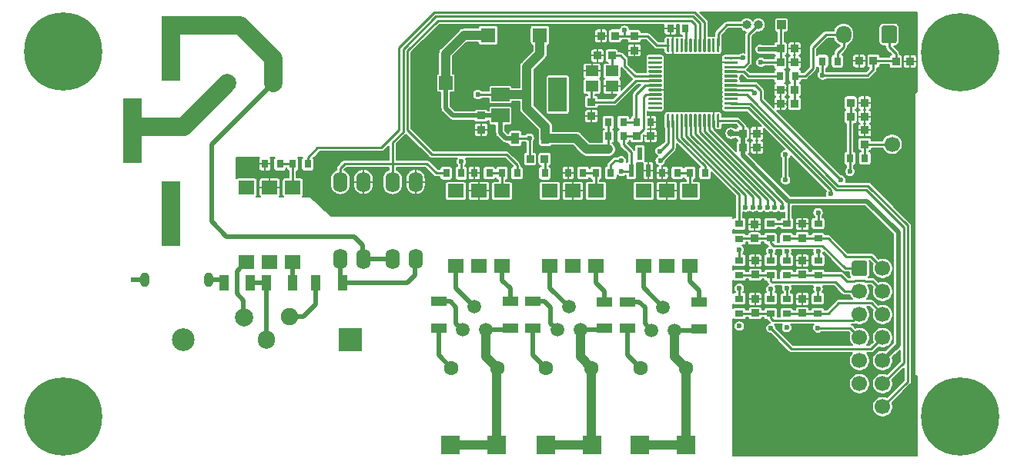
<source format=gbr>
%TF.GenerationSoftware,KiCad,Pcbnew,(5.1.10)-1*%
%TF.CreationDate,2021-11-29T17:35:51+04:00*%
%TF.ProjectId,Coffe_Machine_Gogokhia_Edition_SIMPLE,436f6666-655f-44d6-9163-68696e655f47,rev?*%
%TF.SameCoordinates,Original*%
%TF.FileFunction,Copper,L1,Top*%
%TF.FilePolarity,Positive*%
%FSLAX46Y46*%
G04 Gerber Fmt 4.6, Leading zero omitted, Abs format (unit mm)*
G04 Created by KiCad (PCBNEW (5.1.10)-1) date 2021-11-29 17:35:51*
%MOMM*%
%LPD*%
G01*
G04 APERTURE LIST*
%TA.AperFunction,SMDPad,CuDef*%
%ADD10R,1.125000X1.750000*%
%TD*%
%TA.AperFunction,ComponentPad*%
%ADD11C,1.600000*%
%TD*%
%TA.AperFunction,ComponentPad*%
%ADD12R,1.600000X1.600000*%
%TD*%
%TA.AperFunction,ComponentPad*%
%ADD13O,1.905000X2.000000*%
%TD*%
%TA.AperFunction,ComponentPad*%
%ADD14C,1.905000*%
%TD*%
%TA.AperFunction,ComponentPad*%
%ADD15R,2.500000X2.500000*%
%TD*%
%TA.AperFunction,ComponentPad*%
%ADD16C,2.000000*%
%TD*%
%TA.AperFunction,ComponentPad*%
%ADD17C,2.500000*%
%TD*%
%TA.AperFunction,SMDPad,CuDef*%
%ADD18R,1.400000X1.200000*%
%TD*%
%TA.AperFunction,SMDPad,CuDef*%
%ADD19R,0.950000X0.800000*%
%TD*%
%TA.AperFunction,ComponentPad*%
%ADD20C,1.700000*%
%TD*%
%TA.AperFunction,SMDPad,CuDef*%
%ADD21R,0.950000X0.900000*%
%TD*%
%TA.AperFunction,SMDPad,CuDef*%
%ADD22O,1.000000X1.600000*%
%TD*%
%TA.AperFunction,SMDPad,CuDef*%
%ADD23R,1.780000X1.520000*%
%TD*%
%TA.AperFunction,SMDPad,CuDef*%
%ADD24R,0.800000X0.950000*%
%TD*%
%TA.AperFunction,SMDPad,CuDef*%
%ADD25R,0.875000X0.950000*%
%TD*%
%TA.AperFunction,ComponentPad*%
%ADD26C,8.600000*%
%TD*%
%TA.AperFunction,ComponentPad*%
%ADD27C,0.900000*%
%TD*%
%TA.AperFunction,SMDPad,CuDef*%
%ADD28R,0.600000X1.475000*%
%TD*%
%TA.AperFunction,SMDPad,CuDef*%
%ADD29R,0.900000X1.200000*%
%TD*%
%TA.AperFunction,SMDPad,CuDef*%
%ADD30R,0.900000X0.950000*%
%TD*%
%TA.AperFunction,SMDPad,CuDef*%
%ADD31R,0.800000X0.900000*%
%TD*%
%TA.AperFunction,ComponentPad*%
%ADD32C,1.498600*%
%TD*%
%TA.AperFunction,SMDPad,CuDef*%
%ADD33R,1.750000X1.125000*%
%TD*%
%TA.AperFunction,SMDPad,CuDef*%
%ADD34R,2.000000X1.500000*%
%TD*%
%TA.AperFunction,SMDPad,CuDef*%
%ADD35R,2.000000X3.800000*%
%TD*%
%TA.AperFunction,SMDPad,CuDef*%
%ADD36O,1.600000X2.250000*%
%TD*%
%TA.AperFunction,ComponentPad*%
%ADD37R,1.500000X1.500000*%
%TD*%
%TA.AperFunction,ComponentPad*%
%ADD38O,1.000000X1.000000*%
%TD*%
%TA.AperFunction,ComponentPad*%
%ADD39R,1.000000X1.000000*%
%TD*%
%TA.AperFunction,ComponentPad*%
%ADD40O,1.700000X1.950000*%
%TD*%
%TA.AperFunction,ComponentPad*%
%ADD41R,2.000000X2.000000*%
%TD*%
%TA.AperFunction,ComponentPad*%
%ADD42O,2.000000X1.700000*%
%TD*%
%TA.AperFunction,ViaPad*%
%ADD43C,0.600000*%
%TD*%
%TA.AperFunction,ViaPad*%
%ADD44C,0.800000*%
%TD*%
%TA.AperFunction,Conductor*%
%ADD45C,0.250000*%
%TD*%
%TA.AperFunction,Conductor*%
%ADD46C,0.500000*%
%TD*%
%TA.AperFunction,Conductor*%
%ADD47C,1.000000*%
%TD*%
%TA.AperFunction,Conductor*%
%ADD48C,2.000000*%
%TD*%
%TA.AperFunction,Conductor*%
%ADD49C,0.200000*%
%TD*%
%TA.AperFunction,Conductor*%
%ADD50C,0.100000*%
%TD*%
G04 APERTURE END LIST*
D10*
%TO.P,R1,2*%
%TO.N,LINE*%
X121046780Y-98917760D03*
%TO.P,R1,1*%
%TO.N,Net-(R1-Pad1)*%
X123971780Y-98917760D03*
%TD*%
D11*
%TO.P,C25,2*%
%TO.N,GND*%
X142509880Y-71638160D03*
D12*
%TO.P,C25,1*%
%TO.N,+5V*%
X140009880Y-71638160D03*
%TD*%
D13*
%TO.P,Q1,2*%
%TO.N,Net-(J4-Pad1)*%
X115620800Y-105181400D03*
D14*
%TO.P,Q1,1*%
%TO.N,LINE*%
X118160800Y-102633900D03*
D15*
%TO.P,Q1,4*%
%TO.N,N/C*%
X124810800Y-105181400D03*
D16*
%TO.P,Q1,3*%
%TO.N,Net-(Q1-Pad3)*%
X113160800Y-102681400D03*
D17*
%TO.P,Q1,4*%
%TO.N,N/C*%
X106510800Y-105181400D03*
%TD*%
D18*
%TO.P,Y1,4*%
%TO.N,GND*%
X153627000Y-77278600D03*
%TO.P,Y1,3*%
%TO.N,OSC_OUT*%
X151427000Y-77278600D03*
%TO.P,Y1,2*%
%TO.N,GND*%
X151427000Y-75578600D03*
%TO.P,Y1,1*%
%TO.N,OSC_IN*%
X153627000Y-75578600D03*
%TD*%
%TO.P,U9,48*%
%TO.N,+3V3*%
%TA.AperFunction,SMDPad,CuDef*%
G36*
G01*
X159634600Y-73398500D02*
X159634600Y-72073500D01*
G75*
G02*
X159709600Y-71998500I75000J0D01*
G01*
X159859600Y-71998500D01*
G75*
G02*
X159934600Y-72073500I0J-75000D01*
G01*
X159934600Y-73398500D01*
G75*
G02*
X159859600Y-73473500I-75000J0D01*
G01*
X159709600Y-73473500D01*
G75*
G02*
X159634600Y-73398500I0J75000D01*
G01*
G37*
%TD.AperFunction*%
%TO.P,U9,47*%
%TO.N,GND*%
%TA.AperFunction,SMDPad,CuDef*%
G36*
G01*
X160134600Y-73398500D02*
X160134600Y-72073500D01*
G75*
G02*
X160209600Y-71998500I75000J0D01*
G01*
X160359600Y-71998500D01*
G75*
G02*
X160434600Y-72073500I0J-75000D01*
G01*
X160434600Y-73398500D01*
G75*
G02*
X160359600Y-73473500I-75000J0D01*
G01*
X160209600Y-73473500D01*
G75*
G02*
X160134600Y-73398500I0J75000D01*
G01*
G37*
%TD.AperFunction*%
%TO.P,U9,46*%
%TO.N,Net-(U9-Pad46)*%
%TA.AperFunction,SMDPad,CuDef*%
G36*
G01*
X160634600Y-73398500D02*
X160634600Y-72073500D01*
G75*
G02*
X160709600Y-71998500I75000J0D01*
G01*
X160859600Y-71998500D01*
G75*
G02*
X160934600Y-72073500I0J-75000D01*
G01*
X160934600Y-73398500D01*
G75*
G02*
X160859600Y-73473500I-75000J0D01*
G01*
X160709600Y-73473500D01*
G75*
G02*
X160634600Y-73398500I0J75000D01*
G01*
G37*
%TD.AperFunction*%
%TO.P,U9,45*%
%TO.N,Net-(U9-Pad45)*%
%TA.AperFunction,SMDPad,CuDef*%
G36*
G01*
X161134600Y-73398500D02*
X161134600Y-72073500D01*
G75*
G02*
X161209600Y-71998500I75000J0D01*
G01*
X161359600Y-71998500D01*
G75*
G02*
X161434600Y-72073500I0J-75000D01*
G01*
X161434600Y-73398500D01*
G75*
G02*
X161359600Y-73473500I-75000J0D01*
G01*
X161209600Y-73473500D01*
G75*
G02*
X161134600Y-73398500I0J75000D01*
G01*
G37*
%TD.AperFunction*%
%TO.P,U9,44*%
%TO.N,Net-(R26-Pad2)*%
%TA.AperFunction,SMDPad,CuDef*%
G36*
G01*
X161634600Y-73398500D02*
X161634600Y-72073500D01*
G75*
G02*
X161709600Y-71998500I75000J0D01*
G01*
X161859600Y-71998500D01*
G75*
G02*
X161934600Y-72073500I0J-75000D01*
G01*
X161934600Y-73398500D01*
G75*
G02*
X161859600Y-73473500I-75000J0D01*
G01*
X161709600Y-73473500D01*
G75*
G02*
X161634600Y-73398500I0J75000D01*
G01*
G37*
%TD.AperFunction*%
%TO.P,U9,43*%
%TO.N,Net-(U9-Pad43)*%
%TA.AperFunction,SMDPad,CuDef*%
G36*
G01*
X162134600Y-73398500D02*
X162134600Y-72073500D01*
G75*
G02*
X162209600Y-71998500I75000J0D01*
G01*
X162359600Y-71998500D01*
G75*
G02*
X162434600Y-72073500I0J-75000D01*
G01*
X162434600Y-73398500D01*
G75*
G02*
X162359600Y-73473500I-75000J0D01*
G01*
X162209600Y-73473500D01*
G75*
G02*
X162134600Y-73398500I0J75000D01*
G01*
G37*
%TD.AperFunction*%
%TO.P,U9,42*%
%TO.N,PUMP_uC*%
%TA.AperFunction,SMDPad,CuDef*%
G36*
G01*
X162634600Y-73398500D02*
X162634600Y-72073500D01*
G75*
G02*
X162709600Y-71998500I75000J0D01*
G01*
X162859600Y-71998500D01*
G75*
G02*
X162934600Y-72073500I0J-75000D01*
G01*
X162934600Y-73398500D01*
G75*
G02*
X162859600Y-73473500I-75000J0D01*
G01*
X162709600Y-73473500D01*
G75*
G02*
X162634600Y-73398500I0J75000D01*
G01*
G37*
%TD.AperFunction*%
%TO.P,U9,41*%
%TO.N,Z_CROSS*%
%TA.AperFunction,SMDPad,CuDef*%
G36*
G01*
X163134600Y-73398500D02*
X163134600Y-72073500D01*
G75*
G02*
X163209600Y-71998500I75000J0D01*
G01*
X163359600Y-71998500D01*
G75*
G02*
X163434600Y-72073500I0J-75000D01*
G01*
X163434600Y-73398500D01*
G75*
G02*
X163359600Y-73473500I-75000J0D01*
G01*
X163209600Y-73473500D01*
G75*
G02*
X163134600Y-73398500I0J75000D01*
G01*
G37*
%TD.AperFunction*%
%TO.P,U9,40*%
%TO.N,BOILER_uC*%
%TA.AperFunction,SMDPad,CuDef*%
G36*
G01*
X163634600Y-73398500D02*
X163634600Y-72073500D01*
G75*
G02*
X163709600Y-71998500I75000J0D01*
G01*
X163859600Y-71998500D01*
G75*
G02*
X163934600Y-72073500I0J-75000D01*
G01*
X163934600Y-73398500D01*
G75*
G02*
X163859600Y-73473500I-75000J0D01*
G01*
X163709600Y-73473500D01*
G75*
G02*
X163634600Y-73398500I0J75000D01*
G01*
G37*
%TD.AperFunction*%
%TO.P,U9,39*%
%TO.N,Net-(U9-Pad39)*%
%TA.AperFunction,SMDPad,CuDef*%
G36*
G01*
X164134600Y-73398500D02*
X164134600Y-72073500D01*
G75*
G02*
X164209600Y-71998500I75000J0D01*
G01*
X164359600Y-71998500D01*
G75*
G02*
X164434600Y-72073500I0J-75000D01*
G01*
X164434600Y-73398500D01*
G75*
G02*
X164359600Y-73473500I-75000J0D01*
G01*
X164209600Y-73473500D01*
G75*
G02*
X164134600Y-73398500I0J75000D01*
G01*
G37*
%TD.AperFunction*%
%TO.P,U9,38*%
%TO.N,Net-(U9-Pad38)*%
%TA.AperFunction,SMDPad,CuDef*%
G36*
G01*
X164634600Y-73398500D02*
X164634600Y-72073500D01*
G75*
G02*
X164709600Y-71998500I75000J0D01*
G01*
X164859600Y-71998500D01*
G75*
G02*
X164934600Y-72073500I0J-75000D01*
G01*
X164934600Y-73398500D01*
G75*
G02*
X164859600Y-73473500I-75000J0D01*
G01*
X164709600Y-73473500D01*
G75*
G02*
X164634600Y-73398500I0J75000D01*
G01*
G37*
%TD.AperFunction*%
%TO.P,U9,37*%
%TO.N,SWCLK*%
%TA.AperFunction,SMDPad,CuDef*%
G36*
G01*
X165134600Y-73398500D02*
X165134600Y-72073500D01*
G75*
G02*
X165209600Y-71998500I75000J0D01*
G01*
X165359600Y-71998500D01*
G75*
G02*
X165434600Y-72073500I0J-75000D01*
G01*
X165434600Y-73398500D01*
G75*
G02*
X165359600Y-73473500I-75000J0D01*
G01*
X165209600Y-73473500D01*
G75*
G02*
X165134600Y-73398500I0J75000D01*
G01*
G37*
%TD.AperFunction*%
%TO.P,U9,36*%
%TO.N,+3V3*%
%TA.AperFunction,SMDPad,CuDef*%
G36*
G01*
X165959600Y-74223500D02*
X165959600Y-74073500D01*
G75*
G02*
X166034600Y-73998500I75000J0D01*
G01*
X167359600Y-73998500D01*
G75*
G02*
X167434600Y-74073500I0J-75000D01*
G01*
X167434600Y-74223500D01*
G75*
G02*
X167359600Y-74298500I-75000J0D01*
G01*
X166034600Y-74298500D01*
G75*
G02*
X165959600Y-74223500I0J75000D01*
G01*
G37*
%TD.AperFunction*%
%TO.P,U9,35*%
%TO.N,GND*%
%TA.AperFunction,SMDPad,CuDef*%
G36*
G01*
X165959600Y-74723500D02*
X165959600Y-74573500D01*
G75*
G02*
X166034600Y-74498500I75000J0D01*
G01*
X167359600Y-74498500D01*
G75*
G02*
X167434600Y-74573500I0J-75000D01*
G01*
X167434600Y-74723500D01*
G75*
G02*
X167359600Y-74798500I-75000J0D01*
G01*
X166034600Y-74798500D01*
G75*
G02*
X165959600Y-74723500I0J75000D01*
G01*
G37*
%TD.AperFunction*%
%TO.P,U9,34*%
%TO.N,SWDIO*%
%TA.AperFunction,SMDPad,CuDef*%
G36*
G01*
X165959600Y-75223500D02*
X165959600Y-75073500D01*
G75*
G02*
X166034600Y-74998500I75000J0D01*
G01*
X167359600Y-74998500D01*
G75*
G02*
X167434600Y-75073500I0J-75000D01*
G01*
X167434600Y-75223500D01*
G75*
G02*
X167359600Y-75298500I-75000J0D01*
G01*
X166034600Y-75298500D01*
G75*
G02*
X165959600Y-75223500I0J75000D01*
G01*
G37*
%TD.AperFunction*%
%TO.P,U9,33*%
%TO.N,FLOWMETER*%
%TA.AperFunction,SMDPad,CuDef*%
G36*
G01*
X165959600Y-75723500D02*
X165959600Y-75573500D01*
G75*
G02*
X166034600Y-75498500I75000J0D01*
G01*
X167359600Y-75498500D01*
G75*
G02*
X167434600Y-75573500I0J-75000D01*
G01*
X167434600Y-75723500D01*
G75*
G02*
X167359600Y-75798500I-75000J0D01*
G01*
X166034600Y-75798500D01*
G75*
G02*
X165959600Y-75723500I0J75000D01*
G01*
G37*
%TD.AperFunction*%
%TO.P,U9,32*%
%TO.N,Net-(U9-Pad32)*%
%TA.AperFunction,SMDPad,CuDef*%
G36*
G01*
X165959600Y-76223500D02*
X165959600Y-76073500D01*
G75*
G02*
X166034600Y-75998500I75000J0D01*
G01*
X167359600Y-75998500D01*
G75*
G02*
X167434600Y-76073500I0J-75000D01*
G01*
X167434600Y-76223500D01*
G75*
G02*
X167359600Y-76298500I-75000J0D01*
G01*
X166034600Y-76298500D01*
G75*
G02*
X165959600Y-76223500I0J75000D01*
G01*
G37*
%TD.AperFunction*%
%TO.P,U9,31*%
%TO.N,Net-(U9-Pad31)*%
%TA.AperFunction,SMDPad,CuDef*%
G36*
G01*
X165959600Y-76723500D02*
X165959600Y-76573500D01*
G75*
G02*
X166034600Y-76498500I75000J0D01*
G01*
X167359600Y-76498500D01*
G75*
G02*
X167434600Y-76573500I0J-75000D01*
G01*
X167434600Y-76723500D01*
G75*
G02*
X167359600Y-76798500I-75000J0D01*
G01*
X166034600Y-76798500D01*
G75*
G02*
X165959600Y-76723500I0J75000D01*
G01*
G37*
%TD.AperFunction*%
%TO.P,U9,30*%
%TO.N,SCREEN_LED*%
%TA.AperFunction,SMDPad,CuDef*%
G36*
G01*
X165959600Y-77223500D02*
X165959600Y-77073500D01*
G75*
G02*
X166034600Y-76998500I75000J0D01*
G01*
X167359600Y-76998500D01*
G75*
G02*
X167434600Y-77073500I0J-75000D01*
G01*
X167434600Y-77223500D01*
G75*
G02*
X167359600Y-77298500I-75000J0D01*
G01*
X166034600Y-77298500D01*
G75*
G02*
X165959600Y-77223500I0J75000D01*
G01*
G37*
%TD.AperFunction*%
%TO.P,U9,29*%
%TO.N,DOWN*%
%TA.AperFunction,SMDPad,CuDef*%
G36*
G01*
X165959600Y-77723500D02*
X165959600Y-77573500D01*
G75*
G02*
X166034600Y-77498500I75000J0D01*
G01*
X167359600Y-77498500D01*
G75*
G02*
X167434600Y-77573500I0J-75000D01*
G01*
X167434600Y-77723500D01*
G75*
G02*
X167359600Y-77798500I-75000J0D01*
G01*
X166034600Y-77798500D01*
G75*
G02*
X165959600Y-77723500I0J75000D01*
G01*
G37*
%TD.AperFunction*%
%TO.P,U9,28*%
%TO.N,SPI2_MOSI*%
%TA.AperFunction,SMDPad,CuDef*%
G36*
G01*
X165959600Y-78223500D02*
X165959600Y-78073500D01*
G75*
G02*
X166034600Y-77998500I75000J0D01*
G01*
X167359600Y-77998500D01*
G75*
G02*
X167434600Y-78073500I0J-75000D01*
G01*
X167434600Y-78223500D01*
G75*
G02*
X167359600Y-78298500I-75000J0D01*
G01*
X166034600Y-78298500D01*
G75*
G02*
X165959600Y-78223500I0J75000D01*
G01*
G37*
%TD.AperFunction*%
%TO.P,U9,27*%
%TO.N,SPI2_MISO*%
%TA.AperFunction,SMDPad,CuDef*%
G36*
G01*
X165959600Y-78723500D02*
X165959600Y-78573500D01*
G75*
G02*
X166034600Y-78498500I75000J0D01*
G01*
X167359600Y-78498500D01*
G75*
G02*
X167434600Y-78573500I0J-75000D01*
G01*
X167434600Y-78723500D01*
G75*
G02*
X167359600Y-78798500I-75000J0D01*
G01*
X166034600Y-78798500D01*
G75*
G02*
X165959600Y-78723500I0J75000D01*
G01*
G37*
%TD.AperFunction*%
%TO.P,U9,26*%
%TO.N,SPI2_SCK*%
%TA.AperFunction,SMDPad,CuDef*%
G36*
G01*
X165959600Y-79223500D02*
X165959600Y-79073500D01*
G75*
G02*
X166034600Y-78998500I75000J0D01*
G01*
X167359600Y-78998500D01*
G75*
G02*
X167434600Y-79073500I0J-75000D01*
G01*
X167434600Y-79223500D01*
G75*
G02*
X167359600Y-79298500I-75000J0D01*
G01*
X166034600Y-79298500D01*
G75*
G02*
X165959600Y-79223500I0J75000D01*
G01*
G37*
%TD.AperFunction*%
%TO.P,U9,25*%
%TO.N,SPI2_CS_SCREEN*%
%TA.AperFunction,SMDPad,CuDef*%
G36*
G01*
X165959600Y-79723500D02*
X165959600Y-79573500D01*
G75*
G02*
X166034600Y-79498500I75000J0D01*
G01*
X167359600Y-79498500D01*
G75*
G02*
X167434600Y-79573500I0J-75000D01*
G01*
X167434600Y-79723500D01*
G75*
G02*
X167359600Y-79798500I-75000J0D01*
G01*
X166034600Y-79798500D01*
G75*
G02*
X165959600Y-79723500I0J75000D01*
G01*
G37*
%TD.AperFunction*%
%TO.P,U9,24*%
%TO.N,+3V3*%
%TA.AperFunction,SMDPad,CuDef*%
G36*
G01*
X165134600Y-81723500D02*
X165134600Y-80398500D01*
G75*
G02*
X165209600Y-80323500I75000J0D01*
G01*
X165359600Y-80323500D01*
G75*
G02*
X165434600Y-80398500I0J-75000D01*
G01*
X165434600Y-81723500D01*
G75*
G02*
X165359600Y-81798500I-75000J0D01*
G01*
X165209600Y-81798500D01*
G75*
G02*
X165134600Y-81723500I0J75000D01*
G01*
G37*
%TD.AperFunction*%
%TO.P,U9,23*%
%TO.N,GND*%
%TA.AperFunction,SMDPad,CuDef*%
G36*
G01*
X164634600Y-81723500D02*
X164634600Y-80398500D01*
G75*
G02*
X164709600Y-80323500I75000J0D01*
G01*
X164859600Y-80323500D01*
G75*
G02*
X164934600Y-80398500I0J-75000D01*
G01*
X164934600Y-81723500D01*
G75*
G02*
X164859600Y-81798500I-75000J0D01*
G01*
X164709600Y-81798500D01*
G75*
G02*
X164634600Y-81723500I0J75000D01*
G01*
G37*
%TD.AperFunction*%
%TO.P,U9,22*%
%TO.N,DC*%
%TA.AperFunction,SMDPad,CuDef*%
G36*
G01*
X164134600Y-81723500D02*
X164134600Y-80398500D01*
G75*
G02*
X164209600Y-80323500I75000J0D01*
G01*
X164359600Y-80323500D01*
G75*
G02*
X164434600Y-80398500I0J-75000D01*
G01*
X164434600Y-81723500D01*
G75*
G02*
X164359600Y-81798500I-75000J0D01*
G01*
X164209600Y-81798500D01*
G75*
G02*
X164134600Y-81723500I0J75000D01*
G01*
G37*
%TD.AperFunction*%
%TO.P,U9,21*%
%TO.N,RIGHT*%
%TA.AperFunction,SMDPad,CuDef*%
G36*
G01*
X163634600Y-81723500D02*
X163634600Y-80398500D01*
G75*
G02*
X163709600Y-80323500I75000J0D01*
G01*
X163859600Y-80323500D01*
G75*
G02*
X163934600Y-80398500I0J-75000D01*
G01*
X163934600Y-81723500D01*
G75*
G02*
X163859600Y-81798500I-75000J0D01*
G01*
X163709600Y-81798500D01*
G75*
G02*
X163634600Y-81723500I0J75000D01*
G01*
G37*
%TD.AperFunction*%
%TO.P,U9,20*%
%TO.N,STOP*%
%TA.AperFunction,SMDPad,CuDef*%
G36*
G01*
X163134600Y-81723500D02*
X163134600Y-80398500D01*
G75*
G02*
X163209600Y-80323500I75000J0D01*
G01*
X163359600Y-80323500D01*
G75*
G02*
X163434600Y-80398500I0J-75000D01*
G01*
X163434600Y-81723500D01*
G75*
G02*
X163359600Y-81798500I-75000J0D01*
G01*
X163209600Y-81798500D01*
G75*
G02*
X163134600Y-81723500I0J75000D01*
G01*
G37*
%TD.AperFunction*%
%TO.P,U9,19*%
%TO.N,LEFT*%
%TA.AperFunction,SMDPad,CuDef*%
G36*
G01*
X162634600Y-81723500D02*
X162634600Y-80398500D01*
G75*
G02*
X162709600Y-80323500I75000J0D01*
G01*
X162859600Y-80323500D01*
G75*
G02*
X162934600Y-80398500I0J-75000D01*
G01*
X162934600Y-81723500D01*
G75*
G02*
X162859600Y-81798500I-75000J0D01*
G01*
X162709600Y-81798500D01*
G75*
G02*
X162634600Y-81723500I0J75000D01*
G01*
G37*
%TD.AperFunction*%
%TO.P,U9,18*%
%TO.N,START*%
%TA.AperFunction,SMDPad,CuDef*%
G36*
G01*
X162134600Y-81723500D02*
X162134600Y-80398500D01*
G75*
G02*
X162209600Y-80323500I75000J0D01*
G01*
X162359600Y-80323500D01*
G75*
G02*
X162434600Y-80398500I0J-75000D01*
G01*
X162434600Y-81723500D01*
G75*
G02*
X162359600Y-81798500I-75000J0D01*
G01*
X162209600Y-81798500D01*
G75*
G02*
X162134600Y-81723500I0J75000D01*
G01*
G37*
%TD.AperFunction*%
%TO.P,U9,17*%
%TO.N,RES*%
%TA.AperFunction,SMDPad,CuDef*%
G36*
G01*
X161634600Y-81723500D02*
X161634600Y-80398500D01*
G75*
G02*
X161709600Y-80323500I75000J0D01*
G01*
X161859600Y-80323500D01*
G75*
G02*
X161934600Y-80398500I0J-75000D01*
G01*
X161934600Y-81723500D01*
G75*
G02*
X161859600Y-81798500I-75000J0D01*
G01*
X161709600Y-81798500D01*
G75*
G02*
X161634600Y-81723500I0J75000D01*
G01*
G37*
%TD.AperFunction*%
%TO.P,U9,16*%
%TO.N,UP*%
%TA.AperFunction,SMDPad,CuDef*%
G36*
G01*
X161134600Y-81723500D02*
X161134600Y-80398500D01*
G75*
G02*
X161209600Y-80323500I75000J0D01*
G01*
X161359600Y-80323500D01*
G75*
G02*
X161434600Y-80398500I0J-75000D01*
G01*
X161434600Y-81723500D01*
G75*
G02*
X161359600Y-81798500I-75000J0D01*
G01*
X161209600Y-81798500D01*
G75*
G02*
X161134600Y-81723500I0J75000D01*
G01*
G37*
%TD.AperFunction*%
%TO.P,U9,15*%
%TO.N,SW2_uC*%
%TA.AperFunction,SMDPad,CuDef*%
G36*
G01*
X160634600Y-81723500D02*
X160634600Y-80398500D01*
G75*
G02*
X160709600Y-80323500I75000J0D01*
G01*
X160859600Y-80323500D01*
G75*
G02*
X160934600Y-80398500I0J-75000D01*
G01*
X160934600Y-81723500D01*
G75*
G02*
X160859600Y-81798500I-75000J0D01*
G01*
X160709600Y-81798500D01*
G75*
G02*
X160634600Y-81723500I0J75000D01*
G01*
G37*
%TD.AperFunction*%
%TO.P,U9,14*%
%TO.N,SW1_uC*%
%TA.AperFunction,SMDPad,CuDef*%
G36*
G01*
X160134600Y-81723500D02*
X160134600Y-80398500D01*
G75*
G02*
X160209600Y-80323500I75000J0D01*
G01*
X160359600Y-80323500D01*
G75*
G02*
X160434600Y-80398500I0J-75000D01*
G01*
X160434600Y-81723500D01*
G75*
G02*
X160359600Y-81798500I-75000J0D01*
G01*
X160209600Y-81798500D01*
G75*
G02*
X160134600Y-81723500I0J75000D01*
G01*
G37*
%TD.AperFunction*%
%TO.P,U9,13*%
%TO.N,NTC*%
%TA.AperFunction,SMDPad,CuDef*%
G36*
G01*
X159634600Y-81723500D02*
X159634600Y-80398500D01*
G75*
G02*
X159709600Y-80323500I75000J0D01*
G01*
X159859600Y-80323500D01*
G75*
G02*
X159934600Y-80398500I0J-75000D01*
G01*
X159934600Y-81723500D01*
G75*
G02*
X159859600Y-81798500I-75000J0D01*
G01*
X159709600Y-81798500D01*
G75*
G02*
X159634600Y-81723500I0J75000D01*
G01*
G37*
%TD.AperFunction*%
%TO.P,U9,12*%
%TO.N,Net-(U9-Pad12)*%
%TA.AperFunction,SMDPad,CuDef*%
G36*
G01*
X157634600Y-79723500D02*
X157634600Y-79573500D01*
G75*
G02*
X157709600Y-79498500I75000J0D01*
G01*
X159034600Y-79498500D01*
G75*
G02*
X159109600Y-79573500I0J-75000D01*
G01*
X159109600Y-79723500D01*
G75*
G02*
X159034600Y-79798500I-75000J0D01*
G01*
X157709600Y-79798500D01*
G75*
G02*
X157634600Y-79723500I0J75000D01*
G01*
G37*
%TD.AperFunction*%
%TO.P,U9,11*%
%TO.N,Net-(U9-Pad11)*%
%TA.AperFunction,SMDPad,CuDef*%
G36*
G01*
X157634600Y-79223500D02*
X157634600Y-79073500D01*
G75*
G02*
X157709600Y-78998500I75000J0D01*
G01*
X159034600Y-78998500D01*
G75*
G02*
X159109600Y-79073500I0J-75000D01*
G01*
X159109600Y-79223500D01*
G75*
G02*
X159034600Y-79298500I-75000J0D01*
G01*
X157709600Y-79298500D01*
G75*
G02*
X157634600Y-79223500I0J75000D01*
G01*
G37*
%TD.AperFunction*%
%TO.P,U9,10*%
%TO.N,Net-(U9-Pad10)*%
%TA.AperFunction,SMDPad,CuDef*%
G36*
G01*
X157634600Y-78723500D02*
X157634600Y-78573500D01*
G75*
G02*
X157709600Y-78498500I75000J0D01*
G01*
X159034600Y-78498500D01*
G75*
G02*
X159109600Y-78573500I0J-75000D01*
G01*
X159109600Y-78723500D01*
G75*
G02*
X159034600Y-78798500I-75000J0D01*
G01*
X157709600Y-78798500D01*
G75*
G02*
X157634600Y-78723500I0J75000D01*
G01*
G37*
%TD.AperFunction*%
%TO.P,U9,9*%
%TO.N,+3V0*%
%TA.AperFunction,SMDPad,CuDef*%
G36*
G01*
X157634600Y-78223500D02*
X157634600Y-78073500D01*
G75*
G02*
X157709600Y-77998500I75000J0D01*
G01*
X159034600Y-77998500D01*
G75*
G02*
X159109600Y-78073500I0J-75000D01*
G01*
X159109600Y-78223500D01*
G75*
G02*
X159034600Y-78298500I-75000J0D01*
G01*
X157709600Y-78298500D01*
G75*
G02*
X157634600Y-78223500I0J75000D01*
G01*
G37*
%TD.AperFunction*%
%TO.P,U9,8*%
%TO.N,GND*%
%TA.AperFunction,SMDPad,CuDef*%
G36*
G01*
X157634600Y-77723500D02*
X157634600Y-77573500D01*
G75*
G02*
X157709600Y-77498500I75000J0D01*
G01*
X159034600Y-77498500D01*
G75*
G02*
X159109600Y-77573500I0J-75000D01*
G01*
X159109600Y-77723500D01*
G75*
G02*
X159034600Y-77798500I-75000J0D01*
G01*
X157709600Y-77798500D01*
G75*
G02*
X157634600Y-77723500I0J75000D01*
G01*
G37*
%TD.AperFunction*%
%TO.P,U9,7*%
%TO.N,Net-(C18-Pad2)*%
%TA.AperFunction,SMDPad,CuDef*%
G36*
G01*
X157634600Y-77223500D02*
X157634600Y-77073500D01*
G75*
G02*
X157709600Y-76998500I75000J0D01*
G01*
X159034600Y-76998500D01*
G75*
G02*
X159109600Y-77073500I0J-75000D01*
G01*
X159109600Y-77223500D01*
G75*
G02*
X159034600Y-77298500I-75000J0D01*
G01*
X157709600Y-77298500D01*
G75*
G02*
X157634600Y-77223500I0J75000D01*
G01*
G37*
%TD.AperFunction*%
%TO.P,U9,6*%
%TO.N,OSC_OUT*%
%TA.AperFunction,SMDPad,CuDef*%
G36*
G01*
X157634600Y-76723500D02*
X157634600Y-76573500D01*
G75*
G02*
X157709600Y-76498500I75000J0D01*
G01*
X159034600Y-76498500D01*
G75*
G02*
X159109600Y-76573500I0J-75000D01*
G01*
X159109600Y-76723500D01*
G75*
G02*
X159034600Y-76798500I-75000J0D01*
G01*
X157709600Y-76798500D01*
G75*
G02*
X157634600Y-76723500I0J75000D01*
G01*
G37*
%TD.AperFunction*%
%TO.P,U9,5*%
%TO.N,OSC_IN*%
%TA.AperFunction,SMDPad,CuDef*%
G36*
G01*
X157634600Y-76223500D02*
X157634600Y-76073500D01*
G75*
G02*
X157709600Y-75998500I75000J0D01*
G01*
X159034600Y-75998500D01*
G75*
G02*
X159109600Y-76073500I0J-75000D01*
G01*
X159109600Y-76223500D01*
G75*
G02*
X159034600Y-76298500I-75000J0D01*
G01*
X157709600Y-76298500D01*
G75*
G02*
X157634600Y-76223500I0J75000D01*
G01*
G37*
%TD.AperFunction*%
%TO.P,U9,4*%
%TO.N,Net-(U9-Pad4)*%
%TA.AperFunction,SMDPad,CuDef*%
G36*
G01*
X157634600Y-75723500D02*
X157634600Y-75573500D01*
G75*
G02*
X157709600Y-75498500I75000J0D01*
G01*
X159034600Y-75498500D01*
G75*
G02*
X159109600Y-75573500I0J-75000D01*
G01*
X159109600Y-75723500D01*
G75*
G02*
X159034600Y-75798500I-75000J0D01*
G01*
X157709600Y-75798500D01*
G75*
G02*
X157634600Y-75723500I0J75000D01*
G01*
G37*
%TD.AperFunction*%
%TO.P,U9,3*%
%TO.N,Net-(U9-Pad3)*%
%TA.AperFunction,SMDPad,CuDef*%
G36*
G01*
X157634600Y-75223500D02*
X157634600Y-75073500D01*
G75*
G02*
X157709600Y-74998500I75000J0D01*
G01*
X159034600Y-74998500D01*
G75*
G02*
X159109600Y-75073500I0J-75000D01*
G01*
X159109600Y-75223500D01*
G75*
G02*
X159034600Y-75298500I-75000J0D01*
G01*
X157709600Y-75298500D01*
G75*
G02*
X157634600Y-75223500I0J75000D01*
G01*
G37*
%TD.AperFunction*%
%TO.P,U9,2*%
%TO.N,Net-(U9-Pad2)*%
%TA.AperFunction,SMDPad,CuDef*%
G36*
G01*
X157634600Y-74723500D02*
X157634600Y-74573500D01*
G75*
G02*
X157709600Y-74498500I75000J0D01*
G01*
X159034600Y-74498500D01*
G75*
G02*
X159109600Y-74573500I0J-75000D01*
G01*
X159109600Y-74723500D01*
G75*
G02*
X159034600Y-74798500I-75000J0D01*
G01*
X157709600Y-74798500D01*
G75*
G02*
X157634600Y-74723500I0J75000D01*
G01*
G37*
%TD.AperFunction*%
%TO.P,U9,1*%
%TO.N,Net-(U9-Pad1)*%
%TA.AperFunction,SMDPad,CuDef*%
G36*
G01*
X157634600Y-74223500D02*
X157634600Y-74073500D01*
G75*
G02*
X157709600Y-73998500I75000J0D01*
G01*
X159034600Y-73998500D01*
G75*
G02*
X159109600Y-74073500I0J-75000D01*
G01*
X159109600Y-74223500D01*
G75*
G02*
X159034600Y-74298500I-75000J0D01*
G01*
X157709600Y-74298500D01*
G75*
G02*
X157634600Y-74223500I0J75000D01*
G01*
G37*
%TD.AperFunction*%
%TD*%
D19*
%TO.P,R41,2*%
%TO.N,STOP_B*%
X172834300Y-102323400D03*
%TO.P,R41,1*%
%TO.N,+3V3*%
X172834300Y-100673400D03*
%TD*%
%TO.P,R40,2*%
%TO.N,STOP*%
X176263300Y-100648000D03*
%TO.P,R40,1*%
%TO.N,STOP_B*%
X176263300Y-102298000D03*
%TD*%
%TO.P,R39,2*%
%TO.N,START_B*%
X167614600Y-102298000D03*
%TO.P,R39,1*%
%TO.N,+3V3*%
X167614600Y-100648000D03*
%TD*%
%TO.P,R38,2*%
%TO.N,START*%
X171078240Y-100648000D03*
%TO.P,R38,1*%
%TO.N,START_B*%
X171078240Y-102298000D03*
%TD*%
%TO.P,R37,2*%
%TO.N,RIGHT_B*%
X172825060Y-98068900D03*
%TO.P,R37,1*%
%TO.N,+3V3*%
X172825060Y-96418900D03*
%TD*%
%TO.P,R36,2*%
%TO.N,RIGHT*%
X176288700Y-96418900D03*
%TO.P,R36,1*%
%TO.N,RIGHT_B*%
X176288700Y-98068900D03*
%TD*%
%TO.P,R35,2*%
%TO.N,LEFT_B*%
X167614600Y-98068900D03*
%TO.P,R35,1*%
%TO.N,+3V3*%
X167614600Y-96418900D03*
%TD*%
%TO.P,R34,2*%
%TO.N,LEFT*%
X171078240Y-96418900D03*
%TO.P,R34,1*%
%TO.N,LEFT_B*%
X171078240Y-98068900D03*
%TD*%
%TO.P,R33,2*%
%TO.N,DOWN_B*%
X172825060Y-94025100D03*
%TO.P,R33,1*%
%TO.N,+3V3*%
X172825060Y-92375100D03*
%TD*%
%TO.P,R30,2*%
%TO.N,DOWN*%
X176288700Y-92375100D03*
%TO.P,R30,1*%
%TO.N,DOWN_B*%
X176288700Y-94025100D03*
%TD*%
%TO.P,R27,2*%
%TO.N,UP_B*%
X171069000Y-94030300D03*
%TO.P,R27,1*%
%TO.N,+3V3*%
X171069000Y-92380300D03*
%TD*%
%TO.P,R23,2*%
%TO.N,UP*%
X167601900Y-92431100D03*
%TO.P,R23,1*%
%TO.N,UP_B*%
X167601900Y-94081100D03*
%TD*%
D20*
%TO.P,J9,14*%
%TO.N,SPI2_MOSI*%
X183388000Y-112560100D03*
%TO.P,J9,12*%
%TO.N,SPI2_SCK*%
X183388000Y-110020100D03*
%TO.P,J9,10*%
%TO.N,+3V3*%
X183388000Y-107480100D03*
%TO.P,J9,8*%
%TO.N,RES*%
X183388000Y-104940100D03*
%TO.P,J9,6*%
%TO.N,STOP_B*%
X183388000Y-102400100D03*
%TO.P,J9,4*%
%TO.N,RIGHT_B*%
X183388000Y-99860100D03*
%TO.P,J9,2*%
%TO.N,DOWN_B*%
X183388000Y-97320100D03*
%TO.P,J9,13*%
%TO.N,GND*%
X180848000Y-112560100D03*
%TO.P,J9,11*%
%TO.N,SPI2_CS_SCREEN*%
X180848000Y-110020100D03*
%TO.P,J9,9*%
%TO.N,SCREEN_LED*%
X180848000Y-107480100D03*
%TO.P,J9,7*%
%TO.N,DC*%
X180848000Y-104940100D03*
%TO.P,J9,5*%
%TO.N,START_B*%
X180848000Y-102400100D03*
%TO.P,J9,3*%
%TO.N,LEFT_B*%
X180848000Y-99860100D03*
%TO.P,J9,1*%
%TO.N,UP_B*%
%TA.AperFunction,ComponentPad*%
G36*
G01*
X179998000Y-97920100D02*
X179998000Y-96720100D01*
G75*
G02*
X180248000Y-96470100I250000J0D01*
G01*
X181448000Y-96470100D01*
G75*
G02*
X181698000Y-96720100I0J-250000D01*
G01*
X181698000Y-97920100D01*
G75*
G02*
X181448000Y-98170100I-250000J0D01*
G01*
X180248000Y-98170100D01*
G75*
G02*
X179998000Y-97920100I0J250000D01*
G01*
G37*
%TD.AperFunction*%
%TD*%
D21*
%TO.P,C31,2*%
%TO.N,GND*%
X174571880Y-100698000D03*
%TO.P,C31,1*%
%TO.N,STOP_B*%
X174571880Y-102248000D03*
%TD*%
%TO.P,C30,2*%
%TO.N,GND*%
X169361420Y-100698000D03*
%TO.P,C30,1*%
%TO.N,START_B*%
X169361420Y-102248000D03*
%TD*%
%TO.P,C29,2*%
%TO.N,GND*%
X174571880Y-96468900D03*
%TO.P,C29,1*%
%TO.N,RIGHT_B*%
X174571880Y-98018900D03*
%TD*%
%TO.P,C28,2*%
%TO.N,GND*%
X169361420Y-96468900D03*
%TO.P,C28,1*%
%TO.N,LEFT_B*%
X169361420Y-98018900D03*
%TD*%
%TO.P,C27,2*%
%TO.N,GND*%
X174571880Y-92425100D03*
%TO.P,C27,1*%
%TO.N,DOWN_B*%
X174571880Y-93975100D03*
%TD*%
%TO.P,C24,2*%
%TO.N,GND*%
X169303700Y-92481100D03*
%TO.P,C24,1*%
%TO.N,UP_B*%
X169303700Y-94031100D03*
%TD*%
D22*
%TO.P,C1,2*%
%TO.N,LINE*%
X102254800Y-98539300D03*
%TO.P,C1,1*%
%TO.N,Net-(C1-Pad1)*%
X109254800Y-98539300D03*
%TD*%
D23*
%TO.P,U3,5*%
%TO.N,Net-(U3-Pad5)*%
X115989100Y-96657200D03*
%TO.P,U3,6*%
%TO.N,Net-(R11-Pad2)*%
X118529100Y-96657200D03*
%TO.P,U3,4*%
%TO.N,Net-(Q1-Pad3)*%
X113449100Y-96657200D03*
%TO.P,U3,2*%
%TO.N,GND*%
X115989100Y-88407200D03*
%TO.P,U3,1*%
%TO.N,Net-(R2-Pad1)*%
X118529100Y-88407200D03*
%TO.P,U3,3*%
%TO.N,Net-(U3-Pad3)*%
X113449100Y-88407200D03*
%TD*%
%TO.P,U6,5*%
%TO.N,Net-(U6-Pad5)*%
X159651400Y-97025500D03*
%TO.P,U6,6*%
%TO.N,Net-(R14-Pad2)*%
X162191400Y-97025500D03*
%TO.P,U6,4*%
%TO.N,Net-(Q4-Pad3)*%
X157111400Y-97025500D03*
%TO.P,U6,2*%
%TO.N,GND*%
X159651400Y-88775500D03*
%TO.P,U6,1*%
%TO.N,Net-(R5-Pad1)*%
X162191400Y-88775500D03*
%TO.P,U6,3*%
%TO.N,Net-(U6-Pad3)*%
X157111400Y-88775500D03*
%TD*%
%TO.P,U5,5*%
%TO.N,Net-(U5-Pad5)*%
X149317800Y-97025500D03*
%TO.P,U5,6*%
%TO.N,Net-(R13-Pad2)*%
X151857800Y-97025500D03*
%TO.P,U5,4*%
%TO.N,Net-(Q3-Pad3)*%
X146777800Y-97025500D03*
%TO.P,U5,2*%
%TO.N,GND*%
X149317800Y-88775500D03*
%TO.P,U5,1*%
%TO.N,Net-(R4-Pad1)*%
X151857800Y-88775500D03*
%TO.P,U5,3*%
%TO.N,Net-(U5-Pad3)*%
X146777800Y-88775500D03*
%TD*%
%TO.P,U4,5*%
%TO.N,Net-(U4-Pad5)*%
X138988800Y-97039500D03*
%TO.P,U4,6*%
%TO.N,Net-(R12-Pad2)*%
X141528800Y-97039500D03*
%TO.P,U4,4*%
%TO.N,Net-(Q2-Pad3)*%
X136448800Y-97039500D03*
%TO.P,U4,2*%
%TO.N,GND*%
X138988800Y-88789500D03*
%TO.P,U4,1*%
%TO.N,Net-(R3-Pad1)*%
X141528800Y-88789500D03*
%TO.P,U4,3*%
%TO.N,Net-(U4-Pad3)*%
X136448800Y-88789500D03*
%TD*%
D24*
%TO.P,R32,2*%
%TO.N,Net-(D6-Pad1)*%
X146245080Y-86837520D03*
%TO.P,R32,1*%
%TO.N,GND*%
X144595080Y-86837520D03*
%TD*%
D25*
%TO.P,D6,1*%
%TO.N,Net-(D6-Pad1)*%
X146202500Y-85267800D03*
%TO.P,D6,2*%
%TO.N,+5V*%
X144627500Y-85267800D03*
%TD*%
D26*
%TO.P,REF\u002A\u002A,1*%
%TO.N,N/C*%
X93306900Y-73456815D03*
D27*
X96531900Y-73456815D03*
X95587319Y-75737234D03*
X93306900Y-76681815D03*
X91026481Y-75737234D03*
X90081900Y-73456815D03*
X91026481Y-71176396D03*
X93306900Y-70231815D03*
X95587319Y-71176396D03*
%TD*%
D26*
%TO.P,REF\u002A\u002A,1*%
%TO.N,N/C*%
X191935100Y-73482185D03*
D27*
X188710100Y-73482185D03*
X189654681Y-71201766D03*
X191935100Y-70257185D03*
X194215519Y-71201766D03*
X195160100Y-73482185D03*
X194215519Y-75762604D03*
X191935100Y-76707185D03*
X189654681Y-75762604D03*
%TD*%
D26*
%TO.P,REF\u002A\u002A,1*%
%TO.N,N/C*%
X191935100Y-113626885D03*
D27*
X188710100Y-113626885D03*
X189654681Y-111346466D03*
X191935100Y-110401885D03*
X194215519Y-111346466D03*
X195160100Y-113626885D03*
X194215519Y-115907304D03*
X191935100Y-116851885D03*
X189654681Y-115907304D03*
%TD*%
%TO.P,REF\u002A\u002A,1*%
%TO.N,N/C*%
X95587319Y-111321081D03*
X93306900Y-110376500D03*
X91026481Y-111321081D03*
X90081900Y-113601500D03*
X91026481Y-115881919D03*
X93306900Y-116826500D03*
X95587319Y-115881919D03*
X96531900Y-113601500D03*
D26*
X93306900Y-113601500D03*
%TD*%
D28*
%TO.P,U8,3*%
%TO.N,N/C*%
X156679900Y-84673200D03*
%TO.P,U8,2*%
%TO.N,GND*%
X157629900Y-86548200D03*
%TO.P,U8,1*%
%TO.N,+3V0*%
X155729900Y-86548200D03*
%TD*%
D29*
%TO.P,D1,2*%
%TO.N,+3V3*%
X146290300Y-82994500D03*
%TO.P,D1,1*%
%TO.N,+5V*%
X142990300Y-82994500D03*
%TD*%
D11*
%TO.P,C20,2*%
%TO.N,GND*%
X148214720Y-71638160D03*
D12*
%TO.P,C20,1*%
%TO.N,+3V3*%
X145714720Y-71638160D03*
%TD*%
D30*
%TO.P,C23,2*%
%TO.N,GND*%
X181407100Y-80594200D03*
%TO.P,C23,1*%
%TO.N,+3V0*%
X179857100Y-80594200D03*
%TD*%
%TO.P,C22,2*%
%TO.N,GND*%
X157886700Y-82765900D03*
%TO.P,C22,1*%
%TO.N,+3V0*%
X156336700Y-82765900D03*
%TD*%
%TO.P,C21,2*%
%TO.N,GND*%
X181407100Y-79070200D03*
%TO.P,C21,1*%
%TO.N,+3V0*%
X179857100Y-79070200D03*
%TD*%
%TO.P,C19,2*%
%TO.N,GND*%
X169570700Y-83985100D03*
%TO.P,C19,1*%
%TO.N,+3V3*%
X168020700Y-83985100D03*
%TD*%
D31*
%TO.P,C18,2*%
%TO.N,Net-(C18-Pad2)*%
X156324000Y-81216500D03*
%TO.P,C18,1*%
%TO.N,GND*%
X157874000Y-81216500D03*
%TD*%
D21*
%TO.P,C17,2*%
%TO.N,GND*%
X156083000Y-73304700D03*
%TO.P,C17,1*%
%TO.N,+3V3*%
X156083000Y-71754700D03*
%TD*%
%TO.P,C16,2*%
%TO.N,OSC_OUT*%
X151358600Y-78981000D03*
%TO.P,C16,1*%
%TO.N,GND*%
X151358600Y-80531000D03*
%TD*%
D30*
%TO.P,C15,2*%
%TO.N,OSC_IN*%
X153594100Y-73888600D03*
%TO.P,C15,1*%
%TO.N,GND*%
X152044100Y-73888600D03*
%TD*%
%TO.P,C14,2*%
%TO.N,GND*%
X173708360Y-73101200D03*
%TO.P,C14,1*%
%TO.N,+3V3*%
X172158360Y-73101200D03*
%TD*%
%TO.P,C13,2*%
%TO.N,GND*%
X173695660Y-74625200D03*
%TO.P,C13,1*%
%TO.N,+3V3*%
X172145660Y-74625200D03*
%TD*%
%TO.P,C12,2*%
%TO.N,GND*%
X169558000Y-82448400D03*
%TO.P,C12,1*%
%TO.N,+3V3*%
X168008000Y-82448400D03*
%TD*%
%TO.P,C11,2*%
%TO.N,GND*%
X152412400Y-71704200D03*
%TO.P,C11,1*%
%TO.N,+3V3*%
X153962400Y-71704200D03*
%TD*%
%TO.P,C10,2*%
%TO.N,GND*%
X186385500Y-74523600D03*
%TO.P,C10,1*%
%TO.N,+5V*%
X184835500Y-74523600D03*
%TD*%
%TO.P,C9,2*%
%TO.N,GND*%
X172145660Y-77647800D03*
%TO.P,C9,1*%
%TO.N,Net-(C7-Pad1)*%
X173695660Y-77647800D03*
%TD*%
%TO.P,C8,2*%
%TO.N,GND*%
X180822300Y-74472800D03*
%TO.P,C8,1*%
%TO.N,+5V*%
X182372300Y-74472800D03*
%TD*%
%TO.P,C7,2*%
%TO.N,GND*%
X172145660Y-79159100D03*
%TO.P,C7,1*%
%TO.N,Net-(C7-Pad1)*%
X173695660Y-79159100D03*
%TD*%
D21*
%TO.P,C6,2*%
%TO.N,GND*%
X139217400Y-82042300D03*
%TO.P,C6,1*%
%TO.N,+5V*%
X139217400Y-80492300D03*
%TD*%
%TO.P,C5,2*%
%TO.N,GND*%
X181419500Y-82092500D03*
%TO.P,C5,1*%
%TO.N,NTC*%
X181419500Y-83642500D03*
%TD*%
D32*
%TO.P,Q4,1*%
%TO.N,LINE*%
X157988000Y-104140000D03*
%TO.P,Q4,3*%
%TO.N,Net-(Q4-Pad3)*%
X159258000Y-101600000D03*
%TO.P,Q4,2*%
%TO.N,Net-(C4-Pad1)*%
X160528000Y-104140000D03*
%TD*%
%TO.P,Q3,1*%
%TO.N,LINE*%
X147599400Y-104101900D03*
%TO.P,Q3,3*%
%TO.N,Net-(Q3-Pad3)*%
X148869400Y-101561900D03*
%TO.P,Q3,2*%
%TO.N,Net-(C3-Pad1)*%
X150139400Y-104101900D03*
%TD*%
%TO.P,Q2,1*%
%TO.N,LINE*%
X137210800Y-104089200D03*
%TO.P,Q2,3*%
%TO.N,Net-(Q2-Pad3)*%
X138480800Y-101549200D03*
%TO.P,Q2,2*%
%TO.N,Net-(C2-Pad1)*%
X139750800Y-104089200D03*
%TD*%
D33*
%TO.P,R19,2*%
%TO.N,Net-(C4-Pad2)*%
X155321000Y-103913400D03*
%TO.P,R19,1*%
%TO.N,LINE*%
X155321000Y-100988400D03*
%TD*%
%TO.P,R18,2*%
%TO.N,Net-(C3-Pad2)*%
X144932400Y-103900700D03*
%TO.P,R18,1*%
%TO.N,LINE*%
X144932400Y-100975700D03*
%TD*%
%TO.P,R17,2*%
%TO.N,Net-(C2-Pad2)*%
X134543800Y-103875300D03*
%TO.P,R17,1*%
%TO.N,LINE*%
X134543800Y-100950300D03*
%TD*%
D10*
%TO.P,R16,2*%
%TO.N,Net-(J4-Pad1)*%
X113857500Y-98907600D03*
%TO.P,R16,1*%
%TO.N,Net-(C1-Pad1)*%
X110932500Y-98907600D03*
%TD*%
D33*
%TO.P,R14,2*%
%TO.N,Net-(R14-Pad2)*%
X163220400Y-101026500D03*
%TO.P,R14,1*%
%TO.N,Net-(C4-Pad1)*%
X163220400Y-103951500D03*
%TD*%
%TO.P,R13,2*%
%TO.N,Net-(R13-Pad2)*%
X152819100Y-100988400D03*
%TO.P,R13,1*%
%TO.N,Net-(C3-Pad1)*%
X152819100Y-103913400D03*
%TD*%
%TO.P,R12,2*%
%TO.N,Net-(R12-Pad2)*%
X142430500Y-100975700D03*
%TO.P,R12,1*%
%TO.N,Net-(C2-Pad1)*%
X142430500Y-103900700D03*
%TD*%
D10*
%TO.P,R11,2*%
%TO.N,Net-(R11-Pad2)*%
X118531100Y-98907600D03*
%TO.P,R11,1*%
%TO.N,Net-(J4-Pad1)*%
X115606100Y-98907600D03*
%TD*%
D24*
%TO.P,R26,2*%
%TO.N,Net-(R26-Pad2)*%
X161688280Y-70866000D03*
%TO.P,R26,1*%
%TO.N,GND*%
X160038280Y-70866000D03*
%TD*%
%TO.P,R24,2*%
%TO.N,Net-(C18-Pad2)*%
X154863300Y-81216500D03*
%TO.P,R24,1*%
%TO.N,+3V3*%
X153213300Y-81216500D03*
%TD*%
%TO.P,R22,2*%
%TO.N,FLOWMETER*%
X172095660Y-76136500D03*
%TO.P,R22,1*%
%TO.N,Net-(C7-Pad1)*%
X173745660Y-76136500D03*
%TD*%
%TO.P,R21,2*%
%TO.N,Net-(C7-Pad1)*%
X178421800Y-74485500D03*
%TO.P,R21,1*%
%TO.N,+5V*%
X176771800Y-74485500D03*
%TD*%
%TO.P,R20,2*%
%TO.N,+3V3*%
X153213300Y-82753200D03*
%TO.P,R20,1*%
%TO.N,+3V0*%
X154863300Y-82753200D03*
%TD*%
%TO.P,R15,2*%
%TO.N,NTC*%
X181431700Y-85166200D03*
%TO.P,R15,1*%
%TO.N,+3V0*%
X179781700Y-85166200D03*
%TD*%
%TO.P,R10,2*%
%TO.N,+3V3*%
X137055360Y-86832440D03*
%TO.P,R10,1*%
%TO.N,Z_CROSS*%
X135405360Y-86832440D03*
%TD*%
%TO.P,R9,2*%
%TO.N,Net-(R5-Pad1)*%
X160806900Y-86791800D03*
%TO.P,R9,1*%
%TO.N,GND*%
X159156900Y-86791800D03*
%TD*%
%TO.P,R8,2*%
%TO.N,Net-(R4-Pad1)*%
X150443700Y-86791800D03*
%TO.P,R8,1*%
%TO.N,GND*%
X148793700Y-86791800D03*
%TD*%
%TO.P,R7,2*%
%TO.N,Net-(R3-Pad1)*%
X140131300Y-86829900D03*
%TO.P,R7,1*%
%TO.N,GND*%
X138481300Y-86829900D03*
%TD*%
%TO.P,R6,2*%
%TO.N,Net-(R2-Pad1)*%
X117106200Y-85826600D03*
%TO.P,R6,1*%
%TO.N,GND*%
X115456200Y-85826600D03*
%TD*%
%TO.P,R5,2*%
%TO.N,SW2_uC*%
X163841400Y-86791800D03*
%TO.P,R5,1*%
%TO.N,Net-(R5-Pad1)*%
X162191400Y-86791800D03*
%TD*%
%TO.P,R4,2*%
%TO.N,SW1_uC*%
X153495100Y-86791800D03*
%TO.P,R4,1*%
%TO.N,Net-(R4-Pad1)*%
X151845100Y-86791800D03*
%TD*%
%TO.P,R3,2*%
%TO.N,PUMP_uC*%
X143179300Y-86829900D03*
%TO.P,R3,1*%
%TO.N,Net-(R3-Pad1)*%
X141529300Y-86829900D03*
%TD*%
%TO.P,R2,2*%
%TO.N,BOILER_uC*%
X120166900Y-85826600D03*
%TO.P,R2,1*%
%TO.N,Net-(R2-Pad1)*%
X118516900Y-85826600D03*
%TD*%
D34*
%TO.P,U7,1*%
%TO.N,GND*%
X141350600Y-75868500D03*
%TO.P,U7,3*%
%TO.N,+5V*%
X141350600Y-80468500D03*
%TO.P,U7,2*%
%TO.N,+3V3*%
X141350600Y-78168500D03*
D35*
%TO.N,N/C*%
X147650600Y-78168500D03*
%TD*%
D36*
%TO.P,U2,1*%
%TO.N,NEUT*%
X129481580Y-96291980D03*
%TO.P,U2,2*%
%TO.N,Net-(R1-Pad1)*%
X132021580Y-96291980D03*
%TO.P,U2,3*%
%TO.N,GND*%
X132021580Y-87791980D03*
%TO.P,U2,4*%
%TO.N,Z_CROSS*%
X129481580Y-87791980D03*
%TD*%
%TO.P,U1,1*%
%TO.N,Net-(R1-Pad1)*%
X123753880Y-96300180D03*
%TO.P,U1,2*%
%TO.N,NEUT*%
X126293880Y-96300180D03*
%TO.P,U1,3*%
%TO.N,GND*%
X126293880Y-87800180D03*
%TO.P,U1,4*%
%TO.N,Z_CROSS*%
X123753880Y-87800180D03*
%TD*%
D37*
%TO.P,PS1,4*%
%TO.N,+5V*%
X135341000Y-76885600D03*
D16*
%TO.P,PS1,1*%
%TO.N,LINE*%
X111341000Y-76885600D03*
%TO.P,PS1,2*%
%TO.N,NEUT*%
X116341000Y-76885600D03*
D37*
%TO.P,PS1,3*%
%TO.N,GND*%
X132841000Y-76885600D03*
%TD*%
D38*
%TO.P,J11,4*%
%TO.N,SWCLK*%
X168452800Y-70497700D03*
%TO.P,J11,3*%
%TO.N,SWDIO*%
X169722800Y-70497700D03*
%TO.P,J11,2*%
%TO.N,GND*%
X170992800Y-70497700D03*
D39*
%TO.P,J11,1*%
%TO.N,+3V3*%
X172262800Y-70497700D03*
%TD*%
D40*
%TO.P,J8,3*%
%TO.N,Net-(C7-Pad1)*%
X179099200Y-71551800D03*
%TO.P,J8,2*%
%TO.N,GND*%
X181599200Y-71551800D03*
%TO.P,J8,1*%
%TO.N,+5V*%
%TA.AperFunction,ComponentPad*%
G36*
G01*
X184949200Y-70826800D02*
X184949200Y-72276800D01*
G75*
G02*
X184699200Y-72526800I-250000J0D01*
G01*
X183499200Y-72526800D01*
G75*
G02*
X183249200Y-72276800I0J250000D01*
G01*
X183249200Y-70826800D01*
G75*
G02*
X183499200Y-70576800I250000J0D01*
G01*
X184699200Y-70576800D01*
G75*
G02*
X184949200Y-70826800I0J-250000D01*
G01*
G37*
%TD.AperFunction*%
%TD*%
D41*
%TO.P,J7,1*%
%TO.N,Net-(C4-Pad1)*%
X161788000Y-116814600D03*
X156708000Y-116814600D03*
%TD*%
%TO.P,J6,1*%
%TO.N,Net-(C3-Pad1)*%
X151399400Y-116814600D03*
X146319400Y-116814600D03*
%TD*%
%TO.P,J5,1*%
%TO.N,Net-(C2-Pad1)*%
X135850000Y-116814600D03*
X140930000Y-116814600D03*
%TD*%
%TO.P,J4,1*%
%TO.N,Net-(J4-Pad1)*%
X105143300Y-88717760D03*
X105143300Y-93797760D03*
%TD*%
D42*
%TO.P,J3,2*%
%TO.N,GND*%
X184416700Y-81154900D03*
D20*
%TO.P,J3,1*%
%TO.N,NTC*%
X184416700Y-83654900D03*
%TD*%
D41*
%TO.P,J2,1*%
%TO.N,NEUT*%
X105143300Y-75617700D03*
X105143300Y-70537700D03*
%TD*%
%TO.P,J1,1*%
%TO.N,LINE*%
X100924360Y-79637730D03*
X100924360Y-84717730D03*
%TD*%
D11*
%TO.P,C4,2*%
%TO.N,Net-(C4-Pad2)*%
X156758000Y-108305600D03*
%TO.P,C4,1*%
%TO.N,Net-(C4-Pad1)*%
X161758000Y-108305600D03*
%TD*%
%TO.P,C3,2*%
%TO.N,Net-(C3-Pad2)*%
X146369400Y-108305600D03*
%TO.P,C3,1*%
%TO.N,Net-(C3-Pad1)*%
X151369400Y-108305600D03*
%TD*%
%TO.P,C2,2*%
%TO.N,Net-(C2-Pad2)*%
X135980800Y-108305600D03*
%TO.P,C2,1*%
%TO.N,Net-(C2-Pad1)*%
X140980800Y-108305600D03*
%TD*%
D43*
%TO.N,GND*%
X112877600Y-85801200D03*
X113563400Y-85801200D03*
X113614200Y-86512400D03*
X112877600Y-86512400D03*
X156819600Y-74472800D03*
X158775400Y-72021700D03*
X156133800Y-74457560D03*
X166116000Y-72263000D03*
X158978600Y-81089500D03*
X168973500Y-99326700D03*
X175031400Y-99529900D03*
X169778680Y-99319080D03*
X174066200Y-99555300D03*
X169849800Y-95211900D03*
X168910000Y-103720900D03*
X169760900Y-103708200D03*
X173741080Y-91130120D03*
X174498000Y-91125040D03*
X175018700Y-103860600D03*
X173901100Y-103860600D03*
X175199040Y-80015080D03*
X175922940Y-80015080D03*
X176621440Y-80015080D03*
X175199040Y-80713580D03*
X175935640Y-80713580D03*
X176621440Y-80738980D03*
X175199040Y-81437480D03*
X175961040Y-81437480D03*
X176634140Y-81437480D03*
X166806880Y-83530440D03*
X157840680Y-84399120D03*
X171587160Y-84805520D03*
X170820080Y-84805520D03*
X170815000Y-84074000D03*
X155107640Y-76433680D03*
X137942320Y-74335640D03*
X138755120Y-74335640D03*
X139573000Y-74366120D03*
X137942320Y-75051920D03*
X138790680Y-75087480D03*
X139573000Y-75087480D03*
X137942320Y-75803760D03*
X138790680Y-75803760D03*
X139573000Y-75834240D03*
X143352520Y-88315800D03*
X144134840Y-88315800D03*
X144983200Y-88315800D03*
X143352520Y-89067640D03*
X144134840Y-89067640D03*
X144983200Y-89067640D03*
X143352520Y-89814400D03*
X144134840Y-89814400D03*
X145013680Y-89783920D03*
X149463760Y-74096880D03*
X150261320Y-74122280D03*
X151028400Y-74122280D03*
X151028400Y-73355200D03*
X150261320Y-73355200D03*
X149438360Y-73355200D03*
X156829760Y-75153520D03*
X156159200Y-75163680D03*
X167584120Y-109225080D03*
X169336720Y-109225080D03*
X171089320Y-109225080D03*
X172841920Y-109225080D03*
X174594520Y-109225080D03*
X176347120Y-109225080D03*
X167584120Y-113832640D03*
X169336720Y-113832640D03*
X171089320Y-113832640D03*
X172841920Y-113832640D03*
X174594520Y-113832640D03*
X176347120Y-113832640D03*
X180213000Y-93812360D03*
X180985160Y-93792040D03*
X181757320Y-93792040D03*
X180202840Y-94538800D03*
X180985160Y-94538800D03*
X181757320Y-94508320D03*
X180187600Y-95255080D03*
X180995320Y-95255080D03*
X181757320Y-95255080D03*
X137942320Y-76530200D03*
X138790680Y-76530200D03*
X139578080Y-76530200D03*
X137942320Y-77216000D03*
X138790680Y-77210920D03*
X139578080Y-77236320D03*
X137942320Y-73639680D03*
X138744960Y-73644760D03*
X139567920Y-73644760D03*
%TO.N,NTC*%
X158902400Y-84391500D03*
%TO.N,+5V*%
X144538700Y-82969100D03*
X176771300Y-76022200D03*
D44*
%TO.N,+3V3*%
X153238198Y-84201000D03*
D43*
X167614600Y-95275400D03*
X167627300Y-99517200D03*
X172834300Y-99491800D03*
X172834300Y-103850600D03*
X167627300Y-103682800D03*
X172834300Y-95443200D03*
X154990800Y-71094600D03*
X169900600Y-73177400D03*
X169989502Y-74625200D03*
X168005600Y-74142600D03*
D44*
X166715440Y-82443320D03*
D43*
X137058400Y-85567520D03*
X138874500Y-78168500D03*
%TO.N,+3V0*%
X154673300Y-86664800D03*
X179781200Y-86642110D03*
%TO.N,LINE*%
X100990400Y-98549460D03*
%TO.N,RES*%
X168300961Y-90577997D03*
X171081700Y-103911400D03*
%TO.N,DC*%
X172311269Y-90606831D03*
X176250600Y-103886000D03*
%TO.N,SW1_uC*%
X158927800Y-85458300D03*
X154647900Y-85458298D03*
%TO.N,DOWN*%
X176288700Y-91173298D03*
X172707300Y-87579200D03*
X172707306Y-84797906D03*
X169329100Y-78028800D03*
%TO.N,SPI2_CS_SCREEN*%
X177673000Y-89124270D03*
%TO.N,SCREEN_LED*%
X178777900Y-87579200D03*
%TO.N,LEFT*%
X171081700Y-95415100D03*
X169900803Y-90601548D03*
%TO.N,RIGHT*%
X176288700Y-95443200D03*
X171500800Y-90614500D03*
%TO.N,START*%
X171081700Y-99606100D03*
X169100917Y-90587402D03*
%TO.N,STOP*%
X176288700Y-99580700D03*
X170700801Y-90606229D03*
%TD*%
D45*
%TO.N,Net-(C1-Pad1)*%
X110564200Y-98539300D02*
X110932500Y-98907600D01*
D46*
X109254800Y-98539300D02*
X110564200Y-98539300D01*
%TO.N,Net-(C2-Pad2)*%
X134543800Y-106868600D02*
X135980800Y-108305600D01*
X134543800Y-103875300D02*
X134543800Y-106868600D01*
D45*
%TO.N,Net-(C2-Pad1)*%
X142165800Y-104089200D02*
X142354300Y-103900700D01*
X139750800Y-104089200D02*
X142165800Y-104089200D01*
D47*
X140930000Y-116814600D02*
X135850000Y-116814600D01*
X140930000Y-108356400D02*
X140980800Y-108305600D01*
X140930000Y-116814600D02*
X140930000Y-108356400D01*
X139750800Y-107075600D02*
X140980800Y-108305600D01*
X139750800Y-104089200D02*
X139750800Y-107075600D01*
D46*
X142242000Y-104089200D02*
X142430500Y-103900700D01*
X139750800Y-104089200D02*
X142242000Y-104089200D01*
%TO.N,Net-(C3-Pad2)*%
X144932400Y-106868600D02*
X146369400Y-108305600D01*
X144932400Y-103900700D02*
X144932400Y-106868600D01*
D47*
%TO.N,Net-(C3-Pad1)*%
X150139400Y-107075600D02*
X151369400Y-108305600D01*
X150139400Y-104101900D02*
X150139400Y-107075600D01*
X151369400Y-116784600D02*
X151399400Y-116814600D01*
X151369400Y-108305600D02*
X151369400Y-116784600D01*
X151399400Y-116814600D02*
X146319400Y-116814600D01*
D46*
X152630600Y-104101900D02*
X152819100Y-103913400D01*
X150139400Y-104101900D02*
X152630600Y-104101900D01*
%TO.N,Net-(C4-Pad2)*%
X155321000Y-106868600D02*
X156758000Y-108305600D01*
X155321000Y-103913400D02*
X155321000Y-106868600D01*
D47*
%TO.N,Net-(C4-Pad1)*%
X160528000Y-107075600D02*
X161758000Y-108305600D01*
X160528000Y-104140000D02*
X160528000Y-107075600D01*
D46*
X163031900Y-104140000D02*
X163220400Y-103951500D01*
X160528000Y-104140000D02*
X163031900Y-104140000D01*
D47*
X156708000Y-116814600D02*
X161788000Y-116814600D01*
X161788000Y-108335600D02*
X161758000Y-108305600D01*
X161788000Y-116814600D02*
X161788000Y-108335600D01*
D45*
%TO.N,GND*%
X164784600Y-81928390D02*
X166386650Y-83530440D01*
X164784600Y-81061000D02*
X164784600Y-81928390D01*
X166386650Y-83530440D02*
X166806880Y-83530440D01*
%TO.N,NTC*%
X181419500Y-85154000D02*
X181431700Y-85166200D01*
X181419500Y-83642500D02*
X181419500Y-85154000D01*
X184404300Y-83642500D02*
X184416700Y-83654900D01*
X181419500Y-83642500D02*
X184404300Y-83642500D01*
X159784600Y-83509300D02*
X158902400Y-84391500D01*
X159784600Y-81061000D02*
X159784600Y-83509300D01*
%TO.N,+5V*%
X139217400Y-80492300D02*
X141326800Y-80492300D01*
X139217400Y-80492300D02*
X136143700Y-80492300D01*
X144513300Y-82994500D02*
X144538700Y-82969100D01*
X142990300Y-82994500D02*
X144513300Y-82994500D01*
D46*
X135341000Y-79689600D02*
X136143700Y-80492300D01*
X135341000Y-76885600D02*
X135341000Y-79689600D01*
X141326800Y-80492300D02*
X141350600Y-80468500D01*
X136143700Y-80492300D02*
X141326800Y-80492300D01*
X141350600Y-82397200D02*
X141947900Y-82994500D01*
X141350600Y-80468500D02*
X141350600Y-82397200D01*
X141947900Y-82994500D02*
X142990300Y-82994500D01*
D45*
X143098420Y-83102620D02*
X142990300Y-82994500D01*
X144541240Y-82971640D02*
X144538700Y-82969100D01*
X144541240Y-85079940D02*
X144541240Y-82971640D01*
X144632580Y-85171280D02*
X144541240Y-85079940D01*
X176771300Y-74486000D02*
X176771800Y-74485500D01*
X176771300Y-76022200D02*
X176771300Y-74486000D01*
X184784700Y-74472800D02*
X184835500Y-74523600D01*
X182372300Y-74472800D02*
X184784700Y-74472800D01*
X184835500Y-74523600D02*
X184835500Y-73647000D01*
X184099200Y-72910700D02*
X184099200Y-71551800D01*
X184835500Y-73647000D02*
X184099200Y-72910700D01*
X182372300Y-74472800D02*
X182372300Y-75399600D01*
X181749700Y-76022200D02*
X176771300Y-76022200D01*
X182372300Y-75399600D02*
X181749700Y-76022200D01*
D47*
X135341000Y-76885600D02*
X135341000Y-73640040D01*
X137342880Y-71638160D02*
X140009880Y-71638160D01*
X135341000Y-73640040D02*
X137342880Y-71638160D01*
D45*
%TO.N,Net-(C7-Pad1)*%
X179099200Y-72932300D02*
X179099200Y-71551800D01*
X178421800Y-73609700D02*
X179099200Y-72932300D01*
X178421800Y-74485500D02*
X178421800Y-73609700D01*
X173695660Y-76186500D02*
X173745660Y-76136500D01*
X173695660Y-79159100D02*
X173695660Y-76186500D01*
X177177700Y-71551800D02*
X179099200Y-71551800D01*
X175717200Y-73012300D02*
X177177700Y-71551800D01*
X175717200Y-75285600D02*
X175717200Y-73012300D01*
X174866300Y-76136500D02*
X175717200Y-75285600D01*
X173745660Y-76136500D02*
X174866300Y-76136500D01*
%TO.N,+3V3*%
X141350600Y-78168500D02*
X144183100Y-78168500D01*
X153238198Y-84201000D02*
X153238198Y-82778098D01*
D46*
X168020700Y-83985100D02*
X168020700Y-82461100D01*
D45*
X153213300Y-82753200D02*
X153213300Y-81216500D01*
X157301900Y-71754700D02*
X156083000Y-71754700D01*
X158547100Y-72745900D02*
X157555900Y-71754700D01*
X159774700Y-72745900D02*
X158547100Y-72745900D01*
X159784600Y-72736000D02*
X159774700Y-72745900D01*
X157555900Y-71754700D02*
X157301900Y-71754700D01*
X156032500Y-71704200D02*
X156083000Y-71754700D01*
X155092400Y-71704200D02*
X156032500Y-71704200D01*
X153962400Y-71704200D02*
X155092400Y-71704200D01*
X166684400Y-81061000D02*
X165284600Y-81061000D01*
X168008000Y-82448400D02*
X168008000Y-81660700D01*
X167408300Y-81061000D02*
X166684400Y-81061000D01*
X168008000Y-81660700D02*
X167408300Y-81061000D01*
X172859700Y-92340460D02*
X172825060Y-92375100D01*
X167614600Y-96418900D02*
X167614600Y-95275400D01*
X167627300Y-100635300D02*
X167614600Y-100648000D01*
X167627300Y-99517200D02*
X167627300Y-100635300D01*
X172834300Y-100673400D02*
X172834300Y-99491800D01*
X172834300Y-96409660D02*
X172825060Y-96418900D01*
X172834300Y-95443200D02*
X172834300Y-96409660D01*
X172819860Y-92380300D02*
X172825060Y-92375100D01*
X171069000Y-92380300D02*
X172819860Y-92380300D01*
X172158360Y-74612500D02*
X172145660Y-74625200D01*
X172158360Y-73101200D02*
X172158360Y-74612500D01*
X172082160Y-73177400D02*
X172158360Y-73101200D01*
X172158360Y-70602140D02*
X172262800Y-70497700D01*
X172158360Y-73101200D02*
X172158360Y-70602140D01*
X155092400Y-71704200D02*
X154990800Y-71602600D01*
X154990800Y-71602600D02*
X154990800Y-71094600D01*
D46*
X172082160Y-73177400D02*
X169900600Y-73177400D01*
D45*
X172145660Y-74625200D02*
X169989502Y-74625200D01*
X169913302Y-74701400D02*
X169989502Y-74625200D01*
X166703000Y-74142600D02*
X166697100Y-74148500D01*
X168005600Y-74142600D02*
X166703000Y-74142600D01*
D47*
X141350600Y-78168500D02*
X144259300Y-78168500D01*
X144259300Y-78168500D02*
X144259300Y-79651860D01*
X144259300Y-79651860D02*
X146304000Y-81696560D01*
X146304000Y-82980800D02*
X146290300Y-82994500D01*
X146304000Y-81696560D02*
X146304000Y-82980800D01*
X146290300Y-82994500D02*
X149669500Y-82994500D01*
X149669500Y-82994500D02*
X150876000Y-84201000D01*
X150876000Y-84201000D02*
X153238198Y-84201000D01*
D46*
X168008000Y-82448400D02*
X168008000Y-83972400D01*
X168020700Y-83985100D02*
X168020700Y-84372602D01*
D45*
X172825060Y-92375100D02*
X172936270Y-92263890D01*
D46*
X168008000Y-82448400D02*
X166720520Y-82448400D01*
D47*
X144259300Y-78168500D02*
X144259300Y-75145900D01*
X145714720Y-73690480D02*
X145714720Y-71638160D01*
X144259300Y-75145900D02*
X145714720Y-73690480D01*
D45*
X137055360Y-85570560D02*
X137058400Y-85567520D01*
X137055360Y-86832440D02*
X137055360Y-85570560D01*
X141350600Y-78168500D02*
X138874500Y-78168500D01*
D46*
X185105040Y-105763060D02*
X183388000Y-107480100D01*
X185105040Y-93360240D02*
X185105040Y-105763060D01*
X181674202Y-89929402D02*
X185105040Y-93360240D01*
X173058522Y-89929402D02*
X181674202Y-89929402D01*
X168020700Y-84891580D02*
X173058522Y-89929402D01*
X168020700Y-83985100D02*
X168020700Y-84891580D01*
D45*
X173058522Y-92141638D02*
X173058522Y-89929402D01*
X172825060Y-92375100D02*
X173058522Y-92141638D01*
%TO.N,OSC_IN*%
X153627000Y-73921500D02*
X153594100Y-73888600D01*
X153627000Y-75578600D02*
X153627000Y-73921500D01*
X154584400Y-73888600D02*
X153594100Y-73888600D01*
X155016200Y-74320400D02*
X154584400Y-73888600D01*
X155016200Y-75006200D02*
X155016200Y-74320400D01*
X156158500Y-76148500D02*
X155016200Y-75006200D01*
X158372100Y-76148500D02*
X156158500Y-76148500D01*
%TO.N,OSC_OUT*%
X151371000Y-77334600D02*
X151427000Y-77278600D01*
X151358600Y-77347000D02*
X151427000Y-77278600D01*
X151358600Y-78981000D02*
X151358600Y-77347000D01*
X153911600Y-78981000D02*
X151358600Y-78981000D01*
X156244100Y-76648500D02*
X153911600Y-78981000D01*
X158372100Y-76648500D02*
X156244100Y-76648500D01*
%TO.N,Net-(C18-Pad2)*%
X154838700Y-81216500D02*
X156286700Y-81216500D01*
X157293500Y-77148500D02*
X158372100Y-77148500D01*
X156286700Y-78155300D02*
X157293500Y-77148500D01*
X156286700Y-81216500D02*
X156286700Y-78155300D01*
%TO.N,+3V0*%
X156324000Y-82753200D02*
X156336700Y-82765900D01*
X154863300Y-82753200D02*
X156324000Y-82753200D01*
X155729900Y-86548200D02*
X155729900Y-84533700D01*
X154863300Y-83667100D02*
X154863300Y-82753200D01*
X155729900Y-84533700D02*
X154863300Y-83667100D01*
X155613300Y-86664800D02*
X155729900Y-86548200D01*
X154673300Y-86664800D02*
X155613300Y-86664800D01*
X157099000Y-82003600D02*
X156336700Y-82765900D01*
X157099000Y-78435200D02*
X157099000Y-82003600D01*
X157385700Y-78148500D02*
X157099000Y-78435200D01*
X158372100Y-78148500D02*
X157385700Y-78148500D01*
X179705500Y-85242400D02*
X179781700Y-85166200D01*
X179857100Y-79070200D02*
X179857100Y-80594200D01*
X179781700Y-80669600D02*
X179857100Y-80594200D01*
X179781700Y-85166200D02*
X179781700Y-80669600D01*
X179781700Y-85166200D02*
X179781700Y-86641610D01*
X179781700Y-86641610D02*
X179781200Y-86642110D01*
D48*
%TO.N,LINE*%
X106540200Y-81686400D02*
X111341000Y-76885600D01*
X100924360Y-81686400D02*
X106540200Y-81686400D01*
X100924360Y-84717730D02*
X100924360Y-81686400D01*
X100924360Y-81686400D02*
X100924360Y-79637730D01*
D47*
X134539450Y-100954650D02*
X134543800Y-100950300D01*
D46*
X137210800Y-104089200D02*
X137154920Y-104089200D01*
X137154920Y-104089200D02*
X136479280Y-103413560D01*
X136479280Y-103413560D02*
X136479280Y-101589840D01*
X135839740Y-100950300D02*
X134543800Y-100950300D01*
X136479280Y-101589840D02*
X135839740Y-100950300D01*
X102244640Y-98549460D02*
X102254800Y-98539300D01*
X100990400Y-98549460D02*
X102244640Y-98549460D01*
X146888200Y-103390700D02*
X147599400Y-104101900D01*
X146888200Y-101650800D02*
X146888200Y-103390700D01*
X146213100Y-100975700D02*
X146888200Y-101650800D01*
X144932400Y-100975700D02*
X146213100Y-100975700D01*
X157276800Y-103428800D02*
X157988000Y-104140000D01*
X157276800Y-101638100D02*
X157276800Y-103428800D01*
X156627100Y-100988400D02*
X157276800Y-101638100D01*
X155321000Y-100988400D02*
X156627100Y-100988400D01*
X118160800Y-102633900D02*
X119677060Y-102633900D01*
X121046780Y-101264180D02*
X121046780Y-98917760D01*
X119677060Y-102633900D02*
X121046780Y-101264180D01*
D48*
%TO.N,NEUT*%
X105143300Y-75617700D02*
X105143300Y-70537700D01*
X105143300Y-70537700D02*
X112706780Y-70537700D01*
X116341000Y-74171920D02*
X116341000Y-76885600D01*
X112706780Y-70537700D02*
X116341000Y-74171920D01*
D46*
X126220800Y-96769500D02*
X126212600Y-96777700D01*
X129481580Y-96291980D02*
X126302080Y-96291980D01*
X116347240Y-76891840D02*
X116341000Y-76885600D01*
X116347240Y-76895960D02*
X116347240Y-76891840D01*
X109613700Y-83629500D02*
X116347240Y-76895960D01*
X111226600Y-93789500D02*
X109613700Y-92176600D01*
X125247400Y-93789500D02*
X111226600Y-93789500D01*
X109613700Y-92176600D02*
X109613700Y-83629500D01*
X126212600Y-94754700D02*
X125247400Y-93789500D01*
X126212600Y-96777700D02*
X126212600Y-94754700D01*
D45*
%TO.N,SPI2_SCK*%
X167434600Y-79148500D02*
X166697100Y-79148500D01*
X181565753Y-88654212D02*
X178291499Y-88654212D01*
X178291499Y-88654212D02*
X168785787Y-79148500D01*
X185691349Y-92779808D02*
X181565753Y-88654212D01*
X185691349Y-107716751D02*
X185691349Y-92779808D01*
X183388000Y-110020100D02*
X185691349Y-107716751D01*
X168785787Y-79148500D02*
X167434600Y-79148500D01*
%TO.N,SPI2_MOSI*%
X186141360Y-109806740D02*
X183388000Y-112560100D01*
X186141360Y-92593408D02*
X186141360Y-109806740D01*
X181752153Y-88204201D02*
X186141360Y-92593408D01*
X178477899Y-88204201D02*
X181752153Y-88204201D01*
X168422198Y-78148500D02*
X178477899Y-88204201D01*
X166697100Y-78148500D02*
X168422198Y-78148500D01*
%TO.N,RES*%
X168300961Y-89267451D02*
X168300961Y-90577997D01*
X161784600Y-81061000D02*
X161784600Y-82751090D01*
X161784600Y-82751090D02*
X168300961Y-89267451D01*
X182120540Y-106207560D02*
X183388000Y-104940100D01*
X173377860Y-106207560D02*
X182120540Y-106207560D01*
X171081700Y-103911400D02*
X173377860Y-106207560D01*
%TO.N,DC*%
X164284600Y-81061000D02*
X164284600Y-82064800D01*
X164284600Y-82064800D02*
X172311269Y-90091469D01*
X172311269Y-90091469D02*
X172311269Y-90606831D01*
X179793900Y-103886000D02*
X180848000Y-104940100D01*
X176250600Y-103886000D02*
X179793900Y-103886000D01*
%TO.N,SWCLK*%
X165284600Y-72736000D02*
X165284600Y-71456100D01*
X166243000Y-70497700D02*
X168452800Y-70497700D01*
X165284600Y-71456100D02*
X166243000Y-70497700D01*
%TO.N,SWDIO*%
X168630600Y-71589900D02*
X169722800Y-70497700D01*
X168630600Y-74663300D02*
X168630600Y-71589900D01*
X168145400Y-75148500D02*
X168630600Y-74663300D01*
X166697100Y-75148500D02*
X168145400Y-75148500D01*
D46*
%TO.N,Net-(Q1-Pad3)*%
X113449100Y-96657200D02*
X113690400Y-96415900D01*
X113421200Y-96685100D02*
X113449100Y-96657200D01*
X113375400Y-96657200D02*
X113449100Y-96657200D01*
X112389920Y-97642680D02*
X113375400Y-96657200D01*
X112389920Y-100131880D02*
X112389920Y-97642680D01*
X113090960Y-100832920D02*
X112389920Y-100131880D01*
X113090960Y-102611560D02*
X113160800Y-102681400D01*
X113090960Y-100832920D02*
X113090960Y-102611560D01*
%TO.N,Net-(Q2-Pad3)*%
X136448800Y-99517200D02*
X138480800Y-101549200D01*
X136448800Y-97039500D02*
X136448800Y-99517200D01*
%TO.N,Net-(Q3-Pad3)*%
X146777800Y-99470300D02*
X148869400Y-101561900D01*
X146777800Y-97025500D02*
X146777800Y-99470300D01*
%TO.N,Net-(Q4-Pad3)*%
X157111400Y-99453400D02*
X159258000Y-101600000D01*
X157111400Y-97025500D02*
X157111400Y-99453400D01*
%TO.N,Net-(R1-Pad1)*%
X123664100Y-96786200D02*
X123672600Y-96777700D01*
X123659400Y-96790900D02*
X123672600Y-96777700D01*
X123753880Y-98699860D02*
X123753880Y-96300180D01*
X123971780Y-98917760D02*
X123753880Y-98699860D01*
X131940300Y-98071940D02*
X131940300Y-96769500D01*
X131094480Y-98917760D02*
X131940300Y-98071940D01*
X123971780Y-98917760D02*
X131094480Y-98917760D01*
D45*
%TO.N,BOILER_uC*%
X163784600Y-70185600D02*
X163784600Y-72736000D01*
X162719511Y-69120511D02*
X163784600Y-70185600D01*
X134091909Y-69120511D02*
X162719511Y-69120511D01*
X130202939Y-82064861D02*
X130202939Y-73009479D01*
X128244600Y-84023200D02*
X130202939Y-82064861D01*
X121245300Y-84023200D02*
X128244600Y-84023200D01*
X120166900Y-85101600D02*
X121245300Y-84023200D01*
X130202939Y-73009479D02*
X134091909Y-69120511D01*
X120166900Y-85826600D02*
X120166900Y-85101600D01*
%TO.N,Net-(R2-Pad1)*%
X117106200Y-85826600D02*
X118516900Y-85826600D01*
X118516900Y-88395000D02*
X118529100Y-88407200D01*
X118516900Y-85826600D02*
X118516900Y-88395000D01*
%TO.N,PUMP_uC*%
X162784600Y-70468301D02*
X162784600Y-72736000D01*
X162336832Y-70020532D02*
X162784600Y-70468301D01*
X131114800Y-73370440D02*
X134464708Y-70020532D01*
X131114800Y-82067400D02*
X131114800Y-73370440D01*
X134464708Y-70020532D02*
X162336832Y-70020532D01*
X133822440Y-84775040D02*
X131114800Y-82067400D01*
X142001240Y-84775040D02*
X133822440Y-84775040D01*
X143179300Y-85953100D02*
X142001240Y-84775040D01*
X143179300Y-86829900D02*
X143179300Y-85953100D01*
%TO.N,Net-(R3-Pad1)*%
X141529300Y-86829900D02*
X140131300Y-86829900D01*
X141529300Y-88789000D02*
X141528800Y-88789500D01*
X141528800Y-86830400D02*
X141529300Y-86829900D01*
X141528800Y-88789500D02*
X141528800Y-86830400D01*
%TO.N,SW1_uC*%
X160284600Y-81061000D02*
X160284600Y-84101500D01*
X160284600Y-84101500D02*
X158927800Y-85458300D01*
X153936702Y-85458298D02*
X154647900Y-85458298D01*
X153495100Y-85899900D02*
X153936702Y-85458298D01*
X153495100Y-86791800D02*
X153495100Y-85899900D01*
%TO.N,Net-(R4-Pad1)*%
X151845100Y-88762800D02*
X151857800Y-88775500D01*
X151845100Y-86791800D02*
X151845100Y-88762800D01*
X151845100Y-86791800D02*
X150443700Y-86791800D01*
%TO.N,SW2_uC*%
X163841400Y-86080710D02*
X163841400Y-86791800D01*
X160784600Y-83023910D02*
X163841400Y-86080710D01*
X160784600Y-81061000D02*
X160784600Y-83023910D01*
%TO.N,Net-(R5-Pad1)*%
X160806900Y-86791800D02*
X162191400Y-86791800D01*
X162191400Y-86791800D02*
X162191400Y-88775500D01*
%TO.N,Z_CROSS*%
X129481580Y-85775800D02*
X129481580Y-87791980D01*
X124256800Y-85775800D02*
X129481580Y-85775800D01*
X123753880Y-86278720D02*
X124256800Y-85775800D01*
X123753880Y-87800180D02*
X123753880Y-86278720D01*
X163284600Y-70331890D02*
X163284600Y-72736000D01*
X134278307Y-69570522D02*
X162523233Y-69570522D01*
X162523233Y-69570522D02*
X163284600Y-70331890D01*
X130652950Y-73195879D02*
X134278307Y-69570522D01*
X130652950Y-82275250D02*
X130652950Y-73195879D01*
X129481580Y-83446620D02*
X130652950Y-82275250D01*
X129481580Y-85775800D02*
X129481580Y-83446620D01*
X133248400Y-85775800D02*
X129481580Y-85775800D01*
X134305040Y-86832440D02*
X133248400Y-85775800D01*
X135405360Y-86832440D02*
X134305040Y-86832440D01*
D46*
%TO.N,Net-(R11-Pad2)*%
X118531100Y-96659200D02*
X118529100Y-96657200D01*
X118531100Y-98907600D02*
X118531100Y-96659200D01*
%TO.N,Net-(R12-Pad2)*%
X142430500Y-99517200D02*
X141528800Y-98615500D01*
X142430500Y-100975700D02*
X142430500Y-99517200D01*
X141528800Y-97039500D02*
X141528800Y-98615500D01*
%TO.N,Net-(R13-Pad2)*%
X152819100Y-99834700D02*
X151857800Y-98873400D01*
X152819100Y-100988400D02*
X152819100Y-99834700D01*
X151857800Y-98873400D02*
X151857800Y-97025500D01*
%TO.N,Net-(R14-Pad2)*%
X163220400Y-99733100D02*
X162191400Y-98704100D01*
X163220400Y-101026500D02*
X163220400Y-99733100D01*
X162191400Y-98704100D02*
X162191400Y-97025500D01*
D45*
%TO.N,FLOWMETER*%
X168582340Y-76136500D02*
X172095660Y-76136500D01*
X168094340Y-75648500D02*
X168582340Y-76136500D01*
X166697100Y-75648500D02*
X168094340Y-75648500D01*
%TO.N,UP*%
X161284600Y-82887500D02*
X161284600Y-81061000D01*
X167601900Y-89204800D02*
X161284600Y-82887500D01*
X167601900Y-92431100D02*
X167601900Y-89204800D01*
%TO.N,DOWN*%
X176288700Y-92375100D02*
X176288700Y-91173298D01*
X172707300Y-87579200D02*
X172707300Y-84797912D01*
X172707300Y-84797912D02*
X172707306Y-84797906D01*
X168948800Y-77648500D02*
X169329100Y-78028800D01*
X166697100Y-77648500D02*
X168948800Y-77648500D01*
%TO.N,Net-(R26-Pad2)*%
X161784600Y-72555800D02*
X161809590Y-72530810D01*
X161784600Y-72736000D02*
X161784600Y-72555800D01*
X161784600Y-71048680D02*
X161685740Y-70949820D01*
X161784600Y-72736000D02*
X161784600Y-71048680D01*
D48*
%TO.N,Net-(J4-Pad1)*%
X105143300Y-88717760D02*
X105143300Y-93797760D01*
D46*
X115606100Y-98907600D02*
X113857500Y-98907600D01*
X115620800Y-98922300D02*
X115606100Y-98907600D01*
X115620800Y-105181400D02*
X115620800Y-98922300D01*
D45*
%TO.N,Net-(D6-Pad1)*%
X146245080Y-85544160D02*
X146245080Y-86837520D01*
%TO.N,SPI2_CS_SCREEN*%
X177673000Y-88700006D02*
X177673000Y-89124270D01*
X166697100Y-79648500D02*
X168621494Y-79648500D01*
X168621494Y-79648500D02*
X177673000Y-88700006D01*
%TO.N,SCREEN_LED*%
X169399202Y-77148500D02*
X169954101Y-77703399D01*
X169954101Y-77703399D02*
X169954101Y-78755401D01*
X166697100Y-77148500D02*
X169399202Y-77148500D01*
X169954101Y-78755401D02*
X178777900Y-87579200D01*
%TO.N,UP_B*%
X171020740Y-93967600D02*
X171078240Y-94025100D01*
X167614600Y-93967600D02*
X171020740Y-93967600D01*
X176771300Y-94818200D02*
X179273200Y-97320100D01*
X171386500Y-94818200D02*
X176771300Y-94818200D01*
X171078240Y-94509940D02*
X171386500Y-94818200D01*
X179273200Y-97320100D02*
X180848000Y-97320100D01*
X171078240Y-94025100D02*
X171078240Y-94509940D01*
%TO.N,DOWN_B*%
X179373500Y-95999300D02*
X177399300Y-94025100D01*
X182067200Y-95999300D02*
X179373500Y-95999300D01*
X172825060Y-94025100D02*
X177399300Y-94025100D01*
X182067200Y-95999300D02*
X183388000Y-97320100D01*
%TO.N,LEFT_B*%
X167614600Y-98068900D02*
X171078240Y-98068900D01*
X178181000Y-98856800D02*
X179184300Y-99860100D01*
X171216140Y-98856800D02*
X178181000Y-98856800D01*
X171078240Y-98718900D02*
X171216140Y-98856800D01*
X179184300Y-99860100D02*
X180848000Y-99860100D01*
X171078240Y-98068900D02*
X171078240Y-98718900D01*
%TO.N,RIGHT_B*%
X172825060Y-98068900D02*
X176288700Y-98068900D01*
X181431302Y-98704400D02*
X182232300Y-98704400D01*
X180283999Y-98685099D02*
X181412001Y-98685099D01*
X180264698Y-98704400D02*
X180283999Y-98685099D01*
X179451000Y-98704400D02*
X180264698Y-98704400D01*
X181412001Y-98685099D02*
X181431302Y-98704400D01*
X178815500Y-98068900D02*
X179451000Y-98704400D01*
X182232300Y-98704400D02*
X183388000Y-99860100D01*
X176288700Y-98068900D02*
X178815500Y-98068900D01*
%TO.N,START_B*%
X167614600Y-102298000D02*
X171078240Y-102298000D01*
X180174900Y-103073200D02*
X180848000Y-102400100D01*
X171310300Y-103073200D02*
X180174900Y-103073200D01*
X171078240Y-102841140D02*
X171310300Y-103073200D01*
X171078240Y-102298000D02*
X171078240Y-102841140D01*
%TO.N,STOP_B*%
X183388000Y-102387400D02*
X183388000Y-102400100D01*
X182130700Y-101130100D02*
X183388000Y-102387400D01*
X178562000Y-101130100D02*
X182130700Y-101130100D01*
X177394100Y-102298000D02*
X178562000Y-101130100D01*
X172825060Y-102298000D02*
X177394100Y-102298000D01*
%TO.N,LEFT*%
X171078240Y-95418560D02*
X171081700Y-95415100D01*
X171078240Y-96418900D02*
X171078240Y-95418560D01*
X169900803Y-89594473D02*
X169900803Y-90601548D01*
X162784600Y-81061000D02*
X162784600Y-82478270D01*
X162784600Y-82478270D02*
X169900803Y-89594473D01*
%TO.N,RIGHT*%
X176288700Y-96418900D02*
X176288700Y-95443200D01*
X163784600Y-81061000D02*
X163784600Y-82205450D01*
X163784600Y-82205450D02*
X171500800Y-89921650D01*
X171500800Y-89921650D02*
X171500800Y-90614500D01*
%TO.N,START*%
X171078240Y-99609560D02*
X171081700Y-99606100D01*
X171078240Y-100648000D02*
X171078240Y-99609560D01*
X162284600Y-81061000D02*
X162284600Y-82614680D01*
X162284600Y-82614680D02*
X169100917Y-89430997D01*
X169100917Y-89430997D02*
X169100917Y-90587402D01*
%TO.N,STOP*%
X176263300Y-99606100D02*
X176288700Y-99580700D01*
X176263300Y-100648000D02*
X176263300Y-99606100D01*
X163284600Y-81061000D02*
X163284600Y-82341860D01*
X170700801Y-89758061D02*
X170700801Y-90606229D01*
X163284600Y-82341860D02*
X170700801Y-89758061D01*
%TO.N,Net-(U9-Pad45)*%
X161290000Y-72741400D02*
X161284600Y-72736000D01*
%TD*%
D49*
%TO.N,GND*%
X187148800Y-77859211D02*
X187123826Y-77866787D01*
X187067366Y-77896965D01*
X187017879Y-77937579D01*
X186977265Y-77987066D01*
X186947087Y-78043526D01*
X186928503Y-78104789D01*
X186922228Y-78168500D01*
X186923800Y-78184461D01*
X186923801Y-108899214D01*
X186922228Y-108915185D01*
X186928503Y-108978896D01*
X186947087Y-109040159D01*
X186977265Y-109096619D01*
X187017879Y-109146106D01*
X187067366Y-109186720D01*
X187123826Y-109216898D01*
X187148800Y-109224474D01*
X187148800Y-117988200D01*
X166927509Y-117988200D01*
X166935212Y-109906835D01*
X179698000Y-109906835D01*
X179698000Y-110133365D01*
X179742194Y-110355543D01*
X179828884Y-110564829D01*
X179954737Y-110753182D01*
X180114918Y-110913363D01*
X180303271Y-111039216D01*
X180512557Y-111125906D01*
X180734735Y-111170100D01*
X180961265Y-111170100D01*
X181183443Y-111125906D01*
X181392729Y-111039216D01*
X181581082Y-110913363D01*
X181741263Y-110753182D01*
X181867116Y-110564829D01*
X181953806Y-110355543D01*
X181998000Y-110133365D01*
X181998000Y-109906835D01*
X181953806Y-109684657D01*
X181867116Y-109475371D01*
X181741263Y-109287018D01*
X181581082Y-109126837D01*
X181392729Y-109000984D01*
X181183443Y-108914294D01*
X180961265Y-108870100D01*
X180734735Y-108870100D01*
X180512557Y-108914294D01*
X180303271Y-109000984D01*
X180114918Y-109126837D01*
X179954737Y-109287018D01*
X179828884Y-109475371D01*
X179742194Y-109684657D01*
X179698000Y-109906835D01*
X166935212Y-109906835D01*
X166941202Y-103623705D01*
X167027300Y-103623705D01*
X167027300Y-103741895D01*
X167050358Y-103857814D01*
X167095587Y-103967007D01*
X167161250Y-104065278D01*
X167244822Y-104148850D01*
X167343093Y-104214513D01*
X167452286Y-104259742D01*
X167568205Y-104282800D01*
X167686395Y-104282800D01*
X167802314Y-104259742D01*
X167911507Y-104214513D01*
X168009778Y-104148850D01*
X168093350Y-104065278D01*
X168159013Y-103967007D01*
X168204242Y-103857814D01*
X168227300Y-103741895D01*
X168227300Y-103623705D01*
X168204242Y-103507786D01*
X168159013Y-103398593D01*
X168093350Y-103300322D01*
X168009778Y-103216750D01*
X167911507Y-103151087D01*
X167802314Y-103105858D01*
X167686395Y-103082800D01*
X167568205Y-103082800D01*
X167452286Y-103105858D01*
X167343093Y-103151087D01*
X167244822Y-103216750D01*
X167161250Y-103300322D01*
X167095587Y-103398593D01*
X167050358Y-103507786D01*
X167027300Y-103623705D01*
X166941202Y-103623705D01*
X166941870Y-102923820D01*
X166972123Y-102948647D01*
X167024240Y-102976504D01*
X167080790Y-102993659D01*
X167139600Y-102999451D01*
X168089600Y-102999451D01*
X168148410Y-102993659D01*
X168204960Y-102976504D01*
X168257077Y-102948647D01*
X168302758Y-102911158D01*
X168340247Y-102865477D01*
X168368104Y-102813360D01*
X168385259Y-102756810D01*
X168388589Y-102723000D01*
X168587431Y-102723000D01*
X168590761Y-102756810D01*
X168607916Y-102813360D01*
X168635773Y-102865477D01*
X168673262Y-102911158D01*
X168718943Y-102948647D01*
X168771060Y-102976504D01*
X168827610Y-102993659D01*
X168886420Y-102999451D01*
X169836420Y-102999451D01*
X169895230Y-102993659D01*
X169951780Y-102976504D01*
X170003897Y-102948647D01*
X170049578Y-102911158D01*
X170087067Y-102865477D01*
X170114924Y-102813360D01*
X170132079Y-102756810D01*
X170135409Y-102723000D01*
X170304251Y-102723000D01*
X170307581Y-102756810D01*
X170324736Y-102813360D01*
X170352593Y-102865477D01*
X170390082Y-102911158D01*
X170435763Y-102948647D01*
X170487880Y-102976504D01*
X170544430Y-102993659D01*
X170603240Y-102999451D01*
X170682141Y-102999451D01*
X170683693Y-103004567D01*
X170723157Y-103078400D01*
X170746233Y-103106518D01*
X170761436Y-103125042D01*
X170776267Y-103143114D01*
X170792479Y-103156419D01*
X170959927Y-103323867D01*
X170906686Y-103334458D01*
X170797493Y-103379687D01*
X170699222Y-103445350D01*
X170615650Y-103528922D01*
X170549987Y-103627193D01*
X170504758Y-103736386D01*
X170481700Y-103852305D01*
X170481700Y-103970495D01*
X170504758Y-104086414D01*
X170549987Y-104195607D01*
X170615650Y-104293878D01*
X170699222Y-104377450D01*
X170797493Y-104443113D01*
X170906686Y-104488342D01*
X171022605Y-104511400D01*
X171080660Y-104511400D01*
X173062576Y-106493316D01*
X173075886Y-106509534D01*
X173140600Y-106562644D01*
X173214433Y-106602108D01*
X173294546Y-106626410D01*
X173356986Y-106632560D01*
X173356993Y-106632560D01*
X173377860Y-106634615D01*
X173398727Y-106632560D01*
X180069195Y-106632560D01*
X179954737Y-106747018D01*
X179828884Y-106935371D01*
X179742194Y-107144657D01*
X179698000Y-107366835D01*
X179698000Y-107593365D01*
X179742194Y-107815543D01*
X179828884Y-108024829D01*
X179954737Y-108213182D01*
X180114918Y-108373363D01*
X180303271Y-108499216D01*
X180512557Y-108585906D01*
X180734735Y-108630100D01*
X180961265Y-108630100D01*
X181183443Y-108585906D01*
X181392729Y-108499216D01*
X181581082Y-108373363D01*
X181741263Y-108213182D01*
X181867116Y-108024829D01*
X181953806Y-107815543D01*
X181998000Y-107593365D01*
X181998000Y-107366835D01*
X181953806Y-107144657D01*
X181867116Y-106935371D01*
X181741263Y-106747018D01*
X181626805Y-106632560D01*
X182099673Y-106632560D01*
X182120540Y-106634615D01*
X182141407Y-106632560D01*
X182141414Y-106632560D01*
X182203854Y-106626410D01*
X182283967Y-106602108D01*
X182357800Y-106562644D01*
X182422514Y-106509534D01*
X182435823Y-106493317D01*
X182932828Y-105996312D01*
X183052557Y-106045906D01*
X183274735Y-106090100D01*
X183501265Y-106090100D01*
X183723443Y-106045906D01*
X183932729Y-105959216D01*
X184121082Y-105833363D01*
X184281263Y-105673182D01*
X184407116Y-105484829D01*
X184493806Y-105275543D01*
X184538000Y-105053365D01*
X184538000Y-104826835D01*
X184493806Y-104604657D01*
X184407116Y-104395371D01*
X184281263Y-104207018D01*
X184121082Y-104046837D01*
X183932729Y-103920984D01*
X183723443Y-103834294D01*
X183501265Y-103790100D01*
X183274735Y-103790100D01*
X183052557Y-103834294D01*
X182843271Y-103920984D01*
X182654918Y-104046837D01*
X182494737Y-104207018D01*
X182368884Y-104395371D01*
X182282194Y-104604657D01*
X182238000Y-104826835D01*
X182238000Y-105053365D01*
X182282194Y-105275543D01*
X182331788Y-105395272D01*
X181944500Y-105782560D01*
X181631885Y-105782560D01*
X181741263Y-105673182D01*
X181867116Y-105484829D01*
X181953806Y-105275543D01*
X181998000Y-105053365D01*
X181998000Y-104826835D01*
X181953806Y-104604657D01*
X181867116Y-104395371D01*
X181741263Y-104207018D01*
X181581082Y-104046837D01*
X181392729Y-103920984D01*
X181183443Y-103834294D01*
X180961265Y-103790100D01*
X180734735Y-103790100D01*
X180512557Y-103834294D01*
X180392828Y-103883888D01*
X180109184Y-103600244D01*
X180095874Y-103584026D01*
X180031160Y-103530916D01*
X179969952Y-103498200D01*
X180154033Y-103498200D01*
X180174900Y-103500255D01*
X180195767Y-103498200D01*
X180195774Y-103498200D01*
X180258214Y-103492050D01*
X180338327Y-103467748D01*
X180374176Y-103448586D01*
X180512557Y-103505906D01*
X180734735Y-103550100D01*
X180961265Y-103550100D01*
X181183443Y-103505906D01*
X181392729Y-103419216D01*
X181581082Y-103293363D01*
X181741263Y-103133182D01*
X181867116Y-102944829D01*
X181953806Y-102735543D01*
X181998000Y-102513365D01*
X181998000Y-102286835D01*
X181953806Y-102064657D01*
X181867116Y-101855371D01*
X181741263Y-101667018D01*
X181629345Y-101555100D01*
X181954660Y-101555100D01*
X182335508Y-101935948D01*
X182282194Y-102064657D01*
X182238000Y-102286835D01*
X182238000Y-102513365D01*
X182282194Y-102735543D01*
X182368884Y-102944829D01*
X182494737Y-103133182D01*
X182654918Y-103293363D01*
X182843271Y-103419216D01*
X183052557Y-103505906D01*
X183274735Y-103550100D01*
X183501265Y-103550100D01*
X183723443Y-103505906D01*
X183932729Y-103419216D01*
X184121082Y-103293363D01*
X184281263Y-103133182D01*
X184407116Y-102944829D01*
X184493806Y-102735543D01*
X184538000Y-102513365D01*
X184538000Y-102286835D01*
X184493806Y-102064657D01*
X184407116Y-101855371D01*
X184281263Y-101667018D01*
X184121082Y-101506837D01*
X183932729Y-101380984D01*
X183723443Y-101294294D01*
X183501265Y-101250100D01*
X183274735Y-101250100D01*
X183052557Y-101294294D01*
X182941808Y-101340168D01*
X182445983Y-100844343D01*
X182432674Y-100828126D01*
X182367960Y-100775016D01*
X182294127Y-100735552D01*
X182214014Y-100711250D01*
X182151574Y-100705100D01*
X182151567Y-100705100D01*
X182130700Y-100703045D01*
X182109833Y-100705100D01*
X181629345Y-100705100D01*
X181741263Y-100593182D01*
X181867116Y-100404829D01*
X181953806Y-100195543D01*
X181998000Y-99973365D01*
X181998000Y-99746835D01*
X181953806Y-99524657D01*
X181867116Y-99315371D01*
X181742855Y-99129400D01*
X182056260Y-99129400D01*
X182331788Y-99404928D01*
X182282194Y-99524657D01*
X182238000Y-99746835D01*
X182238000Y-99973365D01*
X182282194Y-100195543D01*
X182368884Y-100404829D01*
X182494737Y-100593182D01*
X182654918Y-100753363D01*
X182843271Y-100879216D01*
X183052557Y-100965906D01*
X183274735Y-101010100D01*
X183501265Y-101010100D01*
X183723443Y-100965906D01*
X183932729Y-100879216D01*
X184121082Y-100753363D01*
X184281263Y-100593182D01*
X184407116Y-100404829D01*
X184493806Y-100195543D01*
X184538000Y-99973365D01*
X184538000Y-99746835D01*
X184493806Y-99524657D01*
X184407116Y-99315371D01*
X184281263Y-99127018D01*
X184121082Y-98966837D01*
X183932729Y-98840984D01*
X183723443Y-98754294D01*
X183501265Y-98710100D01*
X183274735Y-98710100D01*
X183052557Y-98754294D01*
X182932828Y-98803888D01*
X182547584Y-98418644D01*
X182534274Y-98402426D01*
X182469560Y-98349316D01*
X182395727Y-98309852D01*
X182315614Y-98285550D01*
X182253174Y-98279400D01*
X182253167Y-98279400D01*
X182232300Y-98277345D01*
X182211433Y-98279400D01*
X181863076Y-98279400D01*
X181906515Y-98226470D01*
X181957474Y-98131131D01*
X181988855Y-98027683D01*
X181999451Y-97920100D01*
X181999451Y-96720100D01*
X181988855Y-96612517D01*
X181957474Y-96509069D01*
X181936283Y-96469423D01*
X182331788Y-96864928D01*
X182282194Y-96984657D01*
X182238000Y-97206835D01*
X182238000Y-97433365D01*
X182282194Y-97655543D01*
X182368884Y-97864829D01*
X182494737Y-98053182D01*
X182654918Y-98213363D01*
X182843271Y-98339216D01*
X183052557Y-98425906D01*
X183274735Y-98470100D01*
X183501265Y-98470100D01*
X183723443Y-98425906D01*
X183932729Y-98339216D01*
X184121082Y-98213363D01*
X184281263Y-98053182D01*
X184407116Y-97864829D01*
X184493806Y-97655543D01*
X184538000Y-97433365D01*
X184538000Y-97206835D01*
X184493806Y-96984657D01*
X184407116Y-96775371D01*
X184281263Y-96587018D01*
X184121082Y-96426837D01*
X183932729Y-96300984D01*
X183723443Y-96214294D01*
X183501265Y-96170100D01*
X183274735Y-96170100D01*
X183052557Y-96214294D01*
X182932828Y-96263888D01*
X182382483Y-95713543D01*
X182369174Y-95697326D01*
X182304460Y-95644216D01*
X182230627Y-95604752D01*
X182150514Y-95580450D01*
X182088074Y-95574300D01*
X182088067Y-95574300D01*
X182067200Y-95572245D01*
X182046333Y-95574300D01*
X179549541Y-95574300D01*
X177714583Y-93739343D01*
X177701274Y-93723126D01*
X177636560Y-93670016D01*
X177562727Y-93630552D01*
X177482614Y-93606250D01*
X177420174Y-93600100D01*
X177420167Y-93600100D01*
X177399300Y-93598045D01*
X177378433Y-93600100D01*
X177062689Y-93600100D01*
X177059359Y-93566290D01*
X177042204Y-93509740D01*
X177014347Y-93457623D01*
X176976858Y-93411942D01*
X176931177Y-93374453D01*
X176879060Y-93346596D01*
X176822510Y-93329441D01*
X176763700Y-93323649D01*
X175813700Y-93323649D01*
X175754890Y-93329441D01*
X175698340Y-93346596D01*
X175646223Y-93374453D01*
X175600542Y-93411942D01*
X175563053Y-93457623D01*
X175535196Y-93509740D01*
X175518041Y-93566290D01*
X175514711Y-93600100D01*
X175348331Y-93600100D01*
X175348331Y-93525100D01*
X175342539Y-93466290D01*
X175325384Y-93409740D01*
X175297527Y-93357623D01*
X175260038Y-93311942D01*
X175214357Y-93274453D01*
X175162240Y-93246596D01*
X175105690Y-93229441D01*
X175046880Y-93223649D01*
X174096880Y-93223649D01*
X174038070Y-93229441D01*
X173981520Y-93246596D01*
X173929403Y-93274453D01*
X173883722Y-93311942D01*
X173846233Y-93357623D01*
X173818376Y-93409740D01*
X173801221Y-93466290D01*
X173795429Y-93525100D01*
X173795429Y-93600100D01*
X173599049Y-93600100D01*
X173595719Y-93566290D01*
X173578564Y-93509740D01*
X173550707Y-93457623D01*
X173513218Y-93411942D01*
X173467537Y-93374453D01*
X173415420Y-93346596D01*
X173358870Y-93329441D01*
X173300060Y-93323649D01*
X172350060Y-93323649D01*
X172291250Y-93329441D01*
X172234700Y-93346596D01*
X172182583Y-93374453D01*
X172136902Y-93411942D01*
X172099413Y-93457623D01*
X172071556Y-93509740D01*
X172054401Y-93566290D01*
X172048609Y-93625100D01*
X172048609Y-94393200D01*
X171845451Y-94393200D01*
X171845451Y-93630300D01*
X171839659Y-93571490D01*
X171822504Y-93514940D01*
X171794647Y-93462823D01*
X171757158Y-93417142D01*
X171711477Y-93379653D01*
X171659360Y-93351796D01*
X171602810Y-93334641D01*
X171544000Y-93328849D01*
X170594000Y-93328849D01*
X170535190Y-93334641D01*
X170478640Y-93351796D01*
X170426523Y-93379653D01*
X170380842Y-93417142D01*
X170343353Y-93462823D01*
X170315496Y-93514940D01*
X170307105Y-93542600D01*
X170076359Y-93542600D01*
X170074359Y-93522290D01*
X170057204Y-93465740D01*
X170029347Y-93413623D01*
X169991858Y-93367942D01*
X169946177Y-93330453D01*
X169894060Y-93302596D01*
X169837510Y-93285441D01*
X169778700Y-93279649D01*
X168828700Y-93279649D01*
X168769890Y-93285441D01*
X168713340Y-93302596D01*
X168661223Y-93330453D01*
X168615542Y-93367942D01*
X168578053Y-93413623D01*
X168550196Y-93465740D01*
X168533041Y-93522290D01*
X168531041Y-93542600D01*
X168343035Y-93542600D01*
X168327547Y-93513623D01*
X168290058Y-93467942D01*
X168244377Y-93430453D01*
X168192260Y-93402596D01*
X168135710Y-93385441D01*
X168076900Y-93379649D01*
X167126900Y-93379649D01*
X167068090Y-93385441D01*
X167011540Y-93402596D01*
X166959423Y-93430453D01*
X166950914Y-93437436D01*
X166951259Y-93075047D01*
X166959423Y-93081747D01*
X167011540Y-93109604D01*
X167068090Y-93126759D01*
X167126900Y-93132551D01*
X168076900Y-93132551D01*
X168135710Y-93126759D01*
X168192260Y-93109604D01*
X168244377Y-93081747D01*
X168290058Y-93044258D01*
X168327547Y-92998577D01*
X168355404Y-92946460D01*
X168360063Y-92931100D01*
X168526244Y-92931100D01*
X168532056Y-92990106D01*
X168549267Y-93046845D01*
X168577217Y-93099136D01*
X168614831Y-93144969D01*
X168660664Y-93182583D01*
X168712955Y-93210533D01*
X168769694Y-93227744D01*
X168828700Y-93233556D01*
X169227950Y-93232100D01*
X169303200Y-93156850D01*
X169303200Y-92481600D01*
X169304200Y-92481600D01*
X169304200Y-93156850D01*
X169379450Y-93232100D01*
X169778700Y-93233556D01*
X169837706Y-93227744D01*
X169894445Y-93210533D01*
X169946736Y-93182583D01*
X169992569Y-93144969D01*
X170030183Y-93099136D01*
X170058133Y-93046845D01*
X170075344Y-92990106D01*
X170081156Y-92931100D01*
X170079700Y-92556850D01*
X170004450Y-92481600D01*
X169304200Y-92481600D01*
X169303200Y-92481600D01*
X168602950Y-92481600D01*
X168527700Y-92556850D01*
X168526244Y-92931100D01*
X168360063Y-92931100D01*
X168372559Y-92889910D01*
X168378351Y-92831100D01*
X168378351Y-92031100D01*
X168526244Y-92031100D01*
X168527700Y-92405350D01*
X168602950Y-92480600D01*
X169303200Y-92480600D01*
X169303200Y-91805350D01*
X169304200Y-91805350D01*
X169304200Y-92480600D01*
X170004450Y-92480600D01*
X170079700Y-92405350D01*
X170081156Y-92031100D01*
X170075344Y-91972094D01*
X170058133Y-91915355D01*
X170030183Y-91863064D01*
X169992569Y-91817231D01*
X169946736Y-91779617D01*
X169894445Y-91751667D01*
X169837706Y-91734456D01*
X169778700Y-91728644D01*
X169379450Y-91730100D01*
X169304200Y-91805350D01*
X169303200Y-91805350D01*
X169227950Y-91730100D01*
X168828700Y-91728644D01*
X168769694Y-91734456D01*
X168712955Y-91751667D01*
X168660664Y-91779617D01*
X168614831Y-91817231D01*
X168577217Y-91863064D01*
X168549267Y-91915355D01*
X168532056Y-91972094D01*
X168526244Y-92031100D01*
X168378351Y-92031100D01*
X168372559Y-91972290D01*
X168355404Y-91915740D01*
X168327547Y-91863623D01*
X168290058Y-91817942D01*
X168244377Y-91780453D01*
X168192260Y-91752596D01*
X168135710Y-91735441D01*
X168076900Y-91729649D01*
X168026900Y-91729649D01*
X168026900Y-91113913D01*
X168125947Y-91154939D01*
X168241866Y-91177997D01*
X168360056Y-91177997D01*
X168475975Y-91154939D01*
X168585168Y-91109710D01*
X168683439Y-91044047D01*
X168696237Y-91031250D01*
X168718439Y-91053452D01*
X168816710Y-91119115D01*
X168925903Y-91164344D01*
X169041822Y-91187402D01*
X169160012Y-91187402D01*
X169275931Y-91164344D01*
X169385124Y-91119115D01*
X169483395Y-91053452D01*
X169493787Y-91043060D01*
X169518325Y-91067598D01*
X169616596Y-91133261D01*
X169725789Y-91178490D01*
X169841708Y-91201548D01*
X169959898Y-91201548D01*
X170075817Y-91178490D01*
X170185010Y-91133261D01*
X170283281Y-91067598D01*
X170298462Y-91052418D01*
X170318323Y-91072279D01*
X170416594Y-91137942D01*
X170525787Y-91183171D01*
X170641706Y-91206229D01*
X170759896Y-91206229D01*
X170875815Y-91183171D01*
X170985008Y-91137942D01*
X171083279Y-91072279D01*
X171096665Y-91058893D01*
X171118322Y-91080550D01*
X171216593Y-91146213D01*
X171325786Y-91191442D01*
X171441705Y-91214500D01*
X171559895Y-91214500D01*
X171675814Y-91191442D01*
X171785007Y-91146213D01*
X171883278Y-91080550D01*
X171909869Y-91053959D01*
X171928791Y-91072881D01*
X172027062Y-91138544D01*
X172136255Y-91183773D01*
X172252174Y-91206831D01*
X172370364Y-91206831D01*
X172486283Y-91183773D01*
X172595476Y-91138544D01*
X172633522Y-91113122D01*
X172633522Y-91673649D01*
X172350060Y-91673649D01*
X172291250Y-91679441D01*
X172234700Y-91696596D01*
X172182583Y-91724453D01*
X172136902Y-91761942D01*
X172099413Y-91807623D01*
X172071556Y-91859740D01*
X172054401Y-91916290D01*
X172050559Y-91955300D01*
X171842989Y-91955300D01*
X171839659Y-91921490D01*
X171822504Y-91864940D01*
X171794647Y-91812823D01*
X171757158Y-91767142D01*
X171711477Y-91729653D01*
X171659360Y-91701796D01*
X171602810Y-91684641D01*
X171544000Y-91678849D01*
X170594000Y-91678849D01*
X170535190Y-91684641D01*
X170478640Y-91701796D01*
X170426523Y-91729653D01*
X170380842Y-91767142D01*
X170343353Y-91812823D01*
X170315496Y-91864940D01*
X170298341Y-91921490D01*
X170292549Y-91980300D01*
X170292549Y-92780300D01*
X170298341Y-92839110D01*
X170315496Y-92895660D01*
X170343353Y-92947777D01*
X170380842Y-92993458D01*
X170426523Y-93030947D01*
X170478640Y-93058804D01*
X170535190Y-93075959D01*
X170594000Y-93081751D01*
X171544000Y-93081751D01*
X171602810Y-93075959D01*
X171659360Y-93058804D01*
X171711477Y-93030947D01*
X171757158Y-92993458D01*
X171794647Y-92947777D01*
X171822504Y-92895660D01*
X171839659Y-92839110D01*
X171842989Y-92805300D01*
X172051583Y-92805300D01*
X172054401Y-92833910D01*
X172071556Y-92890460D01*
X172099413Y-92942577D01*
X172136902Y-92988258D01*
X172182583Y-93025747D01*
X172234700Y-93053604D01*
X172291250Y-93070759D01*
X172350060Y-93076551D01*
X173300060Y-93076551D01*
X173358870Y-93070759D01*
X173415420Y-93053604D01*
X173467537Y-93025747D01*
X173513218Y-92988258D01*
X173550707Y-92942577D01*
X173578564Y-92890460D01*
X173583223Y-92875100D01*
X173794424Y-92875100D01*
X173800236Y-92934106D01*
X173817447Y-92990845D01*
X173845397Y-93043136D01*
X173883011Y-93088969D01*
X173928844Y-93126583D01*
X173981135Y-93154533D01*
X174037874Y-93171744D01*
X174096880Y-93177556D01*
X174496130Y-93176100D01*
X174571380Y-93100850D01*
X174571380Y-92425600D01*
X174572380Y-92425600D01*
X174572380Y-93100850D01*
X174647630Y-93176100D01*
X175046880Y-93177556D01*
X175105886Y-93171744D01*
X175162625Y-93154533D01*
X175214916Y-93126583D01*
X175260749Y-93088969D01*
X175298363Y-93043136D01*
X175326313Y-92990845D01*
X175343524Y-92934106D01*
X175349336Y-92875100D01*
X175347880Y-92500850D01*
X175272630Y-92425600D01*
X174572380Y-92425600D01*
X174571380Y-92425600D01*
X173871130Y-92425600D01*
X173795880Y-92500850D01*
X173794424Y-92875100D01*
X173583223Y-92875100D01*
X173595719Y-92833910D01*
X173601511Y-92775100D01*
X173601511Y-91975100D01*
X173794424Y-91975100D01*
X173795880Y-92349350D01*
X173871130Y-92424600D01*
X174571380Y-92424600D01*
X174571380Y-91749350D01*
X174572380Y-91749350D01*
X174572380Y-92424600D01*
X175272630Y-92424600D01*
X175347880Y-92349350D01*
X175349336Y-91975100D01*
X175512249Y-91975100D01*
X175512249Y-92775100D01*
X175518041Y-92833910D01*
X175535196Y-92890460D01*
X175563053Y-92942577D01*
X175600542Y-92988258D01*
X175646223Y-93025747D01*
X175698340Y-93053604D01*
X175754890Y-93070759D01*
X175813700Y-93076551D01*
X176763700Y-93076551D01*
X176822510Y-93070759D01*
X176879060Y-93053604D01*
X176931177Y-93025747D01*
X176976858Y-92988258D01*
X177014347Y-92942577D01*
X177042204Y-92890460D01*
X177059359Y-92833910D01*
X177065151Y-92775100D01*
X177065151Y-91975100D01*
X177059359Y-91916290D01*
X177042204Y-91859740D01*
X177014347Y-91807623D01*
X176976858Y-91761942D01*
X176931177Y-91724453D01*
X176879060Y-91696596D01*
X176822510Y-91679441D01*
X176763700Y-91673649D01*
X176713700Y-91673649D01*
X176713700Y-91596826D01*
X176754750Y-91555776D01*
X176820413Y-91457505D01*
X176865642Y-91348312D01*
X176888700Y-91232393D01*
X176888700Y-91114203D01*
X176865642Y-90998284D01*
X176820413Y-90889091D01*
X176754750Y-90790820D01*
X176671178Y-90707248D01*
X176572907Y-90641585D01*
X176463714Y-90596356D01*
X176347795Y-90573298D01*
X176229605Y-90573298D01*
X176113686Y-90596356D01*
X176004493Y-90641585D01*
X175906222Y-90707248D01*
X175822650Y-90790820D01*
X175756987Y-90889091D01*
X175711758Y-90998284D01*
X175688700Y-91114203D01*
X175688700Y-91232393D01*
X175711758Y-91348312D01*
X175756987Y-91457505D01*
X175822650Y-91555776D01*
X175863701Y-91596827D01*
X175863701Y-91673649D01*
X175813700Y-91673649D01*
X175754890Y-91679441D01*
X175698340Y-91696596D01*
X175646223Y-91724453D01*
X175600542Y-91761942D01*
X175563053Y-91807623D01*
X175535196Y-91859740D01*
X175518041Y-91916290D01*
X175512249Y-91975100D01*
X175349336Y-91975100D01*
X175343524Y-91916094D01*
X175326313Y-91859355D01*
X175298363Y-91807064D01*
X175260749Y-91761231D01*
X175214916Y-91723617D01*
X175162625Y-91695667D01*
X175105886Y-91678456D01*
X175046880Y-91672644D01*
X174647630Y-91674100D01*
X174572380Y-91749350D01*
X174571380Y-91749350D01*
X174496130Y-91674100D01*
X174096880Y-91672644D01*
X174037874Y-91678456D01*
X173981135Y-91695667D01*
X173928844Y-91723617D01*
X173883011Y-91761231D01*
X173845397Y-91807064D01*
X173817447Y-91859355D01*
X173800236Y-91916094D01*
X173794424Y-91975100D01*
X173601511Y-91975100D01*
X173595719Y-91916290D01*
X173578564Y-91859740D01*
X173550707Y-91807623D01*
X173513218Y-91761942D01*
X173483522Y-91737571D01*
X173483522Y-90479402D01*
X181446385Y-90479402D01*
X184555040Y-93588057D01*
X184555041Y-105535241D01*
X183717225Y-106373057D01*
X183501265Y-106330100D01*
X183274735Y-106330100D01*
X183052557Y-106374294D01*
X182843271Y-106460984D01*
X182654918Y-106586837D01*
X182494737Y-106747018D01*
X182368884Y-106935371D01*
X182282194Y-107144657D01*
X182238000Y-107366835D01*
X182238000Y-107593365D01*
X182282194Y-107815543D01*
X182368884Y-108024829D01*
X182494737Y-108213182D01*
X182654918Y-108373363D01*
X182843271Y-108499216D01*
X183052557Y-108585906D01*
X183274735Y-108630100D01*
X183501265Y-108630100D01*
X183723443Y-108585906D01*
X183932729Y-108499216D01*
X184121082Y-108373363D01*
X184281263Y-108213182D01*
X184407116Y-108024829D01*
X184493806Y-107815543D01*
X184538000Y-107593365D01*
X184538000Y-107366835D01*
X184495043Y-107150875D01*
X185266349Y-106379569D01*
X185266349Y-107540710D01*
X183843172Y-108963888D01*
X183723443Y-108914294D01*
X183501265Y-108870100D01*
X183274735Y-108870100D01*
X183052557Y-108914294D01*
X182843271Y-109000984D01*
X182654918Y-109126837D01*
X182494737Y-109287018D01*
X182368884Y-109475371D01*
X182282194Y-109684657D01*
X182238000Y-109906835D01*
X182238000Y-110133365D01*
X182282194Y-110355543D01*
X182368884Y-110564829D01*
X182494737Y-110753182D01*
X182654918Y-110913363D01*
X182843271Y-111039216D01*
X183052557Y-111125906D01*
X183274735Y-111170100D01*
X183501265Y-111170100D01*
X183723443Y-111125906D01*
X183932729Y-111039216D01*
X184121082Y-110913363D01*
X184281263Y-110753182D01*
X184407116Y-110564829D01*
X184493806Y-110355543D01*
X184538000Y-110133365D01*
X184538000Y-109906835D01*
X184493806Y-109684657D01*
X184444212Y-109564928D01*
X185716361Y-108292780D01*
X185716361Y-109630698D01*
X183843172Y-111503888D01*
X183723443Y-111454294D01*
X183501265Y-111410100D01*
X183274735Y-111410100D01*
X183052557Y-111454294D01*
X182843271Y-111540984D01*
X182654918Y-111666837D01*
X182494737Y-111827018D01*
X182368884Y-112015371D01*
X182282194Y-112224657D01*
X182238000Y-112446835D01*
X182238000Y-112673365D01*
X182282194Y-112895543D01*
X182368884Y-113104829D01*
X182494737Y-113293182D01*
X182654918Y-113453363D01*
X182843271Y-113579216D01*
X183052557Y-113665906D01*
X183274735Y-113710100D01*
X183501265Y-113710100D01*
X183723443Y-113665906D01*
X183932729Y-113579216D01*
X184121082Y-113453363D01*
X184281263Y-113293182D01*
X184407116Y-113104829D01*
X184493806Y-112895543D01*
X184538000Y-112673365D01*
X184538000Y-112446835D01*
X184493806Y-112224657D01*
X184444212Y-112104928D01*
X186427122Y-110122019D01*
X186443334Y-110108714D01*
X186496444Y-110044000D01*
X186535908Y-109970167D01*
X186560210Y-109890054D01*
X186566360Y-109827614D01*
X186566360Y-109827608D01*
X186568415Y-109806741D01*
X186566360Y-109785874D01*
X186566360Y-92614274D01*
X186568415Y-92593407D01*
X186566360Y-92572540D01*
X186566360Y-92572534D01*
X186561039Y-92518506D01*
X186560210Y-92510093D01*
X186544533Y-92458414D01*
X186535908Y-92429981D01*
X186496444Y-92356148D01*
X186443334Y-92291434D01*
X186427123Y-92278130D01*
X182067437Y-87918445D01*
X182054127Y-87902227D01*
X181989413Y-87849117D01*
X181915580Y-87809653D01*
X181835467Y-87785351D01*
X181773027Y-87779201D01*
X181773020Y-87779201D01*
X181752153Y-87777146D01*
X181731286Y-87779201D01*
X179344492Y-87779201D01*
X179354842Y-87754214D01*
X179377900Y-87638295D01*
X179377900Y-87520105D01*
X179354842Y-87404186D01*
X179309613Y-87294993D01*
X179243950Y-87196722D01*
X179160378Y-87113150D01*
X179062107Y-87047487D01*
X178952914Y-87002258D01*
X178836995Y-86979200D01*
X178778941Y-86979200D01*
X176490941Y-84691200D01*
X179080249Y-84691200D01*
X179080249Y-85641200D01*
X179086041Y-85700010D01*
X179103196Y-85756560D01*
X179131053Y-85808677D01*
X179168542Y-85854358D01*
X179214223Y-85891847D01*
X179266340Y-85919704D01*
X179322890Y-85936859D01*
X179356701Y-85940189D01*
X179356701Y-86218081D01*
X179315150Y-86259632D01*
X179249487Y-86357903D01*
X179204258Y-86467096D01*
X179181200Y-86583015D01*
X179181200Y-86701205D01*
X179204258Y-86817124D01*
X179249487Y-86926317D01*
X179315150Y-87024588D01*
X179398722Y-87108160D01*
X179496993Y-87173823D01*
X179606186Y-87219052D01*
X179722105Y-87242110D01*
X179840295Y-87242110D01*
X179956214Y-87219052D01*
X180065407Y-87173823D01*
X180163678Y-87108160D01*
X180247250Y-87024588D01*
X180312913Y-86926317D01*
X180358142Y-86817124D01*
X180381200Y-86701205D01*
X180381200Y-86583015D01*
X180358142Y-86467096D01*
X180312913Y-86357903D01*
X180247250Y-86259632D01*
X180206700Y-86219082D01*
X180206700Y-85940189D01*
X180240510Y-85936859D01*
X180297060Y-85919704D01*
X180349177Y-85891847D01*
X180394858Y-85854358D01*
X180432347Y-85808677D01*
X180460204Y-85756560D01*
X180477359Y-85700010D01*
X180483151Y-85641200D01*
X180483151Y-84691200D01*
X180477359Y-84632390D01*
X180460204Y-84575840D01*
X180432347Y-84523723D01*
X180394858Y-84478042D01*
X180349177Y-84440553D01*
X180297060Y-84412696D01*
X180240510Y-84395541D01*
X180206700Y-84392211D01*
X180206700Y-83192500D01*
X180643049Y-83192500D01*
X180643049Y-84092500D01*
X180648841Y-84151310D01*
X180665996Y-84207860D01*
X180693853Y-84259977D01*
X180731342Y-84305658D01*
X180777023Y-84343147D01*
X180829140Y-84371004D01*
X180885690Y-84388159D01*
X180944500Y-84393951D01*
X180989034Y-84393951D01*
X180972890Y-84395541D01*
X180916340Y-84412696D01*
X180864223Y-84440553D01*
X180818542Y-84478042D01*
X180781053Y-84523723D01*
X180753196Y-84575840D01*
X180736041Y-84632390D01*
X180730249Y-84691200D01*
X180730249Y-85641200D01*
X180736041Y-85700010D01*
X180753196Y-85756560D01*
X180781053Y-85808677D01*
X180818542Y-85854358D01*
X180864223Y-85891847D01*
X180916340Y-85919704D01*
X180972890Y-85936859D01*
X181031700Y-85942651D01*
X181831700Y-85942651D01*
X181890510Y-85936859D01*
X181947060Y-85919704D01*
X181999177Y-85891847D01*
X182044858Y-85854358D01*
X182082347Y-85808677D01*
X182110204Y-85756560D01*
X182127359Y-85700010D01*
X182133151Y-85641200D01*
X182133151Y-84691200D01*
X182127359Y-84632390D01*
X182110204Y-84575840D01*
X182082347Y-84523723D01*
X182044858Y-84478042D01*
X181999177Y-84440553D01*
X181947060Y-84412696D01*
X181890510Y-84395541D01*
X181874366Y-84393951D01*
X181894500Y-84393951D01*
X181953310Y-84388159D01*
X182009860Y-84371004D01*
X182061977Y-84343147D01*
X182107658Y-84305658D01*
X182145147Y-84259977D01*
X182173004Y-84207860D01*
X182190159Y-84151310D01*
X182195951Y-84092500D01*
X182195951Y-84067500D01*
X183342854Y-84067500D01*
X183397584Y-84199629D01*
X183523437Y-84387982D01*
X183683618Y-84548163D01*
X183871971Y-84674016D01*
X184081257Y-84760706D01*
X184303435Y-84804900D01*
X184529965Y-84804900D01*
X184752143Y-84760706D01*
X184961429Y-84674016D01*
X185149782Y-84548163D01*
X185309963Y-84387982D01*
X185435816Y-84199629D01*
X185522506Y-83990343D01*
X185566700Y-83768165D01*
X185566700Y-83541635D01*
X185522506Y-83319457D01*
X185435816Y-83110171D01*
X185309963Y-82921818D01*
X185149782Y-82761637D01*
X184961429Y-82635784D01*
X184752143Y-82549094D01*
X184529965Y-82504900D01*
X184303435Y-82504900D01*
X184081257Y-82549094D01*
X183871971Y-82635784D01*
X183683618Y-82761637D01*
X183523437Y-82921818D01*
X183397584Y-83110171D01*
X183353126Y-83217500D01*
X182195951Y-83217500D01*
X182195951Y-83192500D01*
X182190159Y-83133690D01*
X182173004Y-83077140D01*
X182145147Y-83025023D01*
X182107658Y-82979342D01*
X182061977Y-82941853D01*
X182009860Y-82913996D01*
X181953310Y-82896841D01*
X181894500Y-82891049D01*
X180944500Y-82891049D01*
X180885690Y-82896841D01*
X180829140Y-82913996D01*
X180777023Y-82941853D01*
X180731342Y-82979342D01*
X180693853Y-83025023D01*
X180665996Y-83077140D01*
X180648841Y-83133690D01*
X180643049Y-83192500D01*
X180206700Y-83192500D01*
X180206700Y-82542500D01*
X180642044Y-82542500D01*
X180647856Y-82601506D01*
X180665067Y-82658245D01*
X180693017Y-82710536D01*
X180730631Y-82756369D01*
X180776464Y-82793983D01*
X180828755Y-82821933D01*
X180885494Y-82839144D01*
X180944500Y-82844956D01*
X181343750Y-82843500D01*
X181419000Y-82768250D01*
X181419000Y-82093000D01*
X181420000Y-82093000D01*
X181420000Y-82768250D01*
X181495250Y-82843500D01*
X181894500Y-82844956D01*
X181953506Y-82839144D01*
X182010245Y-82821933D01*
X182062536Y-82793983D01*
X182108369Y-82756369D01*
X182145983Y-82710536D01*
X182173933Y-82658245D01*
X182191144Y-82601506D01*
X182196956Y-82542500D01*
X182195500Y-82168250D01*
X182120250Y-82093000D01*
X181420000Y-82093000D01*
X181419000Y-82093000D01*
X180718750Y-82093000D01*
X180643500Y-82168250D01*
X180642044Y-82542500D01*
X180206700Y-82542500D01*
X180206700Y-81642500D01*
X180642044Y-81642500D01*
X180643500Y-82016750D01*
X180718750Y-82092000D01*
X181419000Y-82092000D01*
X181419000Y-81416750D01*
X181351900Y-81349650D01*
X181406600Y-81294950D01*
X181406600Y-80594700D01*
X181407600Y-80594700D01*
X181407600Y-81294950D01*
X181474700Y-81362050D01*
X181420000Y-81416750D01*
X181420000Y-82092000D01*
X182120250Y-82092000D01*
X182195500Y-82016750D01*
X182196956Y-81642500D01*
X182191144Y-81583494D01*
X182173933Y-81526755D01*
X182145983Y-81474464D01*
X182108369Y-81428631D01*
X182062536Y-81391017D01*
X182010245Y-81363067D01*
X181967753Y-81350178D01*
X181972845Y-81348633D01*
X182025136Y-81320683D01*
X182070969Y-81283069D01*
X182108583Y-81237236D01*
X182136533Y-81184945D01*
X182153744Y-81128206D01*
X182159556Y-81069200D01*
X182158100Y-80669950D01*
X182082850Y-80594700D01*
X181407600Y-80594700D01*
X181406600Y-80594700D01*
X180731350Y-80594700D01*
X180656100Y-80669950D01*
X180654644Y-81069200D01*
X180660456Y-81128206D01*
X180677667Y-81184945D01*
X180705617Y-81237236D01*
X180743231Y-81283069D01*
X180789064Y-81320683D01*
X180841355Y-81348633D01*
X180858847Y-81353939D01*
X180828755Y-81363067D01*
X180776464Y-81391017D01*
X180730631Y-81428631D01*
X180693017Y-81474464D01*
X180665067Y-81526755D01*
X180647856Y-81583494D01*
X180642044Y-81642500D01*
X180206700Y-81642500D01*
X180206700Y-81370651D01*
X180307100Y-81370651D01*
X180365910Y-81364859D01*
X180422460Y-81347704D01*
X180474577Y-81319847D01*
X180520258Y-81282358D01*
X180557747Y-81236677D01*
X180585604Y-81184560D01*
X180602759Y-81128010D01*
X180608551Y-81069200D01*
X180608551Y-80119200D01*
X180602759Y-80060390D01*
X180585604Y-80003840D01*
X180557747Y-79951723D01*
X180520258Y-79906042D01*
X180474577Y-79868553D01*
X180422460Y-79840696D01*
X180394454Y-79832200D01*
X180422460Y-79823704D01*
X180474577Y-79795847D01*
X180520258Y-79758358D01*
X180557747Y-79712677D01*
X180585604Y-79660560D01*
X180602759Y-79604010D01*
X180608551Y-79545200D01*
X180654644Y-79545200D01*
X180660456Y-79604206D01*
X180677667Y-79660945D01*
X180705617Y-79713236D01*
X180743231Y-79759069D01*
X180789064Y-79796683D01*
X180841355Y-79824633D01*
X180866301Y-79832200D01*
X180841355Y-79839767D01*
X180789064Y-79867717D01*
X180743231Y-79905331D01*
X180705617Y-79951164D01*
X180677667Y-80003455D01*
X180660456Y-80060194D01*
X180654644Y-80119200D01*
X180656100Y-80518450D01*
X180731350Y-80593700D01*
X181406600Y-80593700D01*
X181406600Y-79893450D01*
X181345350Y-79832200D01*
X181406600Y-79770950D01*
X181406600Y-79070700D01*
X181407600Y-79070700D01*
X181407600Y-79770950D01*
X181468850Y-79832200D01*
X181407600Y-79893450D01*
X181407600Y-80593700D01*
X182082850Y-80593700D01*
X182158100Y-80518450D01*
X182159556Y-80119200D01*
X182153744Y-80060194D01*
X182136533Y-80003455D01*
X182108583Y-79951164D01*
X182070969Y-79905331D01*
X182025136Y-79867717D01*
X181972845Y-79839767D01*
X181947899Y-79832200D01*
X181972845Y-79824633D01*
X182025136Y-79796683D01*
X182070969Y-79759069D01*
X182108583Y-79713236D01*
X182136533Y-79660945D01*
X182153744Y-79604206D01*
X182159556Y-79545200D01*
X182158100Y-79145950D01*
X182082850Y-79070700D01*
X181407600Y-79070700D01*
X181406600Y-79070700D01*
X180731350Y-79070700D01*
X180656100Y-79145950D01*
X180654644Y-79545200D01*
X180608551Y-79545200D01*
X180608551Y-78595200D01*
X180654644Y-78595200D01*
X180656100Y-78994450D01*
X180731350Y-79069700D01*
X181406600Y-79069700D01*
X181406600Y-78369450D01*
X181407600Y-78369450D01*
X181407600Y-79069700D01*
X182082850Y-79069700D01*
X182158100Y-78994450D01*
X182159556Y-78595200D01*
X182153744Y-78536194D01*
X182136533Y-78479455D01*
X182108583Y-78427164D01*
X182070969Y-78381331D01*
X182025136Y-78343717D01*
X181972845Y-78315767D01*
X181916106Y-78298556D01*
X181857100Y-78292744D01*
X181482850Y-78294200D01*
X181407600Y-78369450D01*
X181406600Y-78369450D01*
X181331350Y-78294200D01*
X180957100Y-78292744D01*
X180898094Y-78298556D01*
X180841355Y-78315767D01*
X180789064Y-78343717D01*
X180743231Y-78381331D01*
X180705617Y-78427164D01*
X180677667Y-78479455D01*
X180660456Y-78536194D01*
X180654644Y-78595200D01*
X180608551Y-78595200D01*
X180602759Y-78536390D01*
X180585604Y-78479840D01*
X180557747Y-78427723D01*
X180520258Y-78382042D01*
X180474577Y-78344553D01*
X180422460Y-78316696D01*
X180365910Y-78299541D01*
X180307100Y-78293749D01*
X179407100Y-78293749D01*
X179348290Y-78299541D01*
X179291740Y-78316696D01*
X179239623Y-78344553D01*
X179193942Y-78382042D01*
X179156453Y-78427723D01*
X179128596Y-78479840D01*
X179111441Y-78536390D01*
X179105649Y-78595200D01*
X179105649Y-79545200D01*
X179111441Y-79604010D01*
X179128596Y-79660560D01*
X179156453Y-79712677D01*
X179193942Y-79758358D01*
X179239623Y-79795847D01*
X179291740Y-79823704D01*
X179319746Y-79832200D01*
X179291740Y-79840696D01*
X179239623Y-79868553D01*
X179193942Y-79906042D01*
X179156453Y-79951723D01*
X179128596Y-80003840D01*
X179111441Y-80060390D01*
X179105649Y-80119200D01*
X179105649Y-81069200D01*
X179111441Y-81128010D01*
X179128596Y-81184560D01*
X179156453Y-81236677D01*
X179193942Y-81282358D01*
X179239623Y-81319847D01*
X179291740Y-81347704D01*
X179348290Y-81364859D01*
X179356701Y-81365687D01*
X179356700Y-84392211D01*
X179322890Y-84395541D01*
X179266340Y-84412696D01*
X179214223Y-84440553D01*
X179168542Y-84478042D01*
X179131053Y-84523723D01*
X179103196Y-84575840D01*
X179086041Y-84632390D01*
X179080249Y-84691200D01*
X176490941Y-84691200D01*
X171736139Y-79936399D01*
X172069910Y-79935100D01*
X172145160Y-79859850D01*
X172145160Y-79159600D01*
X172146160Y-79159600D01*
X172146160Y-79859850D01*
X172221410Y-79935100D01*
X172595660Y-79936556D01*
X172654666Y-79930744D01*
X172711405Y-79913533D01*
X172763696Y-79885583D01*
X172809529Y-79847969D01*
X172847143Y-79802136D01*
X172875093Y-79749845D01*
X172892304Y-79693106D01*
X172898116Y-79634100D01*
X172896660Y-79234850D01*
X172821410Y-79159600D01*
X172146160Y-79159600D01*
X172145160Y-79159600D01*
X171469910Y-79159600D01*
X171394660Y-79234850D01*
X171393352Y-79593612D01*
X170379101Y-78579361D01*
X170379101Y-78122800D01*
X171393204Y-78122800D01*
X171399016Y-78181806D01*
X171416227Y-78238545D01*
X171444177Y-78290836D01*
X171481791Y-78336669D01*
X171527624Y-78374283D01*
X171579915Y-78402233D01*
X171583927Y-78403450D01*
X171579915Y-78404667D01*
X171527624Y-78432617D01*
X171481791Y-78470231D01*
X171444177Y-78516064D01*
X171416227Y-78568355D01*
X171399016Y-78625094D01*
X171393204Y-78684100D01*
X171394660Y-79083350D01*
X171469910Y-79158600D01*
X172145160Y-79158600D01*
X172145160Y-78458350D01*
X172090260Y-78403450D01*
X172145160Y-78348550D01*
X172145160Y-77648300D01*
X172146160Y-77648300D01*
X172146160Y-78348550D01*
X172201060Y-78403450D01*
X172146160Y-78458350D01*
X172146160Y-79158600D01*
X172821410Y-79158600D01*
X172896660Y-79083350D01*
X172898116Y-78684100D01*
X172892304Y-78625094D01*
X172875093Y-78568355D01*
X172847143Y-78516064D01*
X172809529Y-78470231D01*
X172763696Y-78432617D01*
X172711405Y-78404667D01*
X172707393Y-78403450D01*
X172711405Y-78402233D01*
X172763696Y-78374283D01*
X172809529Y-78336669D01*
X172847143Y-78290836D01*
X172875093Y-78238545D01*
X172892304Y-78181806D01*
X172898116Y-78122800D01*
X172896660Y-77723550D01*
X172821410Y-77648300D01*
X172146160Y-77648300D01*
X172145160Y-77648300D01*
X171469910Y-77648300D01*
X171394660Y-77723550D01*
X171393204Y-78122800D01*
X170379101Y-78122800D01*
X170379101Y-77724266D01*
X170381156Y-77703399D01*
X170379101Y-77682532D01*
X170379101Y-77682525D01*
X170372951Y-77620085D01*
X170364649Y-77592718D01*
X170348649Y-77539971D01*
X170326229Y-77498027D01*
X170309185Y-77466139D01*
X170270088Y-77418500D01*
X170269381Y-77417638D01*
X170269380Y-77417637D01*
X170256075Y-77401425D01*
X170239864Y-77388121D01*
X169714485Y-76862743D01*
X169701176Y-76846526D01*
X169636462Y-76793416D01*
X169562629Y-76753952D01*
X169482516Y-76729650D01*
X169420076Y-76723500D01*
X169420069Y-76723500D01*
X169399202Y-76721445D01*
X169378335Y-76723500D01*
X167736051Y-76723500D01*
X167736051Y-76573500D01*
X167728818Y-76500058D01*
X167707395Y-76429438D01*
X167690859Y-76398500D01*
X167707395Y-76367562D01*
X167728818Y-76296942D01*
X167736051Y-76223500D01*
X167736051Y-76073500D01*
X167918300Y-76073500D01*
X168267059Y-76422260D01*
X168280366Y-76438474D01*
X168345080Y-76491584D01*
X168418913Y-76531048D01*
X168458472Y-76543048D01*
X168499025Y-76555350D01*
X168507438Y-76556179D01*
X168561466Y-76561500D01*
X168561472Y-76561500D01*
X168582339Y-76563555D01*
X168603206Y-76561500D01*
X171394209Y-76561500D01*
X171394209Y-76611500D01*
X171400001Y-76670310D01*
X171417156Y-76726860D01*
X171445013Y-76778977D01*
X171482502Y-76824658D01*
X171528183Y-76862147D01*
X171580300Y-76890004D01*
X171585651Y-76891627D01*
X171579915Y-76893367D01*
X171527624Y-76921317D01*
X171481791Y-76958931D01*
X171444177Y-77004764D01*
X171416227Y-77057055D01*
X171399016Y-77113794D01*
X171393204Y-77172800D01*
X171394660Y-77572050D01*
X171469910Y-77647300D01*
X172145160Y-77647300D01*
X172145160Y-77627300D01*
X172146160Y-77627300D01*
X172146160Y-77647300D01*
X172821410Y-77647300D01*
X172896660Y-77572050D01*
X172898116Y-77172800D01*
X172892304Y-77113794D01*
X172875093Y-77057055D01*
X172847143Y-77004764D01*
X172809529Y-76958931D01*
X172763696Y-76921317D01*
X172711405Y-76893367D01*
X172654666Y-76876156D01*
X172639688Y-76874681D01*
X172663137Y-76862147D01*
X172708818Y-76824658D01*
X172746307Y-76778977D01*
X172774164Y-76726860D01*
X172791319Y-76670310D01*
X172797111Y-76611500D01*
X172797111Y-75661500D01*
X172791319Y-75602690D01*
X172774164Y-75546140D01*
X172746307Y-75494023D01*
X172708818Y-75448342D01*
X172663137Y-75410853D01*
X172638101Y-75397471D01*
X172654470Y-75395859D01*
X172711020Y-75378704D01*
X172763137Y-75350847D01*
X172808818Y-75313358D01*
X172846307Y-75267677D01*
X172874164Y-75215560D01*
X172891319Y-75159010D01*
X172897111Y-75100200D01*
X172943204Y-75100200D01*
X172949016Y-75159206D01*
X172966227Y-75215945D01*
X172994177Y-75268236D01*
X173031791Y-75314069D01*
X173077624Y-75351683D01*
X173129915Y-75379633D01*
X173186654Y-75396844D01*
X173201632Y-75398319D01*
X173178183Y-75410853D01*
X173132502Y-75448342D01*
X173095013Y-75494023D01*
X173067156Y-75546140D01*
X173050001Y-75602690D01*
X173044209Y-75661500D01*
X173044209Y-76611500D01*
X173050001Y-76670310D01*
X173067156Y-76726860D01*
X173095013Y-76778977D01*
X173132502Y-76824658D01*
X173178183Y-76862147D01*
X173203219Y-76875529D01*
X173186850Y-76877141D01*
X173130300Y-76894296D01*
X173078183Y-76922153D01*
X173032502Y-76959642D01*
X172995013Y-77005323D01*
X172967156Y-77057440D01*
X172950001Y-77113990D01*
X172944209Y-77172800D01*
X172944209Y-78122800D01*
X172950001Y-78181610D01*
X172967156Y-78238160D01*
X172995013Y-78290277D01*
X173032502Y-78335958D01*
X173078183Y-78373447D01*
X173130300Y-78401304D01*
X173137374Y-78403450D01*
X173130300Y-78405596D01*
X173078183Y-78433453D01*
X173032502Y-78470942D01*
X172995013Y-78516623D01*
X172967156Y-78568740D01*
X172950001Y-78625290D01*
X172944209Y-78684100D01*
X172944209Y-79634100D01*
X172950001Y-79692910D01*
X172967156Y-79749460D01*
X172995013Y-79801577D01*
X173032502Y-79847258D01*
X173078183Y-79884747D01*
X173130300Y-79912604D01*
X173186850Y-79929759D01*
X173245660Y-79935551D01*
X174145660Y-79935551D01*
X174204470Y-79929759D01*
X174261020Y-79912604D01*
X174313137Y-79884747D01*
X174358818Y-79847258D01*
X174396307Y-79801577D01*
X174424164Y-79749460D01*
X174441319Y-79692910D01*
X174447111Y-79634100D01*
X174447111Y-78684100D01*
X174441319Y-78625290D01*
X174424164Y-78568740D01*
X174396307Y-78516623D01*
X174358818Y-78470942D01*
X174313137Y-78433453D01*
X174261020Y-78405596D01*
X174253946Y-78403450D01*
X174261020Y-78401304D01*
X174313137Y-78373447D01*
X174358818Y-78335958D01*
X174396307Y-78290277D01*
X174424164Y-78238160D01*
X174441319Y-78181610D01*
X174447111Y-78122800D01*
X174447111Y-77172800D01*
X174441319Y-77113990D01*
X174424164Y-77057440D01*
X174396307Y-77005323D01*
X174358818Y-76959642D01*
X174313137Y-76922153D01*
X174261020Y-76894296D01*
X174253946Y-76892150D01*
X174261020Y-76890004D01*
X174313137Y-76862147D01*
X174358818Y-76824658D01*
X174396307Y-76778977D01*
X174424164Y-76726860D01*
X174441319Y-76670310D01*
X174447111Y-76611500D01*
X174447111Y-76561500D01*
X174845433Y-76561500D01*
X174866300Y-76563555D01*
X174887167Y-76561500D01*
X174887174Y-76561500D01*
X174949614Y-76555350D01*
X175029727Y-76531048D01*
X175103560Y-76491584D01*
X175168274Y-76438474D01*
X175181583Y-76422257D01*
X176002963Y-75600878D01*
X176019174Y-75587574D01*
X176039320Y-75563027D01*
X176072283Y-75522861D01*
X176072284Y-75522860D01*
X176111748Y-75449027D01*
X176131778Y-75382996D01*
X176136050Y-75368915D01*
X176137747Y-75351683D01*
X176142200Y-75306474D01*
X176142200Y-75306468D01*
X176144255Y-75285601D01*
X176142200Y-75264734D01*
X176142200Y-75153623D01*
X176158642Y-75173658D01*
X176204323Y-75211147D01*
X176256440Y-75239004D01*
X176312990Y-75256159D01*
X176346300Y-75259440D01*
X176346300Y-75598672D01*
X176305250Y-75639722D01*
X176239587Y-75737993D01*
X176194358Y-75847186D01*
X176171300Y-75963105D01*
X176171300Y-76081295D01*
X176194358Y-76197214D01*
X176239587Y-76306407D01*
X176305250Y-76404678D01*
X176388822Y-76488250D01*
X176487093Y-76553913D01*
X176596286Y-76599142D01*
X176712205Y-76622200D01*
X176830395Y-76622200D01*
X176946314Y-76599142D01*
X177055507Y-76553913D01*
X177153778Y-76488250D01*
X177194828Y-76447200D01*
X181728833Y-76447200D01*
X181749700Y-76449255D01*
X181770567Y-76447200D01*
X181770574Y-76447200D01*
X181833014Y-76441050D01*
X181913127Y-76416748D01*
X181986960Y-76377284D01*
X182051674Y-76324174D01*
X182064983Y-76307957D01*
X182658062Y-75714879D01*
X182674274Y-75701574D01*
X182727384Y-75636860D01*
X182766848Y-75563027D01*
X182784880Y-75503583D01*
X182791150Y-75482915D01*
X182791979Y-75474502D01*
X182797300Y-75420474D01*
X182797300Y-75420468D01*
X182799355Y-75399601D01*
X182797300Y-75378734D01*
X182797300Y-75249251D01*
X182822300Y-75249251D01*
X182881110Y-75243459D01*
X182937660Y-75226304D01*
X182989777Y-75198447D01*
X183035458Y-75160958D01*
X183072947Y-75115277D01*
X183100804Y-75063160D01*
X183117959Y-75006610D01*
X183123751Y-74947800D01*
X183123751Y-74897800D01*
X184084049Y-74897800D01*
X184084049Y-74998600D01*
X184089841Y-75057410D01*
X184106996Y-75113960D01*
X184134853Y-75166077D01*
X184172342Y-75211758D01*
X184218023Y-75249247D01*
X184270140Y-75277104D01*
X184326690Y-75294259D01*
X184385500Y-75300051D01*
X185285500Y-75300051D01*
X185344310Y-75294259D01*
X185400860Y-75277104D01*
X185452977Y-75249247D01*
X185498658Y-75211758D01*
X185536147Y-75166077D01*
X185564004Y-75113960D01*
X185581159Y-75057410D01*
X185586951Y-74998600D01*
X185633044Y-74998600D01*
X185638856Y-75057606D01*
X185656067Y-75114345D01*
X185684017Y-75166636D01*
X185721631Y-75212469D01*
X185767464Y-75250083D01*
X185819755Y-75278033D01*
X185876494Y-75295244D01*
X185935500Y-75301056D01*
X186309750Y-75299600D01*
X186385000Y-75224350D01*
X186385000Y-74524100D01*
X186386000Y-74524100D01*
X186386000Y-75224350D01*
X186461250Y-75299600D01*
X186835500Y-75301056D01*
X186894506Y-75295244D01*
X186951245Y-75278033D01*
X187003536Y-75250083D01*
X187049369Y-75212469D01*
X187086983Y-75166636D01*
X187114933Y-75114345D01*
X187132144Y-75057606D01*
X187137956Y-74998600D01*
X187136500Y-74599350D01*
X187061250Y-74524100D01*
X186386000Y-74524100D01*
X186385000Y-74524100D01*
X185709750Y-74524100D01*
X185634500Y-74599350D01*
X185633044Y-74998600D01*
X185586951Y-74998600D01*
X185586951Y-74048600D01*
X185633044Y-74048600D01*
X185634500Y-74447850D01*
X185709750Y-74523100D01*
X186385000Y-74523100D01*
X186385000Y-73822850D01*
X186386000Y-73822850D01*
X186386000Y-74523100D01*
X187061250Y-74523100D01*
X187136500Y-74447850D01*
X187137956Y-74048600D01*
X187132144Y-73989594D01*
X187114933Y-73932855D01*
X187086983Y-73880564D01*
X187049369Y-73834731D01*
X187003536Y-73797117D01*
X186951245Y-73769167D01*
X186894506Y-73751956D01*
X186835500Y-73746144D01*
X186461250Y-73747600D01*
X186386000Y-73822850D01*
X186385000Y-73822850D01*
X186309750Y-73747600D01*
X185935500Y-73746144D01*
X185876494Y-73751956D01*
X185819755Y-73769167D01*
X185767464Y-73797117D01*
X185721631Y-73834731D01*
X185684017Y-73880564D01*
X185656067Y-73932855D01*
X185638856Y-73989594D01*
X185633044Y-74048600D01*
X185586951Y-74048600D01*
X185581159Y-73989790D01*
X185564004Y-73933240D01*
X185536147Y-73881123D01*
X185498658Y-73835442D01*
X185452977Y-73797953D01*
X185400860Y-73770096D01*
X185344310Y-73752941D01*
X185285500Y-73747149D01*
X185260500Y-73747149D01*
X185260500Y-73667866D01*
X185262555Y-73646999D01*
X185260500Y-73626132D01*
X185260500Y-73626126D01*
X185254350Y-73563686D01*
X185230048Y-73483573D01*
X185190584Y-73409740D01*
X185137474Y-73345026D01*
X185121262Y-73331721D01*
X184617791Y-72828251D01*
X184699200Y-72828251D01*
X184806783Y-72817655D01*
X184910231Y-72786274D01*
X185005570Y-72735315D01*
X185089135Y-72666735D01*
X185157715Y-72583170D01*
X185208674Y-72487831D01*
X185240055Y-72384383D01*
X185250651Y-72276800D01*
X185250651Y-70826800D01*
X185240055Y-70719217D01*
X185208674Y-70615769D01*
X185157715Y-70520430D01*
X185089135Y-70436865D01*
X185005570Y-70368285D01*
X184910231Y-70317326D01*
X184806783Y-70285945D01*
X184699200Y-70275349D01*
X183499200Y-70275349D01*
X183391617Y-70285945D01*
X183288169Y-70317326D01*
X183192830Y-70368285D01*
X183109265Y-70436865D01*
X183040685Y-70520430D01*
X182989726Y-70615769D01*
X182958345Y-70719217D01*
X182947749Y-70826800D01*
X182947749Y-72276800D01*
X182958345Y-72384383D01*
X182989726Y-72487831D01*
X183040685Y-72583170D01*
X183109265Y-72666735D01*
X183192830Y-72735315D01*
X183288169Y-72786274D01*
X183391617Y-72817655D01*
X183499200Y-72828251D01*
X183674200Y-72828251D01*
X183674200Y-72889833D01*
X183672145Y-72910700D01*
X183674200Y-72931567D01*
X183674200Y-72931573D01*
X183676328Y-72953174D01*
X183680350Y-72994014D01*
X183685897Y-73012300D01*
X183704652Y-73074126D01*
X183744116Y-73147959D01*
X183797226Y-73212674D01*
X183813443Y-73225983D01*
X184339171Y-73751712D01*
X184326690Y-73752941D01*
X184270140Y-73770096D01*
X184218023Y-73797953D01*
X184172342Y-73835442D01*
X184134853Y-73881123D01*
X184106996Y-73933240D01*
X184089841Y-73989790D01*
X184084128Y-74047800D01*
X183123751Y-74047800D01*
X183123751Y-73997800D01*
X183117959Y-73938990D01*
X183100804Y-73882440D01*
X183072947Y-73830323D01*
X183035458Y-73784642D01*
X182989777Y-73747153D01*
X182937660Y-73719296D01*
X182881110Y-73702141D01*
X182822300Y-73696349D01*
X181922300Y-73696349D01*
X181863490Y-73702141D01*
X181806940Y-73719296D01*
X181754823Y-73747153D01*
X181709142Y-73784642D01*
X181671653Y-73830323D01*
X181643796Y-73882440D01*
X181626641Y-73938990D01*
X181620849Y-73997800D01*
X181620849Y-74947800D01*
X181626641Y-75006610D01*
X181643796Y-75063160D01*
X181671653Y-75115277D01*
X181709142Y-75160958D01*
X181754823Y-75198447D01*
X181806940Y-75226304D01*
X181863490Y-75243459D01*
X181921670Y-75249189D01*
X181573660Y-75597200D01*
X177196300Y-75597200D01*
X177196300Y-75259538D01*
X177230610Y-75256159D01*
X177287160Y-75239004D01*
X177339277Y-75211147D01*
X177384958Y-75173658D01*
X177422447Y-75127977D01*
X177450304Y-75075860D01*
X177467459Y-75019310D01*
X177473251Y-74960500D01*
X177473251Y-74010500D01*
X177467459Y-73951690D01*
X177450304Y-73895140D01*
X177422447Y-73843023D01*
X177384958Y-73797342D01*
X177339277Y-73759853D01*
X177287160Y-73731996D01*
X177230610Y-73714841D01*
X177171800Y-73709049D01*
X176371800Y-73709049D01*
X176312990Y-73714841D01*
X176256440Y-73731996D01*
X176204323Y-73759853D01*
X176158642Y-73797342D01*
X176142200Y-73817377D01*
X176142200Y-73188340D01*
X177353741Y-71976800D01*
X177988458Y-71976800D01*
X178031598Y-72119014D01*
X178138384Y-72318796D01*
X178282093Y-72493907D01*
X178457203Y-72637616D01*
X178656985Y-72744402D01*
X178674200Y-72749624D01*
X178674200Y-72756259D01*
X178136039Y-73294421D01*
X178119827Y-73307726D01*
X178066717Y-73372440D01*
X178046781Y-73409739D01*
X178027253Y-73446273D01*
X178002950Y-73526386D01*
X177994745Y-73609700D01*
X177996801Y-73630576D01*
X177996801Y-73711511D01*
X177962990Y-73714841D01*
X177906440Y-73731996D01*
X177854323Y-73759853D01*
X177808642Y-73797342D01*
X177771153Y-73843023D01*
X177743296Y-73895140D01*
X177726141Y-73951690D01*
X177720349Y-74010500D01*
X177720349Y-74960500D01*
X177726141Y-75019310D01*
X177743296Y-75075860D01*
X177771153Y-75127977D01*
X177808642Y-75173658D01*
X177854323Y-75211147D01*
X177906440Y-75239004D01*
X177962990Y-75256159D01*
X178021800Y-75261951D01*
X178821800Y-75261951D01*
X178880610Y-75256159D01*
X178937160Y-75239004D01*
X178989277Y-75211147D01*
X179034958Y-75173658D01*
X179072447Y-75127977D01*
X179100304Y-75075860D01*
X179117459Y-75019310D01*
X179123251Y-74960500D01*
X179123251Y-74947800D01*
X180069844Y-74947800D01*
X180075656Y-75006806D01*
X180092867Y-75063545D01*
X180120817Y-75115836D01*
X180158431Y-75161669D01*
X180204264Y-75199283D01*
X180256555Y-75227233D01*
X180313294Y-75244444D01*
X180372300Y-75250256D01*
X180746550Y-75248800D01*
X180821800Y-75173550D01*
X180821800Y-74473300D01*
X180822800Y-74473300D01*
X180822800Y-75173550D01*
X180898050Y-75248800D01*
X181272300Y-75250256D01*
X181331306Y-75244444D01*
X181388045Y-75227233D01*
X181440336Y-75199283D01*
X181486169Y-75161669D01*
X181523783Y-75115836D01*
X181551733Y-75063545D01*
X181568944Y-75006806D01*
X181574756Y-74947800D01*
X181573300Y-74548550D01*
X181498050Y-74473300D01*
X180822800Y-74473300D01*
X180821800Y-74473300D01*
X180146550Y-74473300D01*
X180071300Y-74548550D01*
X180069844Y-74947800D01*
X179123251Y-74947800D01*
X179123251Y-74010500D01*
X179122001Y-73997800D01*
X180069844Y-73997800D01*
X180071300Y-74397050D01*
X180146550Y-74472300D01*
X180821800Y-74472300D01*
X180821800Y-73772050D01*
X180822800Y-73772050D01*
X180822800Y-74472300D01*
X181498050Y-74472300D01*
X181573300Y-74397050D01*
X181574756Y-73997800D01*
X181568944Y-73938794D01*
X181551733Y-73882055D01*
X181523783Y-73829764D01*
X181486169Y-73783931D01*
X181440336Y-73746317D01*
X181388045Y-73718367D01*
X181331306Y-73701156D01*
X181272300Y-73695344D01*
X180898050Y-73696800D01*
X180822800Y-73772050D01*
X180821800Y-73772050D01*
X180746550Y-73696800D01*
X180372300Y-73695344D01*
X180313294Y-73701156D01*
X180256555Y-73718367D01*
X180204264Y-73746317D01*
X180158431Y-73783931D01*
X180120817Y-73829764D01*
X180092867Y-73882055D01*
X180075656Y-73938794D01*
X180069844Y-73997800D01*
X179122001Y-73997800D01*
X179117459Y-73951690D01*
X179100304Y-73895140D01*
X179072447Y-73843023D01*
X179034958Y-73797342D01*
X178989277Y-73759853D01*
X178937160Y-73731996D01*
X178909067Y-73723474D01*
X179384963Y-73247578D01*
X179401174Y-73234274D01*
X179454284Y-73169560D01*
X179493748Y-73095727D01*
X179512942Y-73032452D01*
X179518050Y-73015615D01*
X179520177Y-72994014D01*
X179524200Y-72953174D01*
X179524200Y-72953168D01*
X179526255Y-72932301D01*
X179524200Y-72911434D01*
X179524200Y-72749624D01*
X179541414Y-72744402D01*
X179741196Y-72637616D01*
X179916307Y-72493907D01*
X180060016Y-72318797D01*
X180166802Y-72119015D01*
X180232560Y-71902239D01*
X180249200Y-71733292D01*
X180249200Y-71370309D01*
X180232560Y-71201362D01*
X180166802Y-70984586D01*
X180060016Y-70784804D01*
X179916307Y-70609693D01*
X179741197Y-70465984D01*
X179541415Y-70359198D01*
X179324639Y-70293440D01*
X179099200Y-70271236D01*
X178873762Y-70293440D01*
X178656986Y-70359198D01*
X178457204Y-70465984D01*
X178282094Y-70609693D01*
X178138384Y-70784803D01*
X178031598Y-70984585D01*
X177988458Y-71126800D01*
X177198567Y-71126800D01*
X177177700Y-71124745D01*
X177156833Y-71126800D01*
X177156826Y-71126800D01*
X177104092Y-71131994D01*
X177094385Y-71132950D01*
X177070083Y-71140322D01*
X177014273Y-71157252D01*
X176940440Y-71196716D01*
X176913481Y-71218841D01*
X176893085Y-71235580D01*
X176875726Y-71249826D01*
X176862421Y-71266038D01*
X175431439Y-72697021D01*
X175415227Y-72710326D01*
X175401922Y-72726538D01*
X175401920Y-72726540D01*
X175391193Y-72739611D01*
X175362117Y-72775040D01*
X175335566Y-72824714D01*
X175322653Y-72848873D01*
X175298350Y-72928986D01*
X175290145Y-73012300D01*
X175292201Y-73033177D01*
X175292200Y-75109559D01*
X174690260Y-75711500D01*
X174447111Y-75711500D01*
X174447111Y-75661500D01*
X174441319Y-75602690D01*
X174424164Y-75546140D01*
X174396307Y-75494023D01*
X174358818Y-75448342D01*
X174313137Y-75410853D01*
X174261020Y-75382996D01*
X174255669Y-75381373D01*
X174261405Y-75379633D01*
X174313696Y-75351683D01*
X174359529Y-75314069D01*
X174397143Y-75268236D01*
X174425093Y-75215945D01*
X174442304Y-75159206D01*
X174448116Y-75100200D01*
X174446660Y-74700950D01*
X174371410Y-74625700D01*
X173696160Y-74625700D01*
X173696160Y-74645700D01*
X173695160Y-74645700D01*
X173695160Y-74625700D01*
X173019910Y-74625700D01*
X172944660Y-74700950D01*
X172943204Y-75100200D01*
X172897111Y-75100200D01*
X172897111Y-74150200D01*
X172943204Y-74150200D01*
X172944660Y-74549450D01*
X173019910Y-74624700D01*
X173695160Y-74624700D01*
X173695160Y-73924450D01*
X173696160Y-73924450D01*
X173696160Y-74624700D01*
X174371410Y-74624700D01*
X174446660Y-74549450D01*
X174448116Y-74150200D01*
X174442304Y-74091194D01*
X174425093Y-74034455D01*
X174397143Y-73982164D01*
X174359529Y-73936331D01*
X174313696Y-73898717D01*
X174261405Y-73870767D01*
X174242809Y-73865126D01*
X174274105Y-73855633D01*
X174326396Y-73827683D01*
X174372229Y-73790069D01*
X174409843Y-73744236D01*
X174437793Y-73691945D01*
X174455004Y-73635206D01*
X174460816Y-73576200D01*
X174459360Y-73176950D01*
X174384110Y-73101700D01*
X173708860Y-73101700D01*
X173708860Y-73801950D01*
X173763760Y-73856850D01*
X173696160Y-73924450D01*
X173695160Y-73924450D01*
X173640260Y-73869550D01*
X173707860Y-73801950D01*
X173707860Y-73101700D01*
X173032610Y-73101700D01*
X172957360Y-73176950D01*
X172955904Y-73576200D01*
X172961716Y-73635206D01*
X172978927Y-73691945D01*
X173006877Y-73744236D01*
X173044491Y-73790069D01*
X173090324Y-73827683D01*
X173142615Y-73855633D01*
X173161211Y-73861274D01*
X173129915Y-73870767D01*
X173077624Y-73898717D01*
X173031791Y-73936331D01*
X172994177Y-73982164D01*
X172966227Y-74034455D01*
X172949016Y-74091194D01*
X172943204Y-74150200D01*
X172897111Y-74150200D01*
X172891319Y-74091390D01*
X172874164Y-74034840D01*
X172846307Y-73982723D01*
X172808818Y-73937042D01*
X172763137Y-73899553D01*
X172711020Y-73871696D01*
X172689364Y-73865126D01*
X172723720Y-73854704D01*
X172775837Y-73826847D01*
X172821518Y-73789358D01*
X172859007Y-73743677D01*
X172886864Y-73691560D01*
X172904019Y-73635010D01*
X172909811Y-73576200D01*
X172909811Y-72626200D01*
X172955904Y-72626200D01*
X172957360Y-73025450D01*
X173032610Y-73100700D01*
X173707860Y-73100700D01*
X173707860Y-72400450D01*
X173708860Y-72400450D01*
X173708860Y-73100700D01*
X174384110Y-73100700D01*
X174459360Y-73025450D01*
X174460816Y-72626200D01*
X174455004Y-72567194D01*
X174437793Y-72510455D01*
X174409843Y-72458164D01*
X174372229Y-72412331D01*
X174326396Y-72374717D01*
X174274105Y-72346767D01*
X174217366Y-72329556D01*
X174158360Y-72323744D01*
X173784110Y-72325200D01*
X173708860Y-72400450D01*
X173707860Y-72400450D01*
X173632610Y-72325200D01*
X173258360Y-72323744D01*
X173199354Y-72329556D01*
X173142615Y-72346767D01*
X173090324Y-72374717D01*
X173044491Y-72412331D01*
X173006877Y-72458164D01*
X172978927Y-72510455D01*
X172961716Y-72567194D01*
X172955904Y-72626200D01*
X172909811Y-72626200D01*
X172904019Y-72567390D01*
X172886864Y-72510840D01*
X172859007Y-72458723D01*
X172821518Y-72413042D01*
X172775837Y-72375553D01*
X172723720Y-72347696D01*
X172667170Y-72330541D01*
X172608360Y-72324749D01*
X172583360Y-72324749D01*
X172583360Y-71299151D01*
X172762800Y-71299151D01*
X172821610Y-71293359D01*
X172878160Y-71276204D01*
X172930277Y-71248347D01*
X172975958Y-71210858D01*
X173013447Y-71165177D01*
X173041304Y-71113060D01*
X173058459Y-71056510D01*
X173064251Y-70997700D01*
X173064251Y-69997700D01*
X173058459Y-69938890D01*
X173041304Y-69882340D01*
X173013447Y-69830223D01*
X172975958Y-69784542D01*
X172930277Y-69747053D01*
X172878160Y-69719196D01*
X172821610Y-69702041D01*
X172762800Y-69696249D01*
X171762800Y-69696249D01*
X171703990Y-69702041D01*
X171647440Y-69719196D01*
X171595323Y-69747053D01*
X171549642Y-69784542D01*
X171512153Y-69830223D01*
X171484296Y-69882340D01*
X171467141Y-69938890D01*
X171461349Y-69997700D01*
X171461349Y-70997700D01*
X171467141Y-71056510D01*
X171484296Y-71113060D01*
X171512153Y-71165177D01*
X171549642Y-71210858D01*
X171595323Y-71248347D01*
X171647440Y-71276204D01*
X171703990Y-71293359D01*
X171733361Y-71296252D01*
X171733360Y-72324749D01*
X171708360Y-72324749D01*
X171649550Y-72330541D01*
X171593000Y-72347696D01*
X171540883Y-72375553D01*
X171495202Y-72413042D01*
X171457713Y-72458723D01*
X171429856Y-72510840D01*
X171412701Y-72567390D01*
X171406909Y-72626200D01*
X171406909Y-72627400D01*
X170140658Y-72627400D01*
X170075614Y-72600458D01*
X169959695Y-72577400D01*
X169841505Y-72577400D01*
X169725586Y-72600458D01*
X169616393Y-72645687D01*
X169518122Y-72711350D01*
X169434550Y-72794922D01*
X169368887Y-72893193D01*
X169323658Y-73002386D01*
X169300600Y-73118305D01*
X169300600Y-73236495D01*
X169323658Y-73352414D01*
X169368887Y-73461607D01*
X169434550Y-73559878D01*
X169518122Y-73643450D01*
X169616393Y-73709113D01*
X169725586Y-73754342D01*
X169841505Y-73777400D01*
X169959695Y-73777400D01*
X170075614Y-73754342D01*
X170140658Y-73727400D01*
X171449013Y-73727400D01*
X171457713Y-73743677D01*
X171495202Y-73789358D01*
X171540883Y-73826847D01*
X171593000Y-73854704D01*
X171614656Y-73861274D01*
X171580300Y-73871696D01*
X171528183Y-73899553D01*
X171482502Y-73937042D01*
X171445013Y-73982723D01*
X171417156Y-74034840D01*
X171400001Y-74091390D01*
X171394209Y-74150200D01*
X171394209Y-74200200D01*
X170413030Y-74200200D01*
X170371980Y-74159150D01*
X170273709Y-74093487D01*
X170164516Y-74048258D01*
X170048597Y-74025200D01*
X169930407Y-74025200D01*
X169814488Y-74048258D01*
X169705295Y-74093487D01*
X169607024Y-74159150D01*
X169523452Y-74242722D01*
X169457789Y-74340993D01*
X169412560Y-74450186D01*
X169389502Y-74566105D01*
X169389502Y-74684295D01*
X169412560Y-74800214D01*
X169457789Y-74909407D01*
X169523452Y-75007678D01*
X169607024Y-75091250D01*
X169705295Y-75156913D01*
X169814488Y-75202142D01*
X169930407Y-75225200D01*
X170048597Y-75225200D01*
X170164516Y-75202142D01*
X170273709Y-75156913D01*
X170371980Y-75091250D01*
X170413030Y-75050200D01*
X171394209Y-75050200D01*
X171394209Y-75100200D01*
X171400001Y-75159010D01*
X171417156Y-75215560D01*
X171445013Y-75267677D01*
X171482502Y-75313358D01*
X171528183Y-75350847D01*
X171580300Y-75378704D01*
X171587374Y-75380850D01*
X171580300Y-75382996D01*
X171528183Y-75410853D01*
X171482502Y-75448342D01*
X171445013Y-75494023D01*
X171417156Y-75546140D01*
X171400001Y-75602690D01*
X171394209Y-75661500D01*
X171394209Y-75711500D01*
X168758381Y-75711500D01*
X168470910Y-75424030D01*
X168916363Y-74978578D01*
X168932574Y-74965274D01*
X168951306Y-74942450D01*
X168974453Y-74914245D01*
X168985684Y-74900560D01*
X169025148Y-74826727D01*
X169047224Y-74753952D01*
X169049450Y-74746615D01*
X169051653Y-74724250D01*
X169055600Y-74684174D01*
X169055600Y-74684168D01*
X169057655Y-74663301D01*
X169055600Y-74642434D01*
X169055600Y-71765940D01*
X169543777Y-71277763D01*
X169644007Y-71297700D01*
X169801593Y-71297700D01*
X169956151Y-71266957D01*
X170101742Y-71206651D01*
X170232770Y-71119101D01*
X170344201Y-71007670D01*
X170431751Y-70876642D01*
X170492057Y-70731051D01*
X170522800Y-70576493D01*
X170522800Y-70418907D01*
X170492057Y-70264349D01*
X170431751Y-70118758D01*
X170344201Y-69987730D01*
X170232770Y-69876299D01*
X170101742Y-69788749D01*
X169956151Y-69728443D01*
X169801593Y-69697700D01*
X169644007Y-69697700D01*
X169489449Y-69728443D01*
X169343858Y-69788749D01*
X169212830Y-69876299D01*
X169101399Y-69987730D01*
X169087800Y-70008082D01*
X169074201Y-69987730D01*
X168962770Y-69876299D01*
X168831742Y-69788749D01*
X168686151Y-69728443D01*
X168531593Y-69697700D01*
X168374007Y-69697700D01*
X168219449Y-69728443D01*
X168073858Y-69788749D01*
X167942830Y-69876299D01*
X167831399Y-69987730D01*
X167774624Y-70072700D01*
X166263866Y-70072700D01*
X166242999Y-70070645D01*
X166222132Y-70072700D01*
X166222126Y-70072700D01*
X166168098Y-70078021D01*
X166159685Y-70078850D01*
X166135383Y-70086222D01*
X166079573Y-70103152D01*
X166005740Y-70142616D01*
X165941026Y-70195726D01*
X165927721Y-70211938D01*
X164998839Y-71140821D01*
X164982627Y-71154126D01*
X164969322Y-71170338D01*
X164969320Y-71170340D01*
X164958315Y-71183750D01*
X164929517Y-71218840D01*
X164912955Y-71249826D01*
X164890053Y-71292673D01*
X164865750Y-71372786D01*
X164857545Y-71456100D01*
X164859601Y-71476976D01*
X164859601Y-71697049D01*
X164709600Y-71697049D01*
X164636158Y-71704282D01*
X164565538Y-71725705D01*
X164534600Y-71742241D01*
X164503662Y-71725705D01*
X164433042Y-71704282D01*
X164359600Y-71697049D01*
X164209600Y-71697049D01*
X164209600Y-70206466D01*
X164211655Y-70185599D01*
X164209600Y-70164732D01*
X164209600Y-70164726D01*
X164203450Y-70102286D01*
X164201045Y-70094356D01*
X164193852Y-70070645D01*
X164179148Y-70022173D01*
X164139684Y-69948340D01*
X164086574Y-69883626D01*
X164070363Y-69870322D01*
X163295540Y-69095500D01*
X187148800Y-69095500D01*
X187148800Y-77859211D01*
%TA.AperFunction,Conductor*%
D50*
G36*
X187148800Y-77859211D02*
G01*
X187123826Y-77866787D01*
X187067366Y-77896965D01*
X187017879Y-77937579D01*
X186977265Y-77987066D01*
X186947087Y-78043526D01*
X186928503Y-78104789D01*
X186922228Y-78168500D01*
X186923800Y-78184461D01*
X186923801Y-108899214D01*
X186922228Y-108915185D01*
X186928503Y-108978896D01*
X186947087Y-109040159D01*
X186977265Y-109096619D01*
X187017879Y-109146106D01*
X187067366Y-109186720D01*
X187123826Y-109216898D01*
X187148800Y-109224474D01*
X187148800Y-117988200D01*
X166927509Y-117988200D01*
X166935212Y-109906835D01*
X179698000Y-109906835D01*
X179698000Y-110133365D01*
X179742194Y-110355543D01*
X179828884Y-110564829D01*
X179954737Y-110753182D01*
X180114918Y-110913363D01*
X180303271Y-111039216D01*
X180512557Y-111125906D01*
X180734735Y-111170100D01*
X180961265Y-111170100D01*
X181183443Y-111125906D01*
X181392729Y-111039216D01*
X181581082Y-110913363D01*
X181741263Y-110753182D01*
X181867116Y-110564829D01*
X181953806Y-110355543D01*
X181998000Y-110133365D01*
X181998000Y-109906835D01*
X181953806Y-109684657D01*
X181867116Y-109475371D01*
X181741263Y-109287018D01*
X181581082Y-109126837D01*
X181392729Y-109000984D01*
X181183443Y-108914294D01*
X180961265Y-108870100D01*
X180734735Y-108870100D01*
X180512557Y-108914294D01*
X180303271Y-109000984D01*
X180114918Y-109126837D01*
X179954737Y-109287018D01*
X179828884Y-109475371D01*
X179742194Y-109684657D01*
X179698000Y-109906835D01*
X166935212Y-109906835D01*
X166941202Y-103623705D01*
X167027300Y-103623705D01*
X167027300Y-103741895D01*
X167050358Y-103857814D01*
X167095587Y-103967007D01*
X167161250Y-104065278D01*
X167244822Y-104148850D01*
X167343093Y-104214513D01*
X167452286Y-104259742D01*
X167568205Y-104282800D01*
X167686395Y-104282800D01*
X167802314Y-104259742D01*
X167911507Y-104214513D01*
X168009778Y-104148850D01*
X168093350Y-104065278D01*
X168159013Y-103967007D01*
X168204242Y-103857814D01*
X168227300Y-103741895D01*
X168227300Y-103623705D01*
X168204242Y-103507786D01*
X168159013Y-103398593D01*
X168093350Y-103300322D01*
X168009778Y-103216750D01*
X167911507Y-103151087D01*
X167802314Y-103105858D01*
X167686395Y-103082800D01*
X167568205Y-103082800D01*
X167452286Y-103105858D01*
X167343093Y-103151087D01*
X167244822Y-103216750D01*
X167161250Y-103300322D01*
X167095587Y-103398593D01*
X167050358Y-103507786D01*
X167027300Y-103623705D01*
X166941202Y-103623705D01*
X166941870Y-102923820D01*
X166972123Y-102948647D01*
X167024240Y-102976504D01*
X167080790Y-102993659D01*
X167139600Y-102999451D01*
X168089600Y-102999451D01*
X168148410Y-102993659D01*
X168204960Y-102976504D01*
X168257077Y-102948647D01*
X168302758Y-102911158D01*
X168340247Y-102865477D01*
X168368104Y-102813360D01*
X168385259Y-102756810D01*
X168388589Y-102723000D01*
X168587431Y-102723000D01*
X168590761Y-102756810D01*
X168607916Y-102813360D01*
X168635773Y-102865477D01*
X168673262Y-102911158D01*
X168718943Y-102948647D01*
X168771060Y-102976504D01*
X168827610Y-102993659D01*
X168886420Y-102999451D01*
X169836420Y-102999451D01*
X169895230Y-102993659D01*
X169951780Y-102976504D01*
X170003897Y-102948647D01*
X170049578Y-102911158D01*
X170087067Y-102865477D01*
X170114924Y-102813360D01*
X170132079Y-102756810D01*
X170135409Y-102723000D01*
X170304251Y-102723000D01*
X170307581Y-102756810D01*
X170324736Y-102813360D01*
X170352593Y-102865477D01*
X170390082Y-102911158D01*
X170435763Y-102948647D01*
X170487880Y-102976504D01*
X170544430Y-102993659D01*
X170603240Y-102999451D01*
X170682141Y-102999451D01*
X170683693Y-103004567D01*
X170723157Y-103078400D01*
X170746233Y-103106518D01*
X170761436Y-103125042D01*
X170776267Y-103143114D01*
X170792479Y-103156419D01*
X170959927Y-103323867D01*
X170906686Y-103334458D01*
X170797493Y-103379687D01*
X170699222Y-103445350D01*
X170615650Y-103528922D01*
X170549987Y-103627193D01*
X170504758Y-103736386D01*
X170481700Y-103852305D01*
X170481700Y-103970495D01*
X170504758Y-104086414D01*
X170549987Y-104195607D01*
X170615650Y-104293878D01*
X170699222Y-104377450D01*
X170797493Y-104443113D01*
X170906686Y-104488342D01*
X171022605Y-104511400D01*
X171080660Y-104511400D01*
X173062576Y-106493316D01*
X173075886Y-106509534D01*
X173140600Y-106562644D01*
X173214433Y-106602108D01*
X173294546Y-106626410D01*
X173356986Y-106632560D01*
X173356993Y-106632560D01*
X173377860Y-106634615D01*
X173398727Y-106632560D01*
X180069195Y-106632560D01*
X179954737Y-106747018D01*
X179828884Y-106935371D01*
X179742194Y-107144657D01*
X179698000Y-107366835D01*
X179698000Y-107593365D01*
X179742194Y-107815543D01*
X179828884Y-108024829D01*
X179954737Y-108213182D01*
X180114918Y-108373363D01*
X180303271Y-108499216D01*
X180512557Y-108585906D01*
X180734735Y-108630100D01*
X180961265Y-108630100D01*
X181183443Y-108585906D01*
X181392729Y-108499216D01*
X181581082Y-108373363D01*
X181741263Y-108213182D01*
X181867116Y-108024829D01*
X181953806Y-107815543D01*
X181998000Y-107593365D01*
X181998000Y-107366835D01*
X181953806Y-107144657D01*
X181867116Y-106935371D01*
X181741263Y-106747018D01*
X181626805Y-106632560D01*
X182099673Y-106632560D01*
X182120540Y-106634615D01*
X182141407Y-106632560D01*
X182141414Y-106632560D01*
X182203854Y-106626410D01*
X182283967Y-106602108D01*
X182357800Y-106562644D01*
X182422514Y-106509534D01*
X182435823Y-106493317D01*
X182932828Y-105996312D01*
X183052557Y-106045906D01*
X183274735Y-106090100D01*
X183501265Y-106090100D01*
X183723443Y-106045906D01*
X183932729Y-105959216D01*
X184121082Y-105833363D01*
X184281263Y-105673182D01*
X184407116Y-105484829D01*
X184493806Y-105275543D01*
X184538000Y-105053365D01*
X184538000Y-104826835D01*
X184493806Y-104604657D01*
X184407116Y-104395371D01*
X184281263Y-104207018D01*
X184121082Y-104046837D01*
X183932729Y-103920984D01*
X183723443Y-103834294D01*
X183501265Y-103790100D01*
X183274735Y-103790100D01*
X183052557Y-103834294D01*
X182843271Y-103920984D01*
X182654918Y-104046837D01*
X182494737Y-104207018D01*
X182368884Y-104395371D01*
X182282194Y-104604657D01*
X182238000Y-104826835D01*
X182238000Y-105053365D01*
X182282194Y-105275543D01*
X182331788Y-105395272D01*
X181944500Y-105782560D01*
X181631885Y-105782560D01*
X181741263Y-105673182D01*
X181867116Y-105484829D01*
X181953806Y-105275543D01*
X181998000Y-105053365D01*
X181998000Y-104826835D01*
X181953806Y-104604657D01*
X181867116Y-104395371D01*
X181741263Y-104207018D01*
X181581082Y-104046837D01*
X181392729Y-103920984D01*
X181183443Y-103834294D01*
X180961265Y-103790100D01*
X180734735Y-103790100D01*
X180512557Y-103834294D01*
X180392828Y-103883888D01*
X180109184Y-103600244D01*
X180095874Y-103584026D01*
X180031160Y-103530916D01*
X179969952Y-103498200D01*
X180154033Y-103498200D01*
X180174900Y-103500255D01*
X180195767Y-103498200D01*
X180195774Y-103498200D01*
X180258214Y-103492050D01*
X180338327Y-103467748D01*
X180374176Y-103448586D01*
X180512557Y-103505906D01*
X180734735Y-103550100D01*
X180961265Y-103550100D01*
X181183443Y-103505906D01*
X181392729Y-103419216D01*
X181581082Y-103293363D01*
X181741263Y-103133182D01*
X181867116Y-102944829D01*
X181953806Y-102735543D01*
X181998000Y-102513365D01*
X181998000Y-102286835D01*
X181953806Y-102064657D01*
X181867116Y-101855371D01*
X181741263Y-101667018D01*
X181629345Y-101555100D01*
X181954660Y-101555100D01*
X182335508Y-101935948D01*
X182282194Y-102064657D01*
X182238000Y-102286835D01*
X182238000Y-102513365D01*
X182282194Y-102735543D01*
X182368884Y-102944829D01*
X182494737Y-103133182D01*
X182654918Y-103293363D01*
X182843271Y-103419216D01*
X183052557Y-103505906D01*
X183274735Y-103550100D01*
X183501265Y-103550100D01*
X183723443Y-103505906D01*
X183932729Y-103419216D01*
X184121082Y-103293363D01*
X184281263Y-103133182D01*
X184407116Y-102944829D01*
X184493806Y-102735543D01*
X184538000Y-102513365D01*
X184538000Y-102286835D01*
X184493806Y-102064657D01*
X184407116Y-101855371D01*
X184281263Y-101667018D01*
X184121082Y-101506837D01*
X183932729Y-101380984D01*
X183723443Y-101294294D01*
X183501265Y-101250100D01*
X183274735Y-101250100D01*
X183052557Y-101294294D01*
X182941808Y-101340168D01*
X182445983Y-100844343D01*
X182432674Y-100828126D01*
X182367960Y-100775016D01*
X182294127Y-100735552D01*
X182214014Y-100711250D01*
X182151574Y-100705100D01*
X182151567Y-100705100D01*
X182130700Y-100703045D01*
X182109833Y-100705100D01*
X181629345Y-100705100D01*
X181741263Y-100593182D01*
X181867116Y-100404829D01*
X181953806Y-100195543D01*
X181998000Y-99973365D01*
X181998000Y-99746835D01*
X181953806Y-99524657D01*
X181867116Y-99315371D01*
X181742855Y-99129400D01*
X182056260Y-99129400D01*
X182331788Y-99404928D01*
X182282194Y-99524657D01*
X182238000Y-99746835D01*
X182238000Y-99973365D01*
X182282194Y-100195543D01*
X182368884Y-100404829D01*
X182494737Y-100593182D01*
X182654918Y-100753363D01*
X182843271Y-100879216D01*
X183052557Y-100965906D01*
X183274735Y-101010100D01*
X183501265Y-101010100D01*
X183723443Y-100965906D01*
X183932729Y-100879216D01*
X184121082Y-100753363D01*
X184281263Y-100593182D01*
X184407116Y-100404829D01*
X184493806Y-100195543D01*
X184538000Y-99973365D01*
X184538000Y-99746835D01*
X184493806Y-99524657D01*
X184407116Y-99315371D01*
X184281263Y-99127018D01*
X184121082Y-98966837D01*
X183932729Y-98840984D01*
X183723443Y-98754294D01*
X183501265Y-98710100D01*
X183274735Y-98710100D01*
X183052557Y-98754294D01*
X182932828Y-98803888D01*
X182547584Y-98418644D01*
X182534274Y-98402426D01*
X182469560Y-98349316D01*
X182395727Y-98309852D01*
X182315614Y-98285550D01*
X182253174Y-98279400D01*
X182253167Y-98279400D01*
X182232300Y-98277345D01*
X182211433Y-98279400D01*
X181863076Y-98279400D01*
X181906515Y-98226470D01*
X181957474Y-98131131D01*
X181988855Y-98027683D01*
X181999451Y-97920100D01*
X181999451Y-96720100D01*
X181988855Y-96612517D01*
X181957474Y-96509069D01*
X181936283Y-96469423D01*
X182331788Y-96864928D01*
X182282194Y-96984657D01*
X182238000Y-97206835D01*
X182238000Y-97433365D01*
X182282194Y-97655543D01*
X182368884Y-97864829D01*
X182494737Y-98053182D01*
X182654918Y-98213363D01*
X182843271Y-98339216D01*
X183052557Y-98425906D01*
X183274735Y-98470100D01*
X183501265Y-98470100D01*
X183723443Y-98425906D01*
X183932729Y-98339216D01*
X184121082Y-98213363D01*
X184281263Y-98053182D01*
X184407116Y-97864829D01*
X184493806Y-97655543D01*
X184538000Y-97433365D01*
X184538000Y-97206835D01*
X184493806Y-96984657D01*
X184407116Y-96775371D01*
X184281263Y-96587018D01*
X184121082Y-96426837D01*
X183932729Y-96300984D01*
X183723443Y-96214294D01*
X183501265Y-96170100D01*
X183274735Y-96170100D01*
X183052557Y-96214294D01*
X182932828Y-96263888D01*
X182382483Y-95713543D01*
X182369174Y-95697326D01*
X182304460Y-95644216D01*
X182230627Y-95604752D01*
X182150514Y-95580450D01*
X182088074Y-95574300D01*
X182088067Y-95574300D01*
X182067200Y-95572245D01*
X182046333Y-95574300D01*
X179549541Y-95574300D01*
X177714583Y-93739343D01*
X177701274Y-93723126D01*
X177636560Y-93670016D01*
X177562727Y-93630552D01*
X177482614Y-93606250D01*
X177420174Y-93600100D01*
X177420167Y-93600100D01*
X177399300Y-93598045D01*
X177378433Y-93600100D01*
X177062689Y-93600100D01*
X177059359Y-93566290D01*
X177042204Y-93509740D01*
X177014347Y-93457623D01*
X176976858Y-93411942D01*
X176931177Y-93374453D01*
X176879060Y-93346596D01*
X176822510Y-93329441D01*
X176763700Y-93323649D01*
X175813700Y-93323649D01*
X175754890Y-93329441D01*
X175698340Y-93346596D01*
X175646223Y-93374453D01*
X175600542Y-93411942D01*
X175563053Y-93457623D01*
X175535196Y-93509740D01*
X175518041Y-93566290D01*
X175514711Y-93600100D01*
X175348331Y-93600100D01*
X175348331Y-93525100D01*
X175342539Y-93466290D01*
X175325384Y-93409740D01*
X175297527Y-93357623D01*
X175260038Y-93311942D01*
X175214357Y-93274453D01*
X175162240Y-93246596D01*
X175105690Y-93229441D01*
X175046880Y-93223649D01*
X174096880Y-93223649D01*
X174038070Y-93229441D01*
X173981520Y-93246596D01*
X173929403Y-93274453D01*
X173883722Y-93311942D01*
X173846233Y-93357623D01*
X173818376Y-93409740D01*
X173801221Y-93466290D01*
X173795429Y-93525100D01*
X173795429Y-93600100D01*
X173599049Y-93600100D01*
X173595719Y-93566290D01*
X173578564Y-93509740D01*
X173550707Y-93457623D01*
X173513218Y-93411942D01*
X173467537Y-93374453D01*
X173415420Y-93346596D01*
X173358870Y-93329441D01*
X173300060Y-93323649D01*
X172350060Y-93323649D01*
X172291250Y-93329441D01*
X172234700Y-93346596D01*
X172182583Y-93374453D01*
X172136902Y-93411942D01*
X172099413Y-93457623D01*
X172071556Y-93509740D01*
X172054401Y-93566290D01*
X172048609Y-93625100D01*
X172048609Y-94393200D01*
X171845451Y-94393200D01*
X171845451Y-93630300D01*
X171839659Y-93571490D01*
X171822504Y-93514940D01*
X171794647Y-93462823D01*
X171757158Y-93417142D01*
X171711477Y-93379653D01*
X171659360Y-93351796D01*
X171602810Y-93334641D01*
X171544000Y-93328849D01*
X170594000Y-93328849D01*
X170535190Y-93334641D01*
X170478640Y-93351796D01*
X170426523Y-93379653D01*
X170380842Y-93417142D01*
X170343353Y-93462823D01*
X170315496Y-93514940D01*
X170307105Y-93542600D01*
X170076359Y-93542600D01*
X170074359Y-93522290D01*
X170057204Y-93465740D01*
X170029347Y-93413623D01*
X169991858Y-93367942D01*
X169946177Y-93330453D01*
X169894060Y-93302596D01*
X169837510Y-93285441D01*
X169778700Y-93279649D01*
X168828700Y-93279649D01*
X168769890Y-93285441D01*
X168713340Y-93302596D01*
X168661223Y-93330453D01*
X168615542Y-93367942D01*
X168578053Y-93413623D01*
X168550196Y-93465740D01*
X168533041Y-93522290D01*
X168531041Y-93542600D01*
X168343035Y-93542600D01*
X168327547Y-93513623D01*
X168290058Y-93467942D01*
X168244377Y-93430453D01*
X168192260Y-93402596D01*
X168135710Y-93385441D01*
X168076900Y-93379649D01*
X167126900Y-93379649D01*
X167068090Y-93385441D01*
X167011540Y-93402596D01*
X166959423Y-93430453D01*
X166950914Y-93437436D01*
X166951259Y-93075047D01*
X166959423Y-93081747D01*
X167011540Y-93109604D01*
X167068090Y-93126759D01*
X167126900Y-93132551D01*
X168076900Y-93132551D01*
X168135710Y-93126759D01*
X168192260Y-93109604D01*
X168244377Y-93081747D01*
X168290058Y-93044258D01*
X168327547Y-92998577D01*
X168355404Y-92946460D01*
X168360063Y-92931100D01*
X168526244Y-92931100D01*
X168532056Y-92990106D01*
X168549267Y-93046845D01*
X168577217Y-93099136D01*
X168614831Y-93144969D01*
X168660664Y-93182583D01*
X168712955Y-93210533D01*
X168769694Y-93227744D01*
X168828700Y-93233556D01*
X169227950Y-93232100D01*
X169303200Y-93156850D01*
X169303200Y-92481600D01*
X169304200Y-92481600D01*
X169304200Y-93156850D01*
X169379450Y-93232100D01*
X169778700Y-93233556D01*
X169837706Y-93227744D01*
X169894445Y-93210533D01*
X169946736Y-93182583D01*
X169992569Y-93144969D01*
X170030183Y-93099136D01*
X170058133Y-93046845D01*
X170075344Y-92990106D01*
X170081156Y-92931100D01*
X170079700Y-92556850D01*
X170004450Y-92481600D01*
X169304200Y-92481600D01*
X169303200Y-92481600D01*
X168602950Y-92481600D01*
X168527700Y-92556850D01*
X168526244Y-92931100D01*
X168360063Y-92931100D01*
X168372559Y-92889910D01*
X168378351Y-92831100D01*
X168378351Y-92031100D01*
X168526244Y-92031100D01*
X168527700Y-92405350D01*
X168602950Y-92480600D01*
X169303200Y-92480600D01*
X169303200Y-91805350D01*
X169304200Y-91805350D01*
X169304200Y-92480600D01*
X170004450Y-92480600D01*
X170079700Y-92405350D01*
X170081156Y-92031100D01*
X170075344Y-91972094D01*
X170058133Y-91915355D01*
X170030183Y-91863064D01*
X169992569Y-91817231D01*
X169946736Y-91779617D01*
X169894445Y-91751667D01*
X169837706Y-91734456D01*
X169778700Y-91728644D01*
X169379450Y-91730100D01*
X169304200Y-91805350D01*
X169303200Y-91805350D01*
X169227950Y-91730100D01*
X168828700Y-91728644D01*
X168769694Y-91734456D01*
X168712955Y-91751667D01*
X168660664Y-91779617D01*
X168614831Y-91817231D01*
X168577217Y-91863064D01*
X168549267Y-91915355D01*
X168532056Y-91972094D01*
X168526244Y-92031100D01*
X168378351Y-92031100D01*
X168372559Y-91972290D01*
X168355404Y-91915740D01*
X168327547Y-91863623D01*
X168290058Y-91817942D01*
X168244377Y-91780453D01*
X168192260Y-91752596D01*
X168135710Y-91735441D01*
X168076900Y-91729649D01*
X168026900Y-91729649D01*
X168026900Y-91113913D01*
X168125947Y-91154939D01*
X168241866Y-91177997D01*
X168360056Y-91177997D01*
X168475975Y-91154939D01*
X168585168Y-91109710D01*
X168683439Y-91044047D01*
X168696237Y-91031250D01*
X168718439Y-91053452D01*
X168816710Y-91119115D01*
X168925903Y-91164344D01*
X169041822Y-91187402D01*
X169160012Y-91187402D01*
X169275931Y-91164344D01*
X169385124Y-91119115D01*
X169483395Y-91053452D01*
X169493787Y-91043060D01*
X169518325Y-91067598D01*
X169616596Y-91133261D01*
X169725789Y-91178490D01*
X169841708Y-91201548D01*
X169959898Y-91201548D01*
X170075817Y-91178490D01*
X170185010Y-91133261D01*
X170283281Y-91067598D01*
X170298462Y-91052418D01*
X170318323Y-91072279D01*
X170416594Y-91137942D01*
X170525787Y-91183171D01*
X170641706Y-91206229D01*
X170759896Y-91206229D01*
X170875815Y-91183171D01*
X170985008Y-91137942D01*
X171083279Y-91072279D01*
X171096665Y-91058893D01*
X171118322Y-91080550D01*
X171216593Y-91146213D01*
X171325786Y-91191442D01*
X171441705Y-91214500D01*
X171559895Y-91214500D01*
X171675814Y-91191442D01*
X171785007Y-91146213D01*
X171883278Y-91080550D01*
X171909869Y-91053959D01*
X171928791Y-91072881D01*
X172027062Y-91138544D01*
X172136255Y-91183773D01*
X172252174Y-91206831D01*
X172370364Y-91206831D01*
X172486283Y-91183773D01*
X172595476Y-91138544D01*
X172633522Y-91113122D01*
X172633522Y-91673649D01*
X172350060Y-91673649D01*
X172291250Y-91679441D01*
X172234700Y-91696596D01*
X172182583Y-91724453D01*
X172136902Y-91761942D01*
X172099413Y-91807623D01*
X172071556Y-91859740D01*
X172054401Y-91916290D01*
X172050559Y-91955300D01*
X171842989Y-91955300D01*
X171839659Y-91921490D01*
X171822504Y-91864940D01*
X171794647Y-91812823D01*
X171757158Y-91767142D01*
X171711477Y-91729653D01*
X171659360Y-91701796D01*
X171602810Y-91684641D01*
X171544000Y-91678849D01*
X170594000Y-91678849D01*
X170535190Y-91684641D01*
X170478640Y-91701796D01*
X170426523Y-91729653D01*
X170380842Y-91767142D01*
X170343353Y-91812823D01*
X170315496Y-91864940D01*
X170298341Y-91921490D01*
X170292549Y-91980300D01*
X170292549Y-92780300D01*
X170298341Y-92839110D01*
X170315496Y-92895660D01*
X170343353Y-92947777D01*
X170380842Y-92993458D01*
X170426523Y-93030947D01*
X170478640Y-93058804D01*
X170535190Y-93075959D01*
X170594000Y-93081751D01*
X171544000Y-93081751D01*
X171602810Y-93075959D01*
X171659360Y-93058804D01*
X171711477Y-93030947D01*
X171757158Y-92993458D01*
X171794647Y-92947777D01*
X171822504Y-92895660D01*
X171839659Y-92839110D01*
X171842989Y-92805300D01*
X172051583Y-92805300D01*
X172054401Y-92833910D01*
X172071556Y-92890460D01*
X172099413Y-92942577D01*
X172136902Y-92988258D01*
X172182583Y-93025747D01*
X172234700Y-93053604D01*
X172291250Y-93070759D01*
X172350060Y-93076551D01*
X173300060Y-93076551D01*
X173358870Y-93070759D01*
X173415420Y-93053604D01*
X173467537Y-93025747D01*
X173513218Y-92988258D01*
X173550707Y-92942577D01*
X173578564Y-92890460D01*
X173583223Y-92875100D01*
X173794424Y-92875100D01*
X173800236Y-92934106D01*
X173817447Y-92990845D01*
X173845397Y-93043136D01*
X173883011Y-93088969D01*
X173928844Y-93126583D01*
X173981135Y-93154533D01*
X174037874Y-93171744D01*
X174096880Y-93177556D01*
X174496130Y-93176100D01*
X174571380Y-93100850D01*
X174571380Y-92425600D01*
X174572380Y-92425600D01*
X174572380Y-93100850D01*
X174647630Y-93176100D01*
X175046880Y-93177556D01*
X175105886Y-93171744D01*
X175162625Y-93154533D01*
X175214916Y-93126583D01*
X175260749Y-93088969D01*
X175298363Y-93043136D01*
X175326313Y-92990845D01*
X175343524Y-92934106D01*
X175349336Y-92875100D01*
X175347880Y-92500850D01*
X175272630Y-92425600D01*
X174572380Y-92425600D01*
X174571380Y-92425600D01*
X173871130Y-92425600D01*
X173795880Y-92500850D01*
X173794424Y-92875100D01*
X173583223Y-92875100D01*
X173595719Y-92833910D01*
X173601511Y-92775100D01*
X173601511Y-91975100D01*
X173794424Y-91975100D01*
X173795880Y-92349350D01*
X173871130Y-92424600D01*
X174571380Y-92424600D01*
X174571380Y-91749350D01*
X174572380Y-91749350D01*
X174572380Y-92424600D01*
X175272630Y-92424600D01*
X175347880Y-92349350D01*
X175349336Y-91975100D01*
X175512249Y-91975100D01*
X175512249Y-92775100D01*
X175518041Y-92833910D01*
X175535196Y-92890460D01*
X175563053Y-92942577D01*
X175600542Y-92988258D01*
X175646223Y-93025747D01*
X175698340Y-93053604D01*
X175754890Y-93070759D01*
X175813700Y-93076551D01*
X176763700Y-93076551D01*
X176822510Y-93070759D01*
X176879060Y-93053604D01*
X176931177Y-93025747D01*
X176976858Y-92988258D01*
X177014347Y-92942577D01*
X177042204Y-92890460D01*
X177059359Y-92833910D01*
X177065151Y-92775100D01*
X177065151Y-91975100D01*
X177059359Y-91916290D01*
X177042204Y-91859740D01*
X177014347Y-91807623D01*
X176976858Y-91761942D01*
X176931177Y-91724453D01*
X176879060Y-91696596D01*
X176822510Y-91679441D01*
X176763700Y-91673649D01*
X176713700Y-91673649D01*
X176713700Y-91596826D01*
X176754750Y-91555776D01*
X176820413Y-91457505D01*
X176865642Y-91348312D01*
X176888700Y-91232393D01*
X176888700Y-91114203D01*
X176865642Y-90998284D01*
X176820413Y-90889091D01*
X176754750Y-90790820D01*
X176671178Y-90707248D01*
X176572907Y-90641585D01*
X176463714Y-90596356D01*
X176347795Y-90573298D01*
X176229605Y-90573298D01*
X176113686Y-90596356D01*
X176004493Y-90641585D01*
X175906222Y-90707248D01*
X175822650Y-90790820D01*
X175756987Y-90889091D01*
X175711758Y-90998284D01*
X175688700Y-91114203D01*
X175688700Y-91232393D01*
X175711758Y-91348312D01*
X175756987Y-91457505D01*
X175822650Y-91555776D01*
X175863701Y-91596827D01*
X175863701Y-91673649D01*
X175813700Y-91673649D01*
X175754890Y-91679441D01*
X175698340Y-91696596D01*
X175646223Y-91724453D01*
X175600542Y-91761942D01*
X175563053Y-91807623D01*
X175535196Y-91859740D01*
X175518041Y-91916290D01*
X175512249Y-91975100D01*
X175349336Y-91975100D01*
X175343524Y-91916094D01*
X175326313Y-91859355D01*
X175298363Y-91807064D01*
X175260749Y-91761231D01*
X175214916Y-91723617D01*
X175162625Y-91695667D01*
X175105886Y-91678456D01*
X175046880Y-91672644D01*
X174647630Y-91674100D01*
X174572380Y-91749350D01*
X174571380Y-91749350D01*
X174496130Y-91674100D01*
X174096880Y-91672644D01*
X174037874Y-91678456D01*
X173981135Y-91695667D01*
X173928844Y-91723617D01*
X173883011Y-91761231D01*
X173845397Y-91807064D01*
X173817447Y-91859355D01*
X173800236Y-91916094D01*
X173794424Y-91975100D01*
X173601511Y-91975100D01*
X173595719Y-91916290D01*
X173578564Y-91859740D01*
X173550707Y-91807623D01*
X173513218Y-91761942D01*
X173483522Y-91737571D01*
X173483522Y-90479402D01*
X181446385Y-90479402D01*
X184555040Y-93588057D01*
X184555041Y-105535241D01*
X183717225Y-106373057D01*
X183501265Y-106330100D01*
X183274735Y-106330100D01*
X183052557Y-106374294D01*
X182843271Y-106460984D01*
X182654918Y-106586837D01*
X182494737Y-106747018D01*
X182368884Y-106935371D01*
X182282194Y-107144657D01*
X182238000Y-107366835D01*
X182238000Y-107593365D01*
X182282194Y-107815543D01*
X182368884Y-108024829D01*
X182494737Y-108213182D01*
X182654918Y-108373363D01*
X182843271Y-108499216D01*
X183052557Y-108585906D01*
X183274735Y-108630100D01*
X183501265Y-108630100D01*
X183723443Y-108585906D01*
X183932729Y-108499216D01*
X184121082Y-108373363D01*
X184281263Y-108213182D01*
X184407116Y-108024829D01*
X184493806Y-107815543D01*
X184538000Y-107593365D01*
X184538000Y-107366835D01*
X184495043Y-107150875D01*
X185266349Y-106379569D01*
X185266349Y-107540710D01*
X183843172Y-108963888D01*
X183723443Y-108914294D01*
X183501265Y-108870100D01*
X183274735Y-108870100D01*
X183052557Y-108914294D01*
X182843271Y-109000984D01*
X182654918Y-109126837D01*
X182494737Y-109287018D01*
X182368884Y-109475371D01*
X182282194Y-109684657D01*
X182238000Y-109906835D01*
X182238000Y-110133365D01*
X182282194Y-110355543D01*
X182368884Y-110564829D01*
X182494737Y-110753182D01*
X182654918Y-110913363D01*
X182843271Y-111039216D01*
X183052557Y-111125906D01*
X183274735Y-111170100D01*
X183501265Y-111170100D01*
X183723443Y-111125906D01*
X183932729Y-111039216D01*
X184121082Y-110913363D01*
X184281263Y-110753182D01*
X184407116Y-110564829D01*
X184493806Y-110355543D01*
X184538000Y-110133365D01*
X184538000Y-109906835D01*
X184493806Y-109684657D01*
X184444212Y-109564928D01*
X185716361Y-108292780D01*
X185716361Y-109630698D01*
X183843172Y-111503888D01*
X183723443Y-111454294D01*
X183501265Y-111410100D01*
X183274735Y-111410100D01*
X183052557Y-111454294D01*
X182843271Y-111540984D01*
X182654918Y-111666837D01*
X182494737Y-111827018D01*
X182368884Y-112015371D01*
X182282194Y-112224657D01*
X182238000Y-112446835D01*
X182238000Y-112673365D01*
X182282194Y-112895543D01*
X182368884Y-113104829D01*
X182494737Y-113293182D01*
X182654918Y-113453363D01*
X182843271Y-113579216D01*
X183052557Y-113665906D01*
X183274735Y-113710100D01*
X183501265Y-113710100D01*
X183723443Y-113665906D01*
X183932729Y-113579216D01*
X184121082Y-113453363D01*
X184281263Y-113293182D01*
X184407116Y-113104829D01*
X184493806Y-112895543D01*
X184538000Y-112673365D01*
X184538000Y-112446835D01*
X184493806Y-112224657D01*
X184444212Y-112104928D01*
X186427122Y-110122019D01*
X186443334Y-110108714D01*
X186496444Y-110044000D01*
X186535908Y-109970167D01*
X186560210Y-109890054D01*
X186566360Y-109827614D01*
X186566360Y-109827608D01*
X186568415Y-109806741D01*
X186566360Y-109785874D01*
X186566360Y-92614274D01*
X186568415Y-92593407D01*
X186566360Y-92572540D01*
X186566360Y-92572534D01*
X186561039Y-92518506D01*
X186560210Y-92510093D01*
X186544533Y-92458414D01*
X186535908Y-92429981D01*
X186496444Y-92356148D01*
X186443334Y-92291434D01*
X186427123Y-92278130D01*
X182067437Y-87918445D01*
X182054127Y-87902227D01*
X181989413Y-87849117D01*
X181915580Y-87809653D01*
X181835467Y-87785351D01*
X181773027Y-87779201D01*
X181773020Y-87779201D01*
X181752153Y-87777146D01*
X181731286Y-87779201D01*
X179344492Y-87779201D01*
X179354842Y-87754214D01*
X179377900Y-87638295D01*
X179377900Y-87520105D01*
X179354842Y-87404186D01*
X179309613Y-87294993D01*
X179243950Y-87196722D01*
X179160378Y-87113150D01*
X179062107Y-87047487D01*
X178952914Y-87002258D01*
X178836995Y-86979200D01*
X178778941Y-86979200D01*
X176490941Y-84691200D01*
X179080249Y-84691200D01*
X179080249Y-85641200D01*
X179086041Y-85700010D01*
X179103196Y-85756560D01*
X179131053Y-85808677D01*
X179168542Y-85854358D01*
X179214223Y-85891847D01*
X179266340Y-85919704D01*
X179322890Y-85936859D01*
X179356701Y-85940189D01*
X179356701Y-86218081D01*
X179315150Y-86259632D01*
X179249487Y-86357903D01*
X179204258Y-86467096D01*
X179181200Y-86583015D01*
X179181200Y-86701205D01*
X179204258Y-86817124D01*
X179249487Y-86926317D01*
X179315150Y-87024588D01*
X179398722Y-87108160D01*
X179496993Y-87173823D01*
X179606186Y-87219052D01*
X179722105Y-87242110D01*
X179840295Y-87242110D01*
X179956214Y-87219052D01*
X180065407Y-87173823D01*
X180163678Y-87108160D01*
X180247250Y-87024588D01*
X180312913Y-86926317D01*
X180358142Y-86817124D01*
X180381200Y-86701205D01*
X180381200Y-86583015D01*
X180358142Y-86467096D01*
X180312913Y-86357903D01*
X180247250Y-86259632D01*
X180206700Y-86219082D01*
X180206700Y-85940189D01*
X180240510Y-85936859D01*
X180297060Y-85919704D01*
X180349177Y-85891847D01*
X180394858Y-85854358D01*
X180432347Y-85808677D01*
X180460204Y-85756560D01*
X180477359Y-85700010D01*
X180483151Y-85641200D01*
X180483151Y-84691200D01*
X180477359Y-84632390D01*
X180460204Y-84575840D01*
X180432347Y-84523723D01*
X180394858Y-84478042D01*
X180349177Y-84440553D01*
X180297060Y-84412696D01*
X180240510Y-84395541D01*
X180206700Y-84392211D01*
X180206700Y-83192500D01*
X180643049Y-83192500D01*
X180643049Y-84092500D01*
X180648841Y-84151310D01*
X180665996Y-84207860D01*
X180693853Y-84259977D01*
X180731342Y-84305658D01*
X180777023Y-84343147D01*
X180829140Y-84371004D01*
X180885690Y-84388159D01*
X180944500Y-84393951D01*
X180989034Y-84393951D01*
X180972890Y-84395541D01*
X180916340Y-84412696D01*
X180864223Y-84440553D01*
X180818542Y-84478042D01*
X180781053Y-84523723D01*
X180753196Y-84575840D01*
X180736041Y-84632390D01*
X180730249Y-84691200D01*
X180730249Y-85641200D01*
X180736041Y-85700010D01*
X180753196Y-85756560D01*
X180781053Y-85808677D01*
X180818542Y-85854358D01*
X180864223Y-85891847D01*
X180916340Y-85919704D01*
X180972890Y-85936859D01*
X181031700Y-85942651D01*
X181831700Y-85942651D01*
X181890510Y-85936859D01*
X181947060Y-85919704D01*
X181999177Y-85891847D01*
X182044858Y-85854358D01*
X182082347Y-85808677D01*
X182110204Y-85756560D01*
X182127359Y-85700010D01*
X182133151Y-85641200D01*
X182133151Y-84691200D01*
X182127359Y-84632390D01*
X182110204Y-84575840D01*
X182082347Y-84523723D01*
X182044858Y-84478042D01*
X181999177Y-84440553D01*
X181947060Y-84412696D01*
X181890510Y-84395541D01*
X181874366Y-84393951D01*
X181894500Y-84393951D01*
X181953310Y-84388159D01*
X182009860Y-84371004D01*
X182061977Y-84343147D01*
X182107658Y-84305658D01*
X182145147Y-84259977D01*
X182173004Y-84207860D01*
X182190159Y-84151310D01*
X182195951Y-84092500D01*
X182195951Y-84067500D01*
X183342854Y-84067500D01*
X183397584Y-84199629D01*
X183523437Y-84387982D01*
X183683618Y-84548163D01*
X183871971Y-84674016D01*
X184081257Y-84760706D01*
X184303435Y-84804900D01*
X184529965Y-84804900D01*
X184752143Y-84760706D01*
X184961429Y-84674016D01*
X185149782Y-84548163D01*
X185309963Y-84387982D01*
X185435816Y-84199629D01*
X185522506Y-83990343D01*
X185566700Y-83768165D01*
X185566700Y-83541635D01*
X185522506Y-83319457D01*
X185435816Y-83110171D01*
X185309963Y-82921818D01*
X185149782Y-82761637D01*
X184961429Y-82635784D01*
X184752143Y-82549094D01*
X184529965Y-82504900D01*
X184303435Y-82504900D01*
X184081257Y-82549094D01*
X183871971Y-82635784D01*
X183683618Y-82761637D01*
X183523437Y-82921818D01*
X183397584Y-83110171D01*
X183353126Y-83217500D01*
X182195951Y-83217500D01*
X182195951Y-83192500D01*
X182190159Y-83133690D01*
X182173004Y-83077140D01*
X182145147Y-83025023D01*
X182107658Y-82979342D01*
X182061977Y-82941853D01*
X182009860Y-82913996D01*
X181953310Y-82896841D01*
X181894500Y-82891049D01*
X180944500Y-82891049D01*
X180885690Y-82896841D01*
X180829140Y-82913996D01*
X180777023Y-82941853D01*
X180731342Y-82979342D01*
X180693853Y-83025023D01*
X180665996Y-83077140D01*
X180648841Y-83133690D01*
X180643049Y-83192500D01*
X180206700Y-83192500D01*
X180206700Y-82542500D01*
X180642044Y-82542500D01*
X180647856Y-82601506D01*
X180665067Y-82658245D01*
X180693017Y-82710536D01*
X180730631Y-82756369D01*
X180776464Y-82793983D01*
X180828755Y-82821933D01*
X180885494Y-82839144D01*
X180944500Y-82844956D01*
X181343750Y-82843500D01*
X181419000Y-82768250D01*
X181419000Y-82093000D01*
X181420000Y-82093000D01*
X181420000Y-82768250D01*
X181495250Y-82843500D01*
X181894500Y-82844956D01*
X181953506Y-82839144D01*
X182010245Y-82821933D01*
X182062536Y-82793983D01*
X182108369Y-82756369D01*
X182145983Y-82710536D01*
X182173933Y-82658245D01*
X182191144Y-82601506D01*
X182196956Y-82542500D01*
X182195500Y-82168250D01*
X182120250Y-82093000D01*
X181420000Y-82093000D01*
X181419000Y-82093000D01*
X180718750Y-82093000D01*
X180643500Y-82168250D01*
X180642044Y-82542500D01*
X180206700Y-82542500D01*
X180206700Y-81642500D01*
X180642044Y-81642500D01*
X180643500Y-82016750D01*
X180718750Y-82092000D01*
X181419000Y-82092000D01*
X181419000Y-81416750D01*
X181351900Y-81349650D01*
X181406600Y-81294950D01*
X181406600Y-80594700D01*
X181407600Y-80594700D01*
X181407600Y-81294950D01*
X181474700Y-81362050D01*
X181420000Y-81416750D01*
X181420000Y-82092000D01*
X182120250Y-82092000D01*
X182195500Y-82016750D01*
X182196956Y-81642500D01*
X182191144Y-81583494D01*
X182173933Y-81526755D01*
X182145983Y-81474464D01*
X182108369Y-81428631D01*
X182062536Y-81391017D01*
X182010245Y-81363067D01*
X181967753Y-81350178D01*
X181972845Y-81348633D01*
X182025136Y-81320683D01*
X182070969Y-81283069D01*
X182108583Y-81237236D01*
X182136533Y-81184945D01*
X182153744Y-81128206D01*
X182159556Y-81069200D01*
X182158100Y-80669950D01*
X182082850Y-80594700D01*
X181407600Y-80594700D01*
X181406600Y-80594700D01*
X180731350Y-80594700D01*
X180656100Y-80669950D01*
X180654644Y-81069200D01*
X180660456Y-81128206D01*
X180677667Y-81184945D01*
X180705617Y-81237236D01*
X180743231Y-81283069D01*
X180789064Y-81320683D01*
X180841355Y-81348633D01*
X180858847Y-81353939D01*
X180828755Y-81363067D01*
X180776464Y-81391017D01*
X180730631Y-81428631D01*
X180693017Y-81474464D01*
X180665067Y-81526755D01*
X180647856Y-81583494D01*
X180642044Y-81642500D01*
X180206700Y-81642500D01*
X180206700Y-81370651D01*
X180307100Y-81370651D01*
X180365910Y-81364859D01*
X180422460Y-81347704D01*
X180474577Y-81319847D01*
X180520258Y-81282358D01*
X180557747Y-81236677D01*
X180585604Y-81184560D01*
X180602759Y-81128010D01*
X180608551Y-81069200D01*
X180608551Y-80119200D01*
X180602759Y-80060390D01*
X180585604Y-80003840D01*
X180557747Y-79951723D01*
X180520258Y-79906042D01*
X180474577Y-79868553D01*
X180422460Y-79840696D01*
X180394454Y-79832200D01*
X180422460Y-79823704D01*
X180474577Y-79795847D01*
X180520258Y-79758358D01*
X180557747Y-79712677D01*
X180585604Y-79660560D01*
X180602759Y-79604010D01*
X180608551Y-79545200D01*
X180654644Y-79545200D01*
X180660456Y-79604206D01*
X180677667Y-79660945D01*
X180705617Y-79713236D01*
X180743231Y-79759069D01*
X180789064Y-79796683D01*
X180841355Y-79824633D01*
X180866301Y-79832200D01*
X180841355Y-79839767D01*
X180789064Y-79867717D01*
X180743231Y-79905331D01*
X180705617Y-79951164D01*
X180677667Y-80003455D01*
X180660456Y-80060194D01*
X180654644Y-80119200D01*
X180656100Y-80518450D01*
X180731350Y-80593700D01*
X181406600Y-80593700D01*
X181406600Y-79893450D01*
X181345350Y-79832200D01*
X181406600Y-79770950D01*
X181406600Y-79070700D01*
X181407600Y-79070700D01*
X181407600Y-79770950D01*
X181468850Y-79832200D01*
X181407600Y-79893450D01*
X181407600Y-80593700D01*
X182082850Y-80593700D01*
X182158100Y-80518450D01*
X182159556Y-80119200D01*
X182153744Y-80060194D01*
X182136533Y-80003455D01*
X182108583Y-79951164D01*
X182070969Y-79905331D01*
X182025136Y-79867717D01*
X181972845Y-79839767D01*
X181947899Y-79832200D01*
X181972845Y-79824633D01*
X182025136Y-79796683D01*
X182070969Y-79759069D01*
X182108583Y-79713236D01*
X182136533Y-79660945D01*
X182153744Y-79604206D01*
X182159556Y-79545200D01*
X182158100Y-79145950D01*
X182082850Y-79070700D01*
X181407600Y-79070700D01*
X181406600Y-79070700D01*
X180731350Y-79070700D01*
X180656100Y-79145950D01*
X180654644Y-79545200D01*
X180608551Y-79545200D01*
X180608551Y-78595200D01*
X180654644Y-78595200D01*
X180656100Y-78994450D01*
X180731350Y-79069700D01*
X181406600Y-79069700D01*
X181406600Y-78369450D01*
X181407600Y-78369450D01*
X181407600Y-79069700D01*
X182082850Y-79069700D01*
X182158100Y-78994450D01*
X182159556Y-78595200D01*
X182153744Y-78536194D01*
X182136533Y-78479455D01*
X182108583Y-78427164D01*
X182070969Y-78381331D01*
X182025136Y-78343717D01*
X181972845Y-78315767D01*
X181916106Y-78298556D01*
X181857100Y-78292744D01*
X181482850Y-78294200D01*
X181407600Y-78369450D01*
X181406600Y-78369450D01*
X181331350Y-78294200D01*
X180957100Y-78292744D01*
X180898094Y-78298556D01*
X180841355Y-78315767D01*
X180789064Y-78343717D01*
X180743231Y-78381331D01*
X180705617Y-78427164D01*
X180677667Y-78479455D01*
X180660456Y-78536194D01*
X180654644Y-78595200D01*
X180608551Y-78595200D01*
X180602759Y-78536390D01*
X180585604Y-78479840D01*
X180557747Y-78427723D01*
X180520258Y-78382042D01*
X180474577Y-78344553D01*
X180422460Y-78316696D01*
X180365910Y-78299541D01*
X180307100Y-78293749D01*
X179407100Y-78293749D01*
X179348290Y-78299541D01*
X179291740Y-78316696D01*
X179239623Y-78344553D01*
X179193942Y-78382042D01*
X179156453Y-78427723D01*
X179128596Y-78479840D01*
X179111441Y-78536390D01*
X179105649Y-78595200D01*
X179105649Y-79545200D01*
X179111441Y-79604010D01*
X179128596Y-79660560D01*
X179156453Y-79712677D01*
X179193942Y-79758358D01*
X179239623Y-79795847D01*
X179291740Y-79823704D01*
X179319746Y-79832200D01*
X179291740Y-79840696D01*
X179239623Y-79868553D01*
X179193942Y-79906042D01*
X179156453Y-79951723D01*
X179128596Y-80003840D01*
X179111441Y-80060390D01*
X179105649Y-80119200D01*
X179105649Y-81069200D01*
X179111441Y-81128010D01*
X179128596Y-81184560D01*
X179156453Y-81236677D01*
X179193942Y-81282358D01*
X179239623Y-81319847D01*
X179291740Y-81347704D01*
X179348290Y-81364859D01*
X179356701Y-81365687D01*
X179356700Y-84392211D01*
X179322890Y-84395541D01*
X179266340Y-84412696D01*
X179214223Y-84440553D01*
X179168542Y-84478042D01*
X179131053Y-84523723D01*
X179103196Y-84575840D01*
X179086041Y-84632390D01*
X179080249Y-84691200D01*
X176490941Y-84691200D01*
X171736139Y-79936399D01*
X172069910Y-79935100D01*
X172145160Y-79859850D01*
X172145160Y-79159600D01*
X172146160Y-79159600D01*
X172146160Y-79859850D01*
X172221410Y-79935100D01*
X172595660Y-79936556D01*
X172654666Y-79930744D01*
X172711405Y-79913533D01*
X172763696Y-79885583D01*
X172809529Y-79847969D01*
X172847143Y-79802136D01*
X172875093Y-79749845D01*
X172892304Y-79693106D01*
X172898116Y-79634100D01*
X172896660Y-79234850D01*
X172821410Y-79159600D01*
X172146160Y-79159600D01*
X172145160Y-79159600D01*
X171469910Y-79159600D01*
X171394660Y-79234850D01*
X171393352Y-79593612D01*
X170379101Y-78579361D01*
X170379101Y-78122800D01*
X171393204Y-78122800D01*
X171399016Y-78181806D01*
X171416227Y-78238545D01*
X171444177Y-78290836D01*
X171481791Y-78336669D01*
X171527624Y-78374283D01*
X171579915Y-78402233D01*
X171583927Y-78403450D01*
X171579915Y-78404667D01*
X171527624Y-78432617D01*
X171481791Y-78470231D01*
X171444177Y-78516064D01*
X171416227Y-78568355D01*
X171399016Y-78625094D01*
X171393204Y-78684100D01*
X171394660Y-79083350D01*
X171469910Y-79158600D01*
X172145160Y-79158600D01*
X172145160Y-78458350D01*
X172090260Y-78403450D01*
X172145160Y-78348550D01*
X172145160Y-77648300D01*
X172146160Y-77648300D01*
X172146160Y-78348550D01*
X172201060Y-78403450D01*
X172146160Y-78458350D01*
X172146160Y-79158600D01*
X172821410Y-79158600D01*
X172896660Y-79083350D01*
X172898116Y-78684100D01*
X172892304Y-78625094D01*
X172875093Y-78568355D01*
X172847143Y-78516064D01*
X172809529Y-78470231D01*
X172763696Y-78432617D01*
X172711405Y-78404667D01*
X172707393Y-78403450D01*
X172711405Y-78402233D01*
X172763696Y-78374283D01*
X172809529Y-78336669D01*
X172847143Y-78290836D01*
X172875093Y-78238545D01*
X172892304Y-78181806D01*
X172898116Y-78122800D01*
X172896660Y-77723550D01*
X172821410Y-77648300D01*
X172146160Y-77648300D01*
X172145160Y-77648300D01*
X171469910Y-77648300D01*
X171394660Y-77723550D01*
X171393204Y-78122800D01*
X170379101Y-78122800D01*
X170379101Y-77724266D01*
X170381156Y-77703399D01*
X170379101Y-77682532D01*
X170379101Y-77682525D01*
X170372951Y-77620085D01*
X170364649Y-77592718D01*
X170348649Y-77539971D01*
X170326229Y-77498027D01*
X170309185Y-77466139D01*
X170270088Y-77418500D01*
X170269381Y-77417638D01*
X170269380Y-77417637D01*
X170256075Y-77401425D01*
X170239864Y-77388121D01*
X169714485Y-76862743D01*
X169701176Y-76846526D01*
X169636462Y-76793416D01*
X169562629Y-76753952D01*
X169482516Y-76729650D01*
X169420076Y-76723500D01*
X169420069Y-76723500D01*
X169399202Y-76721445D01*
X169378335Y-76723500D01*
X167736051Y-76723500D01*
X167736051Y-76573500D01*
X167728818Y-76500058D01*
X167707395Y-76429438D01*
X167690859Y-76398500D01*
X167707395Y-76367562D01*
X167728818Y-76296942D01*
X167736051Y-76223500D01*
X167736051Y-76073500D01*
X167918300Y-76073500D01*
X168267059Y-76422260D01*
X168280366Y-76438474D01*
X168345080Y-76491584D01*
X168418913Y-76531048D01*
X168458472Y-76543048D01*
X168499025Y-76555350D01*
X168507438Y-76556179D01*
X168561466Y-76561500D01*
X168561472Y-76561500D01*
X168582339Y-76563555D01*
X168603206Y-76561500D01*
X171394209Y-76561500D01*
X171394209Y-76611500D01*
X171400001Y-76670310D01*
X171417156Y-76726860D01*
X171445013Y-76778977D01*
X171482502Y-76824658D01*
X171528183Y-76862147D01*
X171580300Y-76890004D01*
X171585651Y-76891627D01*
X171579915Y-76893367D01*
X171527624Y-76921317D01*
X171481791Y-76958931D01*
X171444177Y-77004764D01*
X171416227Y-77057055D01*
X171399016Y-77113794D01*
X171393204Y-77172800D01*
X171394660Y-77572050D01*
X171469910Y-77647300D01*
X172145160Y-77647300D01*
X172145160Y-77627300D01*
X172146160Y-77627300D01*
X172146160Y-77647300D01*
X172821410Y-77647300D01*
X172896660Y-77572050D01*
X172898116Y-77172800D01*
X172892304Y-77113794D01*
X172875093Y-77057055D01*
X172847143Y-77004764D01*
X172809529Y-76958931D01*
X172763696Y-76921317D01*
X172711405Y-76893367D01*
X172654666Y-76876156D01*
X172639688Y-76874681D01*
X172663137Y-76862147D01*
X172708818Y-76824658D01*
X172746307Y-76778977D01*
X172774164Y-76726860D01*
X172791319Y-76670310D01*
X172797111Y-76611500D01*
X172797111Y-75661500D01*
X172791319Y-75602690D01*
X172774164Y-75546140D01*
X172746307Y-75494023D01*
X172708818Y-75448342D01*
X172663137Y-75410853D01*
X172638101Y-75397471D01*
X172654470Y-75395859D01*
X172711020Y-75378704D01*
X172763137Y-75350847D01*
X172808818Y-75313358D01*
X172846307Y-75267677D01*
X172874164Y-75215560D01*
X172891319Y-75159010D01*
X172897111Y-75100200D01*
X172943204Y-75100200D01*
X172949016Y-75159206D01*
X172966227Y-75215945D01*
X172994177Y-75268236D01*
X173031791Y-75314069D01*
X173077624Y-75351683D01*
X173129915Y-75379633D01*
X173186654Y-75396844D01*
X173201632Y-75398319D01*
X173178183Y-75410853D01*
X173132502Y-75448342D01*
X173095013Y-75494023D01*
X173067156Y-75546140D01*
X173050001Y-75602690D01*
X173044209Y-75661500D01*
X173044209Y-76611500D01*
X173050001Y-76670310D01*
X173067156Y-76726860D01*
X173095013Y-76778977D01*
X173132502Y-76824658D01*
X173178183Y-76862147D01*
X173203219Y-76875529D01*
X173186850Y-76877141D01*
X173130300Y-76894296D01*
X173078183Y-76922153D01*
X173032502Y-76959642D01*
X172995013Y-77005323D01*
X172967156Y-77057440D01*
X172950001Y-77113990D01*
X172944209Y-77172800D01*
X172944209Y-78122800D01*
X172950001Y-78181610D01*
X172967156Y-78238160D01*
X172995013Y-78290277D01*
X173032502Y-78335958D01*
X173078183Y-78373447D01*
X173130300Y-78401304D01*
X173137374Y-78403450D01*
X173130300Y-78405596D01*
X173078183Y-78433453D01*
X173032502Y-78470942D01*
X172995013Y-78516623D01*
X172967156Y-78568740D01*
X172950001Y-78625290D01*
X172944209Y-78684100D01*
X172944209Y-79634100D01*
X172950001Y-79692910D01*
X172967156Y-79749460D01*
X172995013Y-79801577D01*
X173032502Y-79847258D01*
X173078183Y-79884747D01*
X173130300Y-79912604D01*
X173186850Y-79929759D01*
X173245660Y-79935551D01*
X174145660Y-79935551D01*
X174204470Y-79929759D01*
X174261020Y-79912604D01*
X174313137Y-79884747D01*
X174358818Y-79847258D01*
X174396307Y-79801577D01*
X174424164Y-79749460D01*
X174441319Y-79692910D01*
X174447111Y-79634100D01*
X174447111Y-78684100D01*
X174441319Y-78625290D01*
X174424164Y-78568740D01*
X174396307Y-78516623D01*
X174358818Y-78470942D01*
X174313137Y-78433453D01*
X174261020Y-78405596D01*
X174253946Y-78403450D01*
X174261020Y-78401304D01*
X174313137Y-78373447D01*
X174358818Y-78335958D01*
X174396307Y-78290277D01*
X174424164Y-78238160D01*
X174441319Y-78181610D01*
X174447111Y-78122800D01*
X174447111Y-77172800D01*
X174441319Y-77113990D01*
X174424164Y-77057440D01*
X174396307Y-77005323D01*
X174358818Y-76959642D01*
X174313137Y-76922153D01*
X174261020Y-76894296D01*
X174253946Y-76892150D01*
X174261020Y-76890004D01*
X174313137Y-76862147D01*
X174358818Y-76824658D01*
X174396307Y-76778977D01*
X174424164Y-76726860D01*
X174441319Y-76670310D01*
X174447111Y-76611500D01*
X174447111Y-76561500D01*
X174845433Y-76561500D01*
X174866300Y-76563555D01*
X174887167Y-76561500D01*
X174887174Y-76561500D01*
X174949614Y-76555350D01*
X175029727Y-76531048D01*
X175103560Y-76491584D01*
X175168274Y-76438474D01*
X175181583Y-76422257D01*
X176002963Y-75600878D01*
X176019174Y-75587574D01*
X176039320Y-75563027D01*
X176072283Y-75522861D01*
X176072284Y-75522860D01*
X176111748Y-75449027D01*
X176131778Y-75382996D01*
X176136050Y-75368915D01*
X176137747Y-75351683D01*
X176142200Y-75306474D01*
X176142200Y-75306468D01*
X176144255Y-75285601D01*
X176142200Y-75264734D01*
X176142200Y-75153623D01*
X176158642Y-75173658D01*
X176204323Y-75211147D01*
X176256440Y-75239004D01*
X176312990Y-75256159D01*
X176346300Y-75259440D01*
X176346300Y-75598672D01*
X176305250Y-75639722D01*
X176239587Y-75737993D01*
X176194358Y-75847186D01*
X176171300Y-75963105D01*
X176171300Y-76081295D01*
X176194358Y-76197214D01*
X176239587Y-76306407D01*
X176305250Y-76404678D01*
X176388822Y-76488250D01*
X176487093Y-76553913D01*
X176596286Y-76599142D01*
X176712205Y-76622200D01*
X176830395Y-76622200D01*
X176946314Y-76599142D01*
X177055507Y-76553913D01*
X177153778Y-76488250D01*
X177194828Y-76447200D01*
X181728833Y-76447200D01*
X181749700Y-76449255D01*
X181770567Y-76447200D01*
X181770574Y-76447200D01*
X181833014Y-76441050D01*
X181913127Y-76416748D01*
X181986960Y-76377284D01*
X182051674Y-76324174D01*
X182064983Y-76307957D01*
X182658062Y-75714879D01*
X182674274Y-75701574D01*
X182727384Y-75636860D01*
X182766848Y-75563027D01*
X182784880Y-75503583D01*
X182791150Y-75482915D01*
X182791979Y-75474502D01*
X182797300Y-75420474D01*
X182797300Y-75420468D01*
X182799355Y-75399601D01*
X182797300Y-75378734D01*
X182797300Y-75249251D01*
X182822300Y-75249251D01*
X182881110Y-75243459D01*
X182937660Y-75226304D01*
X182989777Y-75198447D01*
X183035458Y-75160958D01*
X183072947Y-75115277D01*
X183100804Y-75063160D01*
X183117959Y-75006610D01*
X183123751Y-74947800D01*
X183123751Y-74897800D01*
X184084049Y-74897800D01*
X184084049Y-74998600D01*
X184089841Y-75057410D01*
X184106996Y-75113960D01*
X184134853Y-75166077D01*
X184172342Y-75211758D01*
X184218023Y-75249247D01*
X184270140Y-75277104D01*
X184326690Y-75294259D01*
X184385500Y-75300051D01*
X185285500Y-75300051D01*
X185344310Y-75294259D01*
X185400860Y-75277104D01*
X185452977Y-75249247D01*
X185498658Y-75211758D01*
X185536147Y-75166077D01*
X185564004Y-75113960D01*
X185581159Y-75057410D01*
X185586951Y-74998600D01*
X185633044Y-74998600D01*
X185638856Y-75057606D01*
X185656067Y-75114345D01*
X185684017Y-75166636D01*
X185721631Y-75212469D01*
X185767464Y-75250083D01*
X185819755Y-75278033D01*
X185876494Y-75295244D01*
X185935500Y-75301056D01*
X186309750Y-75299600D01*
X186385000Y-75224350D01*
X186385000Y-74524100D01*
X186386000Y-74524100D01*
X186386000Y-75224350D01*
X186461250Y-75299600D01*
X186835500Y-75301056D01*
X186894506Y-75295244D01*
X186951245Y-75278033D01*
X187003536Y-75250083D01*
X187049369Y-75212469D01*
X187086983Y-75166636D01*
X187114933Y-75114345D01*
X187132144Y-75057606D01*
X187137956Y-74998600D01*
X187136500Y-74599350D01*
X187061250Y-74524100D01*
X186386000Y-74524100D01*
X186385000Y-74524100D01*
X185709750Y-74524100D01*
X185634500Y-74599350D01*
X185633044Y-74998600D01*
X185586951Y-74998600D01*
X185586951Y-74048600D01*
X185633044Y-74048600D01*
X185634500Y-74447850D01*
X185709750Y-74523100D01*
X186385000Y-74523100D01*
X186385000Y-73822850D01*
X186386000Y-73822850D01*
X186386000Y-74523100D01*
X187061250Y-74523100D01*
X187136500Y-74447850D01*
X187137956Y-74048600D01*
X187132144Y-73989594D01*
X187114933Y-73932855D01*
X187086983Y-73880564D01*
X187049369Y-73834731D01*
X187003536Y-73797117D01*
X186951245Y-73769167D01*
X186894506Y-73751956D01*
X186835500Y-73746144D01*
X186461250Y-73747600D01*
X186386000Y-73822850D01*
X186385000Y-73822850D01*
X186309750Y-73747600D01*
X185935500Y-73746144D01*
X185876494Y-73751956D01*
X185819755Y-73769167D01*
X185767464Y-73797117D01*
X185721631Y-73834731D01*
X185684017Y-73880564D01*
X185656067Y-73932855D01*
X185638856Y-73989594D01*
X185633044Y-74048600D01*
X185586951Y-74048600D01*
X185581159Y-73989790D01*
X185564004Y-73933240D01*
X185536147Y-73881123D01*
X185498658Y-73835442D01*
X185452977Y-73797953D01*
X185400860Y-73770096D01*
X185344310Y-73752941D01*
X185285500Y-73747149D01*
X185260500Y-73747149D01*
X185260500Y-73667866D01*
X185262555Y-73646999D01*
X185260500Y-73626132D01*
X185260500Y-73626126D01*
X185254350Y-73563686D01*
X185230048Y-73483573D01*
X185190584Y-73409740D01*
X185137474Y-73345026D01*
X185121262Y-73331721D01*
X184617791Y-72828251D01*
X184699200Y-72828251D01*
X184806783Y-72817655D01*
X184910231Y-72786274D01*
X185005570Y-72735315D01*
X185089135Y-72666735D01*
X185157715Y-72583170D01*
X185208674Y-72487831D01*
X185240055Y-72384383D01*
X185250651Y-72276800D01*
X185250651Y-70826800D01*
X185240055Y-70719217D01*
X185208674Y-70615769D01*
X185157715Y-70520430D01*
X185089135Y-70436865D01*
X185005570Y-70368285D01*
X184910231Y-70317326D01*
X184806783Y-70285945D01*
X184699200Y-70275349D01*
X183499200Y-70275349D01*
X183391617Y-70285945D01*
X183288169Y-70317326D01*
X183192830Y-70368285D01*
X183109265Y-70436865D01*
X183040685Y-70520430D01*
X182989726Y-70615769D01*
X182958345Y-70719217D01*
X182947749Y-70826800D01*
X182947749Y-72276800D01*
X182958345Y-72384383D01*
X182989726Y-72487831D01*
X183040685Y-72583170D01*
X183109265Y-72666735D01*
X183192830Y-72735315D01*
X183288169Y-72786274D01*
X183391617Y-72817655D01*
X183499200Y-72828251D01*
X183674200Y-72828251D01*
X183674200Y-72889833D01*
X183672145Y-72910700D01*
X183674200Y-72931567D01*
X183674200Y-72931573D01*
X183676328Y-72953174D01*
X183680350Y-72994014D01*
X183685897Y-73012300D01*
X183704652Y-73074126D01*
X183744116Y-73147959D01*
X183797226Y-73212674D01*
X183813443Y-73225983D01*
X184339171Y-73751712D01*
X184326690Y-73752941D01*
X184270140Y-73770096D01*
X184218023Y-73797953D01*
X184172342Y-73835442D01*
X184134853Y-73881123D01*
X184106996Y-73933240D01*
X184089841Y-73989790D01*
X184084128Y-74047800D01*
X183123751Y-74047800D01*
X183123751Y-73997800D01*
X183117959Y-73938990D01*
X183100804Y-73882440D01*
X183072947Y-73830323D01*
X183035458Y-73784642D01*
X182989777Y-73747153D01*
X182937660Y-73719296D01*
X182881110Y-73702141D01*
X182822300Y-73696349D01*
X181922300Y-73696349D01*
X181863490Y-73702141D01*
X181806940Y-73719296D01*
X181754823Y-73747153D01*
X181709142Y-73784642D01*
X181671653Y-73830323D01*
X181643796Y-73882440D01*
X181626641Y-73938990D01*
X181620849Y-73997800D01*
X181620849Y-74947800D01*
X181626641Y-75006610D01*
X181643796Y-75063160D01*
X181671653Y-75115277D01*
X181709142Y-75160958D01*
X181754823Y-75198447D01*
X181806940Y-75226304D01*
X181863490Y-75243459D01*
X181921670Y-75249189D01*
X181573660Y-75597200D01*
X177196300Y-75597200D01*
X177196300Y-75259538D01*
X177230610Y-75256159D01*
X177287160Y-75239004D01*
X177339277Y-75211147D01*
X177384958Y-75173658D01*
X177422447Y-75127977D01*
X177450304Y-75075860D01*
X177467459Y-75019310D01*
X177473251Y-74960500D01*
X177473251Y-74010500D01*
X177467459Y-73951690D01*
X177450304Y-73895140D01*
X177422447Y-73843023D01*
X177384958Y-73797342D01*
X177339277Y-73759853D01*
X177287160Y-73731996D01*
X177230610Y-73714841D01*
X177171800Y-73709049D01*
X176371800Y-73709049D01*
X176312990Y-73714841D01*
X176256440Y-73731996D01*
X176204323Y-73759853D01*
X176158642Y-73797342D01*
X176142200Y-73817377D01*
X176142200Y-73188340D01*
X177353741Y-71976800D01*
X177988458Y-71976800D01*
X178031598Y-72119014D01*
X178138384Y-72318796D01*
X178282093Y-72493907D01*
X178457203Y-72637616D01*
X178656985Y-72744402D01*
X178674200Y-72749624D01*
X178674200Y-72756259D01*
X178136039Y-73294421D01*
X178119827Y-73307726D01*
X178066717Y-73372440D01*
X178046781Y-73409739D01*
X178027253Y-73446273D01*
X178002950Y-73526386D01*
X177994745Y-73609700D01*
X177996801Y-73630576D01*
X177996801Y-73711511D01*
X177962990Y-73714841D01*
X177906440Y-73731996D01*
X177854323Y-73759853D01*
X177808642Y-73797342D01*
X177771153Y-73843023D01*
X177743296Y-73895140D01*
X177726141Y-73951690D01*
X177720349Y-74010500D01*
X177720349Y-74960500D01*
X177726141Y-75019310D01*
X177743296Y-75075860D01*
X177771153Y-75127977D01*
X177808642Y-75173658D01*
X177854323Y-75211147D01*
X177906440Y-75239004D01*
X177962990Y-75256159D01*
X178021800Y-75261951D01*
X178821800Y-75261951D01*
X178880610Y-75256159D01*
X178937160Y-75239004D01*
X178989277Y-75211147D01*
X179034958Y-75173658D01*
X179072447Y-75127977D01*
X179100304Y-75075860D01*
X179117459Y-75019310D01*
X179123251Y-74960500D01*
X179123251Y-74947800D01*
X180069844Y-74947800D01*
X180075656Y-75006806D01*
X180092867Y-75063545D01*
X180120817Y-75115836D01*
X180158431Y-75161669D01*
X180204264Y-75199283D01*
X180256555Y-75227233D01*
X180313294Y-75244444D01*
X180372300Y-75250256D01*
X180746550Y-75248800D01*
X180821800Y-75173550D01*
X180821800Y-74473300D01*
X180822800Y-74473300D01*
X180822800Y-75173550D01*
X180898050Y-75248800D01*
X181272300Y-75250256D01*
X181331306Y-75244444D01*
X181388045Y-75227233D01*
X181440336Y-75199283D01*
X181486169Y-75161669D01*
X181523783Y-75115836D01*
X181551733Y-75063545D01*
X181568944Y-75006806D01*
X181574756Y-74947800D01*
X181573300Y-74548550D01*
X181498050Y-74473300D01*
X180822800Y-74473300D01*
X180821800Y-74473300D01*
X180146550Y-74473300D01*
X180071300Y-74548550D01*
X180069844Y-74947800D01*
X179123251Y-74947800D01*
X179123251Y-74010500D01*
X179122001Y-73997800D01*
X180069844Y-73997800D01*
X180071300Y-74397050D01*
X180146550Y-74472300D01*
X180821800Y-74472300D01*
X180821800Y-73772050D01*
X180822800Y-73772050D01*
X180822800Y-74472300D01*
X181498050Y-74472300D01*
X181573300Y-74397050D01*
X181574756Y-73997800D01*
X181568944Y-73938794D01*
X181551733Y-73882055D01*
X181523783Y-73829764D01*
X181486169Y-73783931D01*
X181440336Y-73746317D01*
X181388045Y-73718367D01*
X181331306Y-73701156D01*
X181272300Y-73695344D01*
X180898050Y-73696800D01*
X180822800Y-73772050D01*
X180821800Y-73772050D01*
X180746550Y-73696800D01*
X180372300Y-73695344D01*
X180313294Y-73701156D01*
X180256555Y-73718367D01*
X180204264Y-73746317D01*
X180158431Y-73783931D01*
X180120817Y-73829764D01*
X180092867Y-73882055D01*
X180075656Y-73938794D01*
X180069844Y-73997800D01*
X179122001Y-73997800D01*
X179117459Y-73951690D01*
X179100304Y-73895140D01*
X179072447Y-73843023D01*
X179034958Y-73797342D01*
X178989277Y-73759853D01*
X178937160Y-73731996D01*
X178909067Y-73723474D01*
X179384963Y-73247578D01*
X179401174Y-73234274D01*
X179454284Y-73169560D01*
X179493748Y-73095727D01*
X179512942Y-73032452D01*
X179518050Y-73015615D01*
X179520177Y-72994014D01*
X179524200Y-72953174D01*
X179524200Y-72953168D01*
X179526255Y-72932301D01*
X179524200Y-72911434D01*
X179524200Y-72749624D01*
X179541414Y-72744402D01*
X179741196Y-72637616D01*
X179916307Y-72493907D01*
X180060016Y-72318797D01*
X180166802Y-72119015D01*
X180232560Y-71902239D01*
X180249200Y-71733292D01*
X180249200Y-71370309D01*
X180232560Y-71201362D01*
X180166802Y-70984586D01*
X180060016Y-70784804D01*
X179916307Y-70609693D01*
X179741197Y-70465984D01*
X179541415Y-70359198D01*
X179324639Y-70293440D01*
X179099200Y-70271236D01*
X178873762Y-70293440D01*
X178656986Y-70359198D01*
X178457204Y-70465984D01*
X178282094Y-70609693D01*
X178138384Y-70784803D01*
X178031598Y-70984585D01*
X177988458Y-71126800D01*
X177198567Y-71126800D01*
X177177700Y-71124745D01*
X177156833Y-71126800D01*
X177156826Y-71126800D01*
X177104092Y-71131994D01*
X177094385Y-71132950D01*
X177070083Y-71140322D01*
X177014273Y-71157252D01*
X176940440Y-71196716D01*
X176913481Y-71218841D01*
X176893085Y-71235580D01*
X176875726Y-71249826D01*
X176862421Y-71266038D01*
X175431439Y-72697021D01*
X175415227Y-72710326D01*
X175401922Y-72726538D01*
X175401920Y-72726540D01*
X175391193Y-72739611D01*
X175362117Y-72775040D01*
X175335566Y-72824714D01*
X175322653Y-72848873D01*
X175298350Y-72928986D01*
X175290145Y-73012300D01*
X175292201Y-73033177D01*
X175292200Y-75109559D01*
X174690260Y-75711500D01*
X174447111Y-75711500D01*
X174447111Y-75661500D01*
X174441319Y-75602690D01*
X174424164Y-75546140D01*
X174396307Y-75494023D01*
X174358818Y-75448342D01*
X174313137Y-75410853D01*
X174261020Y-75382996D01*
X174255669Y-75381373D01*
X174261405Y-75379633D01*
X174313696Y-75351683D01*
X174359529Y-75314069D01*
X174397143Y-75268236D01*
X174425093Y-75215945D01*
X174442304Y-75159206D01*
X174448116Y-75100200D01*
X174446660Y-74700950D01*
X174371410Y-74625700D01*
X173696160Y-74625700D01*
X173696160Y-74645700D01*
X173695160Y-74645700D01*
X173695160Y-74625700D01*
X173019910Y-74625700D01*
X172944660Y-74700950D01*
X172943204Y-75100200D01*
X172897111Y-75100200D01*
X172897111Y-74150200D01*
X172943204Y-74150200D01*
X172944660Y-74549450D01*
X173019910Y-74624700D01*
X173695160Y-74624700D01*
X173695160Y-73924450D01*
X173696160Y-73924450D01*
X173696160Y-74624700D01*
X174371410Y-74624700D01*
X174446660Y-74549450D01*
X174448116Y-74150200D01*
X174442304Y-74091194D01*
X174425093Y-74034455D01*
X174397143Y-73982164D01*
X174359529Y-73936331D01*
X174313696Y-73898717D01*
X174261405Y-73870767D01*
X174242809Y-73865126D01*
X174274105Y-73855633D01*
X174326396Y-73827683D01*
X174372229Y-73790069D01*
X174409843Y-73744236D01*
X174437793Y-73691945D01*
X174455004Y-73635206D01*
X174460816Y-73576200D01*
X174459360Y-73176950D01*
X174384110Y-73101700D01*
X173708860Y-73101700D01*
X173708860Y-73801950D01*
X173763760Y-73856850D01*
X173696160Y-73924450D01*
X173695160Y-73924450D01*
X173640260Y-73869550D01*
X173707860Y-73801950D01*
X173707860Y-73101700D01*
X173032610Y-73101700D01*
X172957360Y-73176950D01*
X172955904Y-73576200D01*
X172961716Y-73635206D01*
X172978927Y-73691945D01*
X173006877Y-73744236D01*
X173044491Y-73790069D01*
X173090324Y-73827683D01*
X173142615Y-73855633D01*
X173161211Y-73861274D01*
X173129915Y-73870767D01*
X173077624Y-73898717D01*
X173031791Y-73936331D01*
X172994177Y-73982164D01*
X172966227Y-74034455D01*
X172949016Y-74091194D01*
X172943204Y-74150200D01*
X172897111Y-74150200D01*
X172891319Y-74091390D01*
X172874164Y-74034840D01*
X172846307Y-73982723D01*
X172808818Y-73937042D01*
X172763137Y-73899553D01*
X172711020Y-73871696D01*
X172689364Y-73865126D01*
X172723720Y-73854704D01*
X172775837Y-73826847D01*
X172821518Y-73789358D01*
X172859007Y-73743677D01*
X172886864Y-73691560D01*
X172904019Y-73635010D01*
X172909811Y-73576200D01*
X172909811Y-72626200D01*
X172955904Y-72626200D01*
X172957360Y-73025450D01*
X173032610Y-73100700D01*
X173707860Y-73100700D01*
X173707860Y-72400450D01*
X173708860Y-72400450D01*
X173708860Y-73100700D01*
X174384110Y-73100700D01*
X174459360Y-73025450D01*
X174460816Y-72626200D01*
X174455004Y-72567194D01*
X174437793Y-72510455D01*
X174409843Y-72458164D01*
X174372229Y-72412331D01*
X174326396Y-72374717D01*
X174274105Y-72346767D01*
X174217366Y-72329556D01*
X174158360Y-72323744D01*
X173784110Y-72325200D01*
X173708860Y-72400450D01*
X173707860Y-72400450D01*
X173632610Y-72325200D01*
X173258360Y-72323744D01*
X173199354Y-72329556D01*
X173142615Y-72346767D01*
X173090324Y-72374717D01*
X173044491Y-72412331D01*
X173006877Y-72458164D01*
X172978927Y-72510455D01*
X172961716Y-72567194D01*
X172955904Y-72626200D01*
X172909811Y-72626200D01*
X172904019Y-72567390D01*
X172886864Y-72510840D01*
X172859007Y-72458723D01*
X172821518Y-72413042D01*
X172775837Y-72375553D01*
X172723720Y-72347696D01*
X172667170Y-72330541D01*
X172608360Y-72324749D01*
X172583360Y-72324749D01*
X172583360Y-71299151D01*
X172762800Y-71299151D01*
X172821610Y-71293359D01*
X172878160Y-71276204D01*
X172930277Y-71248347D01*
X172975958Y-71210858D01*
X173013447Y-71165177D01*
X173041304Y-71113060D01*
X173058459Y-71056510D01*
X173064251Y-70997700D01*
X173064251Y-69997700D01*
X173058459Y-69938890D01*
X173041304Y-69882340D01*
X173013447Y-69830223D01*
X172975958Y-69784542D01*
X172930277Y-69747053D01*
X172878160Y-69719196D01*
X172821610Y-69702041D01*
X172762800Y-69696249D01*
X171762800Y-69696249D01*
X171703990Y-69702041D01*
X171647440Y-69719196D01*
X171595323Y-69747053D01*
X171549642Y-69784542D01*
X171512153Y-69830223D01*
X171484296Y-69882340D01*
X171467141Y-69938890D01*
X171461349Y-69997700D01*
X171461349Y-70997700D01*
X171467141Y-71056510D01*
X171484296Y-71113060D01*
X171512153Y-71165177D01*
X171549642Y-71210858D01*
X171595323Y-71248347D01*
X171647440Y-71276204D01*
X171703990Y-71293359D01*
X171733361Y-71296252D01*
X171733360Y-72324749D01*
X171708360Y-72324749D01*
X171649550Y-72330541D01*
X171593000Y-72347696D01*
X171540883Y-72375553D01*
X171495202Y-72413042D01*
X171457713Y-72458723D01*
X171429856Y-72510840D01*
X171412701Y-72567390D01*
X171406909Y-72626200D01*
X171406909Y-72627400D01*
X170140658Y-72627400D01*
X170075614Y-72600458D01*
X169959695Y-72577400D01*
X169841505Y-72577400D01*
X169725586Y-72600458D01*
X169616393Y-72645687D01*
X169518122Y-72711350D01*
X169434550Y-72794922D01*
X169368887Y-72893193D01*
X169323658Y-73002386D01*
X169300600Y-73118305D01*
X169300600Y-73236495D01*
X169323658Y-73352414D01*
X169368887Y-73461607D01*
X169434550Y-73559878D01*
X169518122Y-73643450D01*
X169616393Y-73709113D01*
X169725586Y-73754342D01*
X169841505Y-73777400D01*
X169959695Y-73777400D01*
X170075614Y-73754342D01*
X170140658Y-73727400D01*
X171449013Y-73727400D01*
X171457713Y-73743677D01*
X171495202Y-73789358D01*
X171540883Y-73826847D01*
X171593000Y-73854704D01*
X171614656Y-73861274D01*
X171580300Y-73871696D01*
X171528183Y-73899553D01*
X171482502Y-73937042D01*
X171445013Y-73982723D01*
X171417156Y-74034840D01*
X171400001Y-74091390D01*
X171394209Y-74150200D01*
X171394209Y-74200200D01*
X170413030Y-74200200D01*
X170371980Y-74159150D01*
X170273709Y-74093487D01*
X170164516Y-74048258D01*
X170048597Y-74025200D01*
X169930407Y-74025200D01*
X169814488Y-74048258D01*
X169705295Y-74093487D01*
X169607024Y-74159150D01*
X169523452Y-74242722D01*
X169457789Y-74340993D01*
X169412560Y-74450186D01*
X169389502Y-74566105D01*
X169389502Y-74684295D01*
X169412560Y-74800214D01*
X169457789Y-74909407D01*
X169523452Y-75007678D01*
X169607024Y-75091250D01*
X169705295Y-75156913D01*
X169814488Y-75202142D01*
X169930407Y-75225200D01*
X170048597Y-75225200D01*
X170164516Y-75202142D01*
X170273709Y-75156913D01*
X170371980Y-75091250D01*
X170413030Y-75050200D01*
X171394209Y-75050200D01*
X171394209Y-75100200D01*
X171400001Y-75159010D01*
X171417156Y-75215560D01*
X171445013Y-75267677D01*
X171482502Y-75313358D01*
X171528183Y-75350847D01*
X171580300Y-75378704D01*
X171587374Y-75380850D01*
X171580300Y-75382996D01*
X171528183Y-75410853D01*
X171482502Y-75448342D01*
X171445013Y-75494023D01*
X171417156Y-75546140D01*
X171400001Y-75602690D01*
X171394209Y-75661500D01*
X171394209Y-75711500D01*
X168758381Y-75711500D01*
X168470910Y-75424030D01*
X168916363Y-74978578D01*
X168932574Y-74965274D01*
X168951306Y-74942450D01*
X168974453Y-74914245D01*
X168985684Y-74900560D01*
X169025148Y-74826727D01*
X169047224Y-74753952D01*
X169049450Y-74746615D01*
X169051653Y-74724250D01*
X169055600Y-74684174D01*
X169055600Y-74684168D01*
X169057655Y-74663301D01*
X169055600Y-74642434D01*
X169055600Y-71765940D01*
X169543777Y-71277763D01*
X169644007Y-71297700D01*
X169801593Y-71297700D01*
X169956151Y-71266957D01*
X170101742Y-71206651D01*
X170232770Y-71119101D01*
X170344201Y-71007670D01*
X170431751Y-70876642D01*
X170492057Y-70731051D01*
X170522800Y-70576493D01*
X170522800Y-70418907D01*
X170492057Y-70264349D01*
X170431751Y-70118758D01*
X170344201Y-69987730D01*
X170232770Y-69876299D01*
X170101742Y-69788749D01*
X169956151Y-69728443D01*
X169801593Y-69697700D01*
X169644007Y-69697700D01*
X169489449Y-69728443D01*
X169343858Y-69788749D01*
X169212830Y-69876299D01*
X169101399Y-69987730D01*
X169087800Y-70008082D01*
X169074201Y-69987730D01*
X168962770Y-69876299D01*
X168831742Y-69788749D01*
X168686151Y-69728443D01*
X168531593Y-69697700D01*
X168374007Y-69697700D01*
X168219449Y-69728443D01*
X168073858Y-69788749D01*
X167942830Y-69876299D01*
X167831399Y-69987730D01*
X167774624Y-70072700D01*
X166263866Y-70072700D01*
X166242999Y-70070645D01*
X166222132Y-70072700D01*
X166222126Y-70072700D01*
X166168098Y-70078021D01*
X166159685Y-70078850D01*
X166135383Y-70086222D01*
X166079573Y-70103152D01*
X166005740Y-70142616D01*
X165941026Y-70195726D01*
X165927721Y-70211938D01*
X164998839Y-71140821D01*
X164982627Y-71154126D01*
X164969322Y-71170338D01*
X164969320Y-71170340D01*
X164958315Y-71183750D01*
X164929517Y-71218840D01*
X164912955Y-71249826D01*
X164890053Y-71292673D01*
X164865750Y-71372786D01*
X164857545Y-71456100D01*
X164859601Y-71476976D01*
X164859601Y-71697049D01*
X164709600Y-71697049D01*
X164636158Y-71704282D01*
X164565538Y-71725705D01*
X164534600Y-71742241D01*
X164503662Y-71725705D01*
X164433042Y-71704282D01*
X164359600Y-71697049D01*
X164209600Y-71697049D01*
X164209600Y-70206466D01*
X164211655Y-70185599D01*
X164209600Y-70164732D01*
X164209600Y-70164726D01*
X164203450Y-70102286D01*
X164201045Y-70094356D01*
X164193852Y-70070645D01*
X164179148Y-70022173D01*
X164139684Y-69948340D01*
X164086574Y-69883626D01*
X164070363Y-69870322D01*
X163295540Y-69095500D01*
X187148800Y-69095500D01*
X187148800Y-77859211D01*
G37*
%TD.AperFunction*%
D49*
X172302587Y-103566393D02*
X172257358Y-103675586D01*
X172234300Y-103791505D01*
X172234300Y-103909695D01*
X172257358Y-104025614D01*
X172302587Y-104134807D01*
X172368250Y-104233078D01*
X172451822Y-104316650D01*
X172550093Y-104382313D01*
X172659286Y-104427542D01*
X172775205Y-104450600D01*
X172893395Y-104450600D01*
X173009314Y-104427542D01*
X173118507Y-104382313D01*
X173216778Y-104316650D01*
X173300350Y-104233078D01*
X173366013Y-104134807D01*
X173411242Y-104025614D01*
X173434300Y-103909695D01*
X173434300Y-103791505D01*
X173411242Y-103675586D01*
X173366013Y-103566393D01*
X173320448Y-103498200D01*
X175789872Y-103498200D01*
X175784550Y-103503522D01*
X175718887Y-103601793D01*
X175673658Y-103710986D01*
X175650600Y-103826905D01*
X175650600Y-103945095D01*
X175673658Y-104061014D01*
X175718887Y-104170207D01*
X175784550Y-104268478D01*
X175868122Y-104352050D01*
X175966393Y-104417713D01*
X176075586Y-104462942D01*
X176191505Y-104486000D01*
X176309695Y-104486000D01*
X176425614Y-104462942D01*
X176534807Y-104417713D01*
X176633078Y-104352050D01*
X176674128Y-104311000D01*
X179617860Y-104311000D01*
X179791788Y-104484928D01*
X179742194Y-104604657D01*
X179698000Y-104826835D01*
X179698000Y-105053365D01*
X179742194Y-105275543D01*
X179828884Y-105484829D01*
X179954737Y-105673182D01*
X180064115Y-105782560D01*
X173553900Y-105782560D01*
X171681700Y-103910360D01*
X171681700Y-103852305D01*
X171658642Y-103736386D01*
X171613413Y-103627193D01*
X171547750Y-103528922D01*
X171517028Y-103498200D01*
X172348152Y-103498200D01*
X172302587Y-103566393D01*
%TA.AperFunction,Conductor*%
D50*
G36*
X172302587Y-103566393D02*
G01*
X172257358Y-103675586D01*
X172234300Y-103791505D01*
X172234300Y-103909695D01*
X172257358Y-104025614D01*
X172302587Y-104134807D01*
X172368250Y-104233078D01*
X172451822Y-104316650D01*
X172550093Y-104382313D01*
X172659286Y-104427542D01*
X172775205Y-104450600D01*
X172893395Y-104450600D01*
X173009314Y-104427542D01*
X173118507Y-104382313D01*
X173216778Y-104316650D01*
X173300350Y-104233078D01*
X173366013Y-104134807D01*
X173411242Y-104025614D01*
X173434300Y-103909695D01*
X173434300Y-103791505D01*
X173411242Y-103675586D01*
X173366013Y-103566393D01*
X173320448Y-103498200D01*
X175789872Y-103498200D01*
X175784550Y-103503522D01*
X175718887Y-103601793D01*
X175673658Y-103710986D01*
X175650600Y-103826905D01*
X175650600Y-103945095D01*
X175673658Y-104061014D01*
X175718887Y-104170207D01*
X175784550Y-104268478D01*
X175868122Y-104352050D01*
X175966393Y-104417713D01*
X176075586Y-104462942D01*
X176191505Y-104486000D01*
X176309695Y-104486000D01*
X176425614Y-104462942D01*
X176534807Y-104417713D01*
X176633078Y-104352050D01*
X176674128Y-104311000D01*
X179617860Y-104311000D01*
X179791788Y-104484928D01*
X179742194Y-104604657D01*
X179698000Y-104826835D01*
X179698000Y-105053365D01*
X179742194Y-105275543D01*
X179828884Y-105484829D01*
X179954737Y-105673182D01*
X180064115Y-105782560D01*
X173553900Y-105782560D01*
X171681700Y-103910360D01*
X171681700Y-103852305D01*
X171658642Y-103736386D01*
X171613413Y-103627193D01*
X171547750Y-103528922D01*
X171517028Y-103498200D01*
X172348152Y-103498200D01*
X172302587Y-103566393D01*
G37*
%TD.AperFunction*%
D49*
X168590761Y-98527710D02*
X168607916Y-98584260D01*
X168635773Y-98636377D01*
X168673262Y-98682058D01*
X168718943Y-98719547D01*
X168771060Y-98747404D01*
X168827610Y-98764559D01*
X168886420Y-98770351D01*
X169836420Y-98770351D01*
X169895230Y-98764559D01*
X169951780Y-98747404D01*
X170003897Y-98719547D01*
X170049578Y-98682058D01*
X170087067Y-98636377D01*
X170114924Y-98584260D01*
X170132079Y-98527710D01*
X170135409Y-98493900D01*
X170304251Y-98493900D01*
X170307581Y-98527710D01*
X170324736Y-98584260D01*
X170352593Y-98636377D01*
X170390082Y-98682058D01*
X170435763Y-98719547D01*
X170487880Y-98747404D01*
X170544430Y-98764559D01*
X170603240Y-98770351D01*
X170656252Y-98770351D01*
X170659390Y-98802214D01*
X170675949Y-98856799D01*
X170683693Y-98882327D01*
X170723157Y-98956160D01*
X170743297Y-98980700D01*
X170754113Y-98993879D01*
X170776267Y-99020874D01*
X170792479Y-99034179D01*
X170822379Y-99064079D01*
X170797493Y-99074387D01*
X170699222Y-99140050D01*
X170615650Y-99223622D01*
X170549987Y-99321893D01*
X170504758Y-99431086D01*
X170481700Y-99547005D01*
X170481700Y-99665195D01*
X170504758Y-99781114D01*
X170549987Y-99890307D01*
X170588535Y-99947997D01*
X170544430Y-99952341D01*
X170487880Y-99969496D01*
X170435763Y-99997353D01*
X170390082Y-100034842D01*
X170352593Y-100080523D01*
X170324736Y-100132640D01*
X170307581Y-100189190D01*
X170301789Y-100248000D01*
X170301789Y-101048000D01*
X170307581Y-101106810D01*
X170324736Y-101163360D01*
X170352593Y-101215477D01*
X170390082Y-101261158D01*
X170435763Y-101298647D01*
X170487880Y-101326504D01*
X170544430Y-101343659D01*
X170603240Y-101349451D01*
X171553240Y-101349451D01*
X171612050Y-101343659D01*
X171668600Y-101326504D01*
X171720717Y-101298647D01*
X171766398Y-101261158D01*
X171803887Y-101215477D01*
X171831744Y-101163360D01*
X171848899Y-101106810D01*
X171854691Y-101048000D01*
X171854691Y-100248000D01*
X171848899Y-100189190D01*
X171831744Y-100132640D01*
X171803887Y-100080523D01*
X171766398Y-100034842D01*
X171720717Y-99997353D01*
X171668600Y-99969496D01*
X171612050Y-99952341D01*
X171574438Y-99948637D01*
X171613413Y-99890307D01*
X171658642Y-99781114D01*
X171681700Y-99665195D01*
X171681700Y-99547005D01*
X171658642Y-99431086D01*
X171613413Y-99321893D01*
X171586624Y-99281800D01*
X172271850Y-99281800D01*
X172257358Y-99316786D01*
X172234300Y-99432705D01*
X172234300Y-99550895D01*
X172257358Y-99666814D01*
X172302587Y-99776007D01*
X172368250Y-99874278D01*
X172409301Y-99915329D01*
X172409301Y-99971949D01*
X172359300Y-99971949D01*
X172300490Y-99977741D01*
X172243940Y-99994896D01*
X172191823Y-100022753D01*
X172146142Y-100060242D01*
X172108653Y-100105923D01*
X172080796Y-100158040D01*
X172063641Y-100214590D01*
X172057849Y-100273400D01*
X172057849Y-101073400D01*
X172063641Y-101132210D01*
X172080796Y-101188760D01*
X172108653Y-101240877D01*
X172146142Y-101286558D01*
X172191823Y-101324047D01*
X172243940Y-101351904D01*
X172300490Y-101369059D01*
X172359300Y-101374851D01*
X173309300Y-101374851D01*
X173368110Y-101369059D01*
X173424660Y-101351904D01*
X173476777Y-101324047D01*
X173522458Y-101286558D01*
X173559947Y-101240877D01*
X173587804Y-101188760D01*
X173600168Y-101148000D01*
X173794424Y-101148000D01*
X173800236Y-101207006D01*
X173817447Y-101263745D01*
X173845397Y-101316036D01*
X173883011Y-101361869D01*
X173928844Y-101399483D01*
X173981135Y-101427433D01*
X174037874Y-101444644D01*
X174096880Y-101450456D01*
X174496130Y-101449000D01*
X174571380Y-101373750D01*
X174571380Y-100698500D01*
X174572380Y-100698500D01*
X174572380Y-101373750D01*
X174647630Y-101449000D01*
X175046880Y-101450456D01*
X175105886Y-101444644D01*
X175162625Y-101427433D01*
X175214916Y-101399483D01*
X175260749Y-101361869D01*
X175298363Y-101316036D01*
X175326313Y-101263745D01*
X175343524Y-101207006D01*
X175349336Y-101148000D01*
X175347880Y-100773750D01*
X175272630Y-100698500D01*
X174572380Y-100698500D01*
X174571380Y-100698500D01*
X173871130Y-100698500D01*
X173795880Y-100773750D01*
X173794424Y-101148000D01*
X173600168Y-101148000D01*
X173604959Y-101132210D01*
X173610751Y-101073400D01*
X173610751Y-100273400D01*
X173608250Y-100248000D01*
X173794424Y-100248000D01*
X173795880Y-100622250D01*
X173871130Y-100697500D01*
X174571380Y-100697500D01*
X174571380Y-100022250D01*
X174572380Y-100022250D01*
X174572380Y-100697500D01*
X175272630Y-100697500D01*
X175347880Y-100622250D01*
X175349336Y-100248000D01*
X175343524Y-100188994D01*
X175326313Y-100132255D01*
X175298363Y-100079964D01*
X175260749Y-100034131D01*
X175214916Y-99996517D01*
X175162625Y-99968567D01*
X175105886Y-99951356D01*
X175046880Y-99945544D01*
X174647630Y-99947000D01*
X174572380Y-100022250D01*
X174571380Y-100022250D01*
X174496130Y-99947000D01*
X174096880Y-99945544D01*
X174037874Y-99951356D01*
X173981135Y-99968567D01*
X173928844Y-99996517D01*
X173883011Y-100034131D01*
X173845397Y-100079964D01*
X173817447Y-100132255D01*
X173800236Y-100188994D01*
X173794424Y-100248000D01*
X173608250Y-100248000D01*
X173604959Y-100214590D01*
X173587804Y-100158040D01*
X173559947Y-100105923D01*
X173522458Y-100060242D01*
X173476777Y-100022753D01*
X173424660Y-99994896D01*
X173368110Y-99977741D01*
X173309300Y-99971949D01*
X173259300Y-99971949D01*
X173259300Y-99915328D01*
X173300350Y-99874278D01*
X173366013Y-99776007D01*
X173411242Y-99666814D01*
X173434300Y-99550895D01*
X173434300Y-99432705D01*
X173411242Y-99316786D01*
X173396750Y-99281800D01*
X175766805Y-99281800D01*
X175756987Y-99296493D01*
X175711758Y-99405686D01*
X175688700Y-99521605D01*
X175688700Y-99639795D01*
X175711758Y-99755714D01*
X175756987Y-99864907D01*
X175811539Y-99946549D01*
X175788300Y-99946549D01*
X175729490Y-99952341D01*
X175672940Y-99969496D01*
X175620823Y-99997353D01*
X175575142Y-100034842D01*
X175537653Y-100080523D01*
X175509796Y-100132640D01*
X175492641Y-100189190D01*
X175486849Y-100248000D01*
X175486849Y-101048000D01*
X175492641Y-101106810D01*
X175509796Y-101163360D01*
X175537653Y-101215477D01*
X175575142Y-101261158D01*
X175620823Y-101298647D01*
X175672940Y-101326504D01*
X175729490Y-101343659D01*
X175788300Y-101349451D01*
X176738300Y-101349451D01*
X176797110Y-101343659D01*
X176853660Y-101326504D01*
X176905777Y-101298647D01*
X176951458Y-101261158D01*
X176988947Y-101215477D01*
X177016804Y-101163360D01*
X177033959Y-101106810D01*
X177039751Y-101048000D01*
X177039751Y-100248000D01*
X177033959Y-100189190D01*
X177016804Y-100132640D01*
X176988947Y-100080523D01*
X176951458Y-100034842D01*
X176905777Y-99997353D01*
X176853660Y-99969496D01*
X176797110Y-99952341D01*
X176764159Y-99949096D01*
X176820413Y-99864907D01*
X176865642Y-99755714D01*
X176888700Y-99639795D01*
X176888700Y-99521605D01*
X176865642Y-99405686D01*
X176820413Y-99296493D01*
X176810595Y-99281800D01*
X178004960Y-99281800D01*
X178869021Y-1001
... [257281 chars truncated]
</source>
